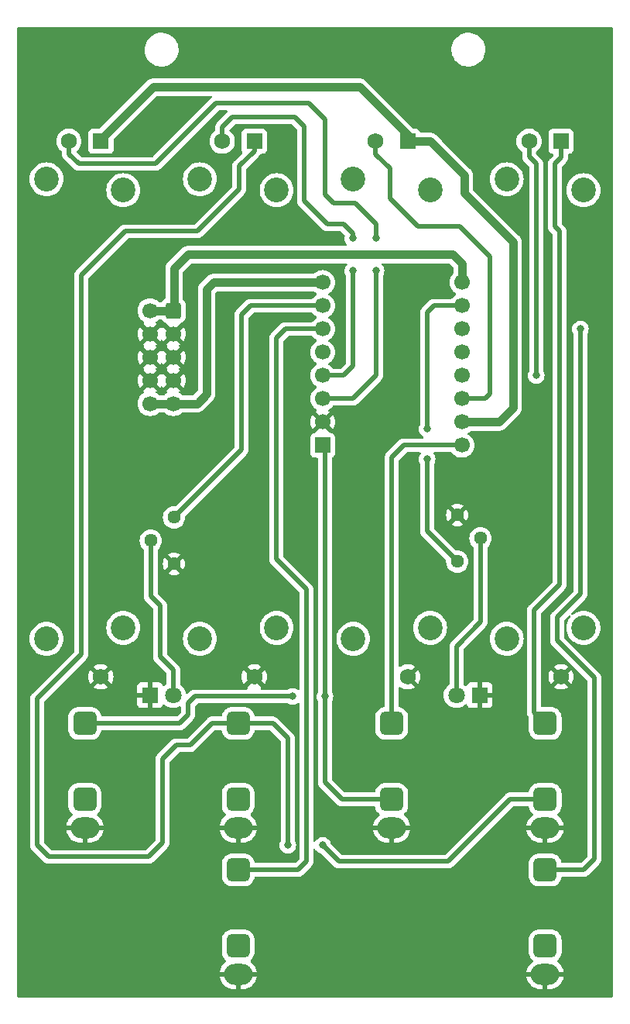
<source format=gtl>
G04 #@! TF.GenerationSoftware,KiCad,Pcbnew,7.0.7*
G04 #@! TF.CreationDate,2025-11-01T14:17:36+08:00*
G04 #@! TF.ProjectId,2164_VCA,32313634-5f56-4434-912e-6b696361645f,rev?*
G04 #@! TF.SameCoordinates,Original*
G04 #@! TF.FileFunction,Copper,L1,Top*
G04 #@! TF.FilePolarity,Positive*
%FSLAX46Y46*%
G04 Gerber Fmt 4.6, Leading zero omitted, Abs format (unit mm)*
G04 Created by KiCad (PCBNEW 7.0.7) date 2025-11-01 14:17:36*
%MOMM*%
%LPD*%
G01*
G04 APERTURE LIST*
G04 Aperture macros list*
%AMRoundRect*
0 Rectangle with rounded corners*
0 $1 Rounding radius*
0 $2 $3 $4 $5 $6 $7 $8 $9 X,Y pos of 4 corners*
0 Add a 4 corners polygon primitive as box body*
4,1,4,$2,$3,$4,$5,$6,$7,$8,$9,$2,$3,0*
0 Add four circle primitives for the rounded corners*
1,1,$1+$1,$2,$3*
1,1,$1+$1,$4,$5*
1,1,$1+$1,$6,$7*
1,1,$1+$1,$8,$9*
0 Add four rect primitives between the rounded corners*
20,1,$1+$1,$2,$3,$4,$5,0*
20,1,$1+$1,$4,$5,$6,$7,0*
20,1,$1+$1,$6,$7,$8,$9,0*
20,1,$1+$1,$8,$9,$2,$3,0*%
G04 Aperture macros list end*
G04 #@! TA.AperFunction,ComponentPad*
%ADD10R,1.750000X1.750000*%
G04 #@! TD*
G04 #@! TA.AperFunction,ComponentPad*
%ADD11C,1.750000*%
G04 #@! TD*
G04 #@! TA.AperFunction,ComponentPad*
%ADD12C,2.700000*%
G04 #@! TD*
G04 #@! TA.AperFunction,ComponentPad*
%ADD13O,3.100000X2.300000*%
G04 #@! TD*
G04 #@! TA.AperFunction,ComponentPad*
%ADD14RoundRect,0.650000X-0.650000X-0.650000X0.650000X-0.650000X0.650000X0.650000X-0.650000X0.650000X0*%
G04 #@! TD*
G04 #@! TA.AperFunction,ComponentPad*
%ADD15R,1.800000X1.800000*%
G04 #@! TD*
G04 #@! TA.AperFunction,ComponentPad*
%ADD16C,1.800000*%
G04 #@! TD*
G04 #@! TA.AperFunction,ComponentPad*
%ADD17C,1.440000*%
G04 #@! TD*
G04 #@! TA.AperFunction,ComponentPad*
%ADD18R,1.700000X1.700000*%
G04 #@! TD*
G04 #@! TA.AperFunction,ComponentPad*
%ADD19C,1.700000*%
G04 #@! TD*
G04 #@! TA.AperFunction,ComponentPad*
%ADD20RoundRect,0.250000X0.600000X0.600000X-0.600000X0.600000X-0.600000X-0.600000X0.600000X-0.600000X0*%
G04 #@! TD*
G04 #@! TA.AperFunction,ViaPad*
%ADD21C,0.800000*%
G04 #@! TD*
G04 #@! TA.AperFunction,Conductor*
%ADD22C,0.508000*%
G04 #@! TD*
G04 #@! TA.AperFunction,Conductor*
%ADD23C,0.889000*%
G04 #@! TD*
G04 APERTURE END LIST*
D10*
X126920000Y-59500000D03*
D11*
X123420000Y-59500000D03*
X126920000Y-118000000D03*
D12*
X120970000Y-63650000D03*
X129370000Y-64850000D03*
X129370000Y-112650000D03*
X120970000Y-113850000D03*
D13*
X125170000Y-134480000D03*
D14*
X125170000Y-123080000D03*
X125170000Y-131380000D03*
D10*
X76580000Y-59500000D03*
D11*
X73080000Y-59500000D03*
X76580000Y-118000000D03*
D12*
X70630000Y-63650000D03*
X79030000Y-64850000D03*
X79030000Y-112650000D03*
X70630000Y-113850000D03*
D15*
X81950000Y-120000000D03*
D16*
X84490000Y-120000000D03*
D15*
X118010000Y-120000000D03*
D16*
X115470000Y-120000000D03*
D13*
X91610000Y-150480000D03*
D14*
X91610000Y-139080000D03*
X91610000Y-147380000D03*
D13*
X125170000Y-150480000D03*
D14*
X125170000Y-139080000D03*
X125170000Y-147380000D03*
D10*
X93360000Y-59500000D03*
D11*
X89860000Y-59500000D03*
X93360000Y-118000000D03*
D12*
X87410000Y-63650000D03*
X95810000Y-64850000D03*
X95810000Y-112650000D03*
X87410000Y-113850000D03*
D10*
X110140000Y-59500000D03*
D11*
X106640000Y-59500000D03*
X110140000Y-118000000D03*
D12*
X104190000Y-63650000D03*
X112590000Y-64850000D03*
X112590000Y-112650000D03*
X104190000Y-113850000D03*
D13*
X108390000Y-134480000D03*
D14*
X108390000Y-123080000D03*
X108390000Y-131380000D03*
D13*
X74830000Y-134480000D03*
D14*
X74830000Y-123080000D03*
X74830000Y-131380000D03*
D13*
X91610000Y-134480000D03*
D14*
X91610000Y-123080000D03*
X91610000Y-131380000D03*
D17*
X84582000Y-100584000D03*
X82042000Y-103124000D03*
X84582000Y-105664000D03*
D18*
X100838000Y-92710000D03*
D19*
X100838000Y-90170000D03*
X100838000Y-87630000D03*
X100838000Y-85090000D03*
X100838000Y-82550000D03*
X100838000Y-80010000D03*
X100838000Y-77470000D03*
X100838000Y-74930000D03*
X116078000Y-74930000D03*
X116078000Y-77470000D03*
X116078000Y-80010000D03*
X116078000Y-82550000D03*
X116078000Y-85090000D03*
X116078000Y-87630000D03*
X116078000Y-90170000D03*
X116078000Y-92710000D03*
D20*
X84490000Y-78000000D03*
D19*
X81950000Y-78000000D03*
X84490000Y-80540000D03*
X81950000Y-80540000D03*
X84490000Y-83080000D03*
X81950000Y-83080000D03*
X84490000Y-85620000D03*
X81950000Y-85620000D03*
X84490000Y-88160000D03*
X81950000Y-88160000D03*
D17*
X115570000Y-105410000D03*
X118110000Y-102870000D03*
X115570000Y-100330000D03*
D21*
X100838000Y-136398000D03*
X97028000Y-136398000D03*
X68940000Y-82833332D03*
X98171000Y-96520000D03*
X131060000Y-82833332D03*
X68940000Y-48500000D03*
X68940000Y-117166664D03*
X80772000Y-95504000D03*
X131060000Y-94277776D03*
X68940000Y-105722220D03*
X131060000Y-140055552D03*
X131060000Y-151500000D03*
X131060000Y-71388888D03*
X77216000Y-143510000D03*
X123063000Y-54483000D03*
X90551000Y-108966000D03*
X110236000Y-75819000D03*
X92583000Y-99949000D03*
X118636000Y-151500000D03*
X68940000Y-151500000D03*
X106212000Y-151500000D03*
X106212000Y-48500000D03*
X93788000Y-48500000D03*
X68940000Y-94277776D03*
X68940000Y-140055552D03*
X131060000Y-48500000D03*
X131060000Y-59944444D03*
X75438000Y-54102000D03*
X68940000Y-71388888D03*
X77470000Y-107950000D03*
X100330000Y-142240000D03*
X106680000Y-90043000D03*
X122428000Y-94996000D03*
X68940000Y-59944444D03*
X131060000Y-105722220D03*
X105156000Y-101600000D03*
X93599000Y-68453000D03*
X83439000Y-65913000D03*
X80010000Y-127635000D03*
X122682000Y-105283000D03*
X81364000Y-151500000D03*
X74041000Y-68199000D03*
X116586000Y-127762000D03*
X113792000Y-144272000D03*
X97536000Y-120142000D03*
X101092000Y-120142000D03*
X129032000Y-80010000D03*
X106680000Y-70104000D03*
X106680000Y-73660000D03*
X104140000Y-73660000D03*
X104140000Y-70104000D03*
X124206000Y-85090000D03*
X112268000Y-94234000D03*
X112268000Y-90932000D03*
D22*
X74422000Y-74168000D02*
X74422000Y-115570000D01*
X121350000Y-131380000D02*
X125170000Y-131380000D01*
X91694000Y-62230000D02*
X91694000Y-64770000D01*
X91186000Y-122656000D02*
X91610000Y-123080000D01*
X101600000Y-137160000D02*
X102616000Y-138176000D01*
X79248000Y-69342000D02*
X74422000Y-74168000D01*
X83312000Y-127000000D02*
X84836000Y-125476000D01*
X91720000Y-123190000D02*
X91610000Y-123080000D01*
X83312000Y-136144000D02*
X83312000Y-127000000D01*
X93360000Y-59500000D02*
X93360000Y-60564000D01*
X88756000Y-123080000D02*
X91610000Y-123080000D01*
X91610000Y-123080000D02*
X95394000Y-123080000D01*
X93360000Y-60564000D02*
X91694000Y-62230000D01*
X74422000Y-115570000D02*
X69596000Y-120396000D01*
X91694000Y-64770000D02*
X87122000Y-69342000D01*
X102616000Y-138176000D02*
X114554000Y-138176000D01*
X87122000Y-69342000D02*
X79248000Y-69342000D01*
X86360000Y-125476000D02*
X88756000Y-123080000D01*
X101600000Y-137160000D02*
X100838000Y-136398000D01*
X81788000Y-137668000D02*
X83312000Y-136144000D01*
X84836000Y-125476000D02*
X86360000Y-125476000D01*
X97028000Y-136398000D02*
X97028000Y-124714000D01*
X69596000Y-136398000D02*
X70866000Y-137668000D01*
X70866000Y-137668000D02*
X81788000Y-137668000D01*
X69596000Y-120396000D02*
X69596000Y-136398000D01*
X95394000Y-123080000D02*
X97028000Y-124714000D01*
X114554000Y-138176000D02*
X121350000Y-131380000D01*
X123952000Y-121862000D02*
X125170000Y-123080000D01*
X126920000Y-61294000D02*
X126238000Y-61976000D01*
X126746000Y-69342000D02*
X126746000Y-107950000D01*
X126920000Y-59500000D02*
X127000000Y-59580000D01*
X126920000Y-59500000D02*
X126920000Y-61294000D01*
X126238000Y-68834000D02*
X126746000Y-69342000D01*
X126746000Y-107950000D02*
X123952000Y-110744000D01*
X123952000Y-110744000D02*
X123952000Y-121862000D01*
X126238000Y-61976000D02*
X126238000Y-68834000D01*
D23*
X116078000Y-74930000D02*
X116078000Y-72898000D01*
X84582000Y-77908000D02*
X84490000Y-78000000D01*
X86106000Y-71882000D02*
X84582000Y-73406000D01*
X115062000Y-71882000D02*
X86106000Y-71882000D01*
X116078000Y-72898000D02*
X115062000Y-71882000D01*
X84582000Y-73406000D02*
X84582000Y-77908000D01*
X84490000Y-78000000D02*
X81950000Y-78000000D01*
X87100000Y-88160000D02*
X84490000Y-88160000D01*
X100838000Y-74930000D02*
X88900000Y-74930000D01*
X81950000Y-88160000D02*
X84490000Y-88160000D01*
X88138000Y-75692000D02*
X88138000Y-87122000D01*
X88138000Y-87122000D02*
X87100000Y-88160000D01*
X88900000Y-74930000D02*
X88138000Y-75692000D01*
D22*
X84490000Y-117256000D02*
X83058000Y-115824000D01*
X82042000Y-103124000D02*
X82042000Y-109220000D01*
X84490000Y-120000000D02*
X84490000Y-117256000D01*
X83058000Y-110236000D02*
X83058000Y-115824000D01*
X82042000Y-109220000D02*
X83058000Y-110236000D01*
X118110000Y-112014000D02*
X118110000Y-102870000D01*
X115470000Y-114654000D02*
X118110000Y-112014000D01*
X115470000Y-120000000D02*
X115470000Y-114654000D01*
X102932000Y-131380000D02*
X101092000Y-129540000D01*
X97536000Y-120142000D02*
X86868000Y-120142000D01*
X108390000Y-131380000D02*
X102932000Y-131380000D01*
X100838000Y-92710000D02*
X101092000Y-92964000D01*
X86106000Y-122174000D02*
X85200000Y-123080000D01*
X101092000Y-129540000D02*
X101092000Y-120142000D01*
X85200000Y-123080000D02*
X74830000Y-123080000D01*
X101092000Y-92964000D02*
X101092000Y-120142000D01*
X86868000Y-120142000D02*
X86106000Y-120904000D01*
X86106000Y-120904000D02*
X86106000Y-122174000D01*
X108390000Y-94048000D02*
X108390000Y-123080000D01*
X109728000Y-92710000D02*
X108390000Y-94048000D01*
X116078000Y-92710000D02*
X109728000Y-92710000D01*
X99060000Y-108458000D02*
X99060000Y-138176000D01*
X95758000Y-105156000D02*
X99060000Y-108458000D01*
X96774000Y-80010000D02*
X95758000Y-81026000D01*
X99060000Y-138176000D02*
X98156000Y-139080000D01*
X100838000Y-80010000D02*
X96774000Y-80010000D01*
X95758000Y-81026000D02*
X95758000Y-105156000D01*
X98156000Y-139080000D02*
X91610000Y-139080000D01*
X130556000Y-118110000D02*
X130556000Y-137922000D01*
X126492000Y-114046000D02*
X130556000Y-118110000D01*
X126492000Y-111506000D02*
X126492000Y-114046000D01*
X130556000Y-137922000D02*
X129398000Y-139080000D01*
X129032000Y-108966000D02*
X126492000Y-111506000D01*
X129032000Y-80010000D02*
X129032000Y-108966000D01*
X129398000Y-139080000D02*
X125170000Y-139080000D01*
D23*
X116332000Y-63246000D02*
X112586000Y-59500000D01*
X116078000Y-90170000D02*
X120142000Y-90170000D01*
X110140000Y-59500000D02*
X110140000Y-58832000D01*
X76580000Y-59310000D02*
X76580000Y-59500000D01*
X104902000Y-53594000D02*
X82296000Y-53594000D01*
X121666000Y-70485000D02*
X116332000Y-65151000D01*
X120142000Y-90170000D02*
X121666000Y-88646000D01*
X82296000Y-53594000D02*
X76580000Y-59310000D01*
X116332000Y-65151000D02*
X116332000Y-63246000D01*
X121666000Y-88646000D02*
X121666000Y-70485000D01*
X112586000Y-59500000D02*
X110140000Y-59500000D01*
X110140000Y-58832000D02*
X104902000Y-53594000D01*
D22*
X100838000Y-87630000D02*
X104140000Y-87630000D01*
X89154000Y-55372000D02*
X99314000Y-55372000D01*
X99314000Y-55372000D02*
X101092000Y-57150000D01*
X73080000Y-60888000D02*
X74168000Y-61976000D01*
X101092000Y-65309750D02*
X102076250Y-66294000D01*
X104140000Y-87630000D02*
X106680000Y-85090000D01*
X101092000Y-57150000D02*
X101092000Y-65309750D01*
X73080000Y-59500000D02*
X73080000Y-60888000D01*
X82550000Y-61976000D02*
X89154000Y-55372000D01*
X74168000Y-61976000D02*
X82550000Y-61976000D01*
X106680000Y-85090000D02*
X106680000Y-73660000D01*
X106680000Y-68580000D02*
X106680000Y-70104000D01*
X102076250Y-66294000D02*
X104394000Y-66294000D01*
X106680000Y-73660000D02*
X106680000Y-73914000D01*
X104394000Y-66294000D02*
X106680000Y-68580000D01*
X115824000Y-68834000D02*
X111252000Y-68834000D01*
X108204000Y-65786000D02*
X108204000Y-62484000D01*
X118618000Y-87630000D02*
X119126000Y-87122000D01*
X111252000Y-68834000D02*
X108204000Y-65786000D01*
X116078000Y-87630000D02*
X118618000Y-87630000D01*
X119126000Y-87122000D02*
X119126000Y-72136000D01*
X119126000Y-72136000D02*
X115824000Y-68834000D01*
X106640000Y-60920000D02*
X106640000Y-59500000D01*
X108204000Y-62484000D02*
X106640000Y-60920000D01*
X89860000Y-57968000D02*
X90932000Y-56896000D01*
X90932000Y-56896000D02*
X97790000Y-56896000D01*
X104140000Y-84074000D02*
X104140000Y-73660000D01*
X104140000Y-69596000D02*
X104140000Y-70104000D01*
X98806000Y-66040000D02*
X101346000Y-68580000D01*
X101346000Y-68580000D02*
X103124000Y-68580000D01*
X97790000Y-56896000D02*
X98806000Y-57912000D01*
X103124000Y-85090000D02*
X104140000Y-84074000D01*
X89860000Y-59500000D02*
X89860000Y-57968000D01*
X103124000Y-68580000D02*
X104140000Y-69596000D01*
X100838000Y-85090000D02*
X103124000Y-85090000D01*
X98806000Y-57912000D02*
X98806000Y-66040000D01*
X123420000Y-61190000D02*
X124206000Y-61976000D01*
X123420000Y-59500000D02*
X123420000Y-61190000D01*
X124206000Y-61976000D02*
X124206000Y-85090000D01*
X92964000Y-77470000D02*
X91948000Y-78486000D01*
X91948000Y-78486000D02*
X91948000Y-93218000D01*
X91948000Y-93218000D02*
X84582000Y-100584000D01*
X100838000Y-77470000D02*
X92964000Y-77470000D01*
X116078000Y-77470000D02*
X113030000Y-77470000D01*
X112268000Y-78232000D02*
X112268000Y-90932000D01*
X113030000Y-77470000D02*
X112268000Y-78232000D01*
X112268000Y-102108000D02*
X115570000Y-105410000D01*
X112268000Y-94234000D02*
X112268000Y-102108000D01*
G04 #@! TA.AperFunction,Conductor*
G36*
X82552470Y-85869363D02*
G01*
X82558949Y-85875396D01*
X83064925Y-86381373D01*
X83118424Y-86304970D01*
X83173001Y-86261345D01*
X83242499Y-86254152D01*
X83304854Y-86285674D01*
X83321574Y-86304970D01*
X83375072Y-86381373D01*
X83375073Y-86381373D01*
X83881050Y-85875395D01*
X83942373Y-85841910D01*
X84012064Y-85846894D01*
X84067998Y-85888765D01*
X84073039Y-85896025D01*
X84108238Y-85950797D01*
X84108239Y-85950798D01*
X84223602Y-86050759D01*
X84221293Y-86053422D01*
X84256006Y-86093499D01*
X84265935Y-86162660D01*
X84236898Y-86226210D01*
X84230882Y-86232669D01*
X83728625Y-86734925D01*
X83804594Y-86788119D01*
X83848219Y-86842696D01*
X83855413Y-86912194D01*
X83823890Y-86974549D01*
X83804595Y-86991269D01*
X83618598Y-87121505D01*
X83590010Y-87150092D01*
X83561421Y-87178682D01*
X83500101Y-87212166D01*
X83473742Y-87215000D01*
X82966258Y-87215000D01*
X82899219Y-87195315D01*
X82878577Y-87178681D01*
X82821402Y-87121506D01*
X82821401Y-87121505D01*
X82635405Y-86991269D01*
X82591781Y-86936692D01*
X82584588Y-86867193D01*
X82616110Y-86804839D01*
X82635405Y-86788119D01*
X82711373Y-86734925D01*
X82209116Y-86232669D01*
X82175631Y-86171346D01*
X82180615Y-86101655D01*
X82217640Y-86052193D01*
X82216398Y-86050759D01*
X82223100Y-86044952D01*
X82331761Y-85950798D01*
X82366954Y-85896037D01*
X82419755Y-85850283D01*
X82488914Y-85840339D01*
X82552470Y-85869363D01*
G37*
G04 #@! TD.AperFunction*
G04 #@! TA.AperFunction,Conductor*
G36*
X103466825Y-72846685D02*
G01*
X103512580Y-72899489D01*
X103522524Y-72968647D01*
X103493499Y-73032203D01*
X103491936Y-73033972D01*
X103407466Y-73127785D01*
X103312821Y-73291715D01*
X103312818Y-73291722D01*
X103267869Y-73430063D01*
X103254326Y-73471744D01*
X103243543Y-73574341D01*
X103234951Y-73656094D01*
X103234540Y-73660000D01*
X103254326Y-73848256D01*
X103254327Y-73848259D01*
X103312818Y-74028277D01*
X103312823Y-74028289D01*
X103368886Y-74125393D01*
X103385499Y-74187392D01*
X103385500Y-83710114D01*
X103365815Y-83777153D01*
X103349181Y-83797795D01*
X102847795Y-84299181D01*
X102786472Y-84332666D01*
X102760114Y-84335500D01*
X102022901Y-84335500D01*
X101955862Y-84315815D01*
X101921326Y-84282624D01*
X101914128Y-84272345D01*
X101876495Y-84218599D01*
X101709401Y-84051505D01*
X101709399Y-84051504D01*
X101709396Y-84051501D01*
X101523842Y-83921575D01*
X101480217Y-83866998D01*
X101473023Y-83797500D01*
X101504546Y-83735145D01*
X101523842Y-83718425D01*
X101660608Y-83622660D01*
X101709401Y-83588495D01*
X101876495Y-83421401D01*
X102012035Y-83227830D01*
X102111903Y-83013663D01*
X102173063Y-82785408D01*
X102193659Y-82550000D01*
X102173063Y-82314592D01*
X102111903Y-82086337D01*
X102012035Y-81872171D01*
X102001412Y-81856999D01*
X101876494Y-81678597D01*
X101709402Y-81511506D01*
X101709396Y-81511501D01*
X101523842Y-81381575D01*
X101480217Y-81326998D01*
X101473023Y-81257500D01*
X101504546Y-81195145D01*
X101523842Y-81178425D01*
X101660608Y-81082660D01*
X101709401Y-81048495D01*
X101876495Y-80881401D01*
X102012035Y-80687830D01*
X102111903Y-80473663D01*
X102173063Y-80245408D01*
X102193659Y-80010000D01*
X102173063Y-79774592D01*
X102111903Y-79546337D01*
X102012035Y-79332171D01*
X102011330Y-79331163D01*
X101876494Y-79138597D01*
X101709402Y-78971506D01*
X101709396Y-78971501D01*
X101523842Y-78841575D01*
X101480217Y-78786998D01*
X101473023Y-78717500D01*
X101504546Y-78655145D01*
X101523842Y-78638425D01*
X101680335Y-78528847D01*
X101709401Y-78508495D01*
X101876495Y-78341401D01*
X102012035Y-78147830D01*
X102111903Y-77933663D01*
X102173063Y-77705408D01*
X102193659Y-77470000D01*
X102173063Y-77234592D01*
X102111903Y-77006337D01*
X102012035Y-76792171D01*
X102011330Y-76791163D01*
X101876494Y-76598597D01*
X101709402Y-76431506D01*
X101709396Y-76431501D01*
X101523842Y-76301575D01*
X101480217Y-76246998D01*
X101473023Y-76177500D01*
X101504546Y-76115145D01*
X101523842Y-76098425D01*
X101546026Y-76082891D01*
X101709401Y-75968495D01*
X101876495Y-75801401D01*
X102012035Y-75607830D01*
X102111903Y-75393663D01*
X102173063Y-75165408D01*
X102193659Y-74930000D01*
X102173063Y-74694592D01*
X102111903Y-74466337D01*
X102012035Y-74252171D01*
X101971187Y-74193833D01*
X101876494Y-74058597D01*
X101709402Y-73891506D01*
X101709395Y-73891501D01*
X101515834Y-73755967D01*
X101515830Y-73755965D01*
X101377400Y-73691414D01*
X101301663Y-73656097D01*
X101301659Y-73656096D01*
X101301655Y-73656094D01*
X101073413Y-73594938D01*
X101073403Y-73594936D01*
X100838001Y-73574341D01*
X100837999Y-73574341D01*
X100602596Y-73594936D01*
X100602586Y-73594938D01*
X100374344Y-73656094D01*
X100374335Y-73656098D01*
X100160171Y-73755964D01*
X100160169Y-73755965D01*
X99966600Y-73891503D01*
X99949916Y-73908188D01*
X99909421Y-73948682D01*
X99848101Y-73982166D01*
X99821742Y-73985000D01*
X88911963Y-73985000D01*
X88827875Y-73982868D01*
X88827873Y-73982868D01*
X88781626Y-73991157D01*
X88770967Y-73993067D01*
X88766306Y-73993721D01*
X88708798Y-73999570D01*
X88708786Y-73999572D01*
X88687545Y-74006236D01*
X88678037Y-74009219D01*
X88670424Y-74011087D01*
X88638694Y-74016776D01*
X88638693Y-74016776D01*
X88638689Y-74016777D01*
X88638687Y-74016777D01*
X88584999Y-74038222D01*
X88580562Y-74039802D01*
X88525417Y-74057105D01*
X88525403Y-74057111D01*
X88497240Y-74072743D01*
X88490146Y-74076112D01*
X88460211Y-74088070D01*
X88460208Y-74088071D01*
X88411937Y-74119885D01*
X88407907Y-74122327D01*
X88357369Y-74150378D01*
X88357360Y-74150384D01*
X88332918Y-74171366D01*
X88326650Y-74176092D01*
X88299737Y-74193830D01*
X88299734Y-74193833D01*
X88258850Y-74234716D01*
X88255395Y-74237918D01*
X88211540Y-74275568D01*
X88211535Y-74275573D01*
X88191815Y-74301050D01*
X88186623Y-74306945D01*
X87478255Y-75015312D01*
X87417278Y-75073276D01*
X87417275Y-75073280D01*
X87384246Y-75120733D01*
X87381409Y-75124495D01*
X87344881Y-75169293D01*
X87329962Y-75197854D01*
X87325893Y-75204572D01*
X87307483Y-75231021D01*
X87307478Y-75231031D01*
X87284684Y-75284149D01*
X87282662Y-75288405D01*
X87255898Y-75339645D01*
X87255896Y-75339650D01*
X87247032Y-75370626D01*
X87244398Y-75378024D01*
X87231687Y-75407644D01*
X87220051Y-75464267D01*
X87218928Y-75468842D01*
X87203027Y-75524415D01*
X87203026Y-75524419D01*
X87200578Y-75556552D01*
X87199488Y-75564329D01*
X87193000Y-75595900D01*
X87193000Y-75653719D01*
X87192821Y-75658429D01*
X87188431Y-75716061D01*
X87190501Y-75732310D01*
X87192503Y-75748033D01*
X87193000Y-75755863D01*
X87193000Y-86679206D01*
X87173315Y-86746245D01*
X87156681Y-86766887D01*
X86744888Y-87178681D01*
X86683565Y-87212166D01*
X86657207Y-87215000D01*
X85506258Y-87215000D01*
X85439219Y-87195315D01*
X85418577Y-87178681D01*
X85361402Y-87121506D01*
X85361401Y-87121505D01*
X85175405Y-86991269D01*
X85131781Y-86936692D01*
X85124588Y-86867193D01*
X85156110Y-86804839D01*
X85175405Y-86788119D01*
X85251373Y-86734925D01*
X84749116Y-86232669D01*
X84715631Y-86171346D01*
X84720615Y-86101655D01*
X84757640Y-86052193D01*
X84756398Y-86050759D01*
X84763100Y-86044952D01*
X84871761Y-85950798D01*
X84906954Y-85896037D01*
X84959755Y-85850283D01*
X85028914Y-85840339D01*
X85092470Y-85869363D01*
X85098949Y-85875396D01*
X85604925Y-86381373D01*
X85604926Y-86381373D01*
X85663598Y-86297582D01*
X85663600Y-86297578D01*
X85763429Y-86083492D01*
X85763433Y-86083483D01*
X85824567Y-85855326D01*
X85824569Y-85855315D01*
X85845157Y-85620001D01*
X85845157Y-85619998D01*
X85824569Y-85384684D01*
X85824567Y-85384673D01*
X85763433Y-85156516D01*
X85763429Y-85156507D01*
X85663600Y-84942423D01*
X85663599Y-84942421D01*
X85604925Y-84858626D01*
X85604925Y-84858625D01*
X85098949Y-85364602D01*
X85037626Y-85398087D01*
X84967934Y-85393103D01*
X84912001Y-85351231D01*
X84906953Y-85343961D01*
X84871761Y-85289202D01*
X84756398Y-85189241D01*
X84758708Y-85186574D01*
X84724005Y-85146528D01*
X84714058Y-85077370D01*
X84743080Y-85013813D01*
X84749116Y-85007330D01*
X85251373Y-84505073D01*
X85174969Y-84451576D01*
X85131344Y-84396999D01*
X85124150Y-84327501D01*
X85155672Y-84265146D01*
X85174968Y-84248425D01*
X85251373Y-84194925D01*
X84749116Y-83692669D01*
X84715631Y-83631346D01*
X84720615Y-83561655D01*
X84757640Y-83512193D01*
X84756398Y-83510759D01*
X84763100Y-83504952D01*
X84871761Y-83410798D01*
X84906954Y-83356037D01*
X84959755Y-83310283D01*
X85028914Y-83300339D01*
X85092470Y-83329363D01*
X85098949Y-83335396D01*
X85604925Y-83841373D01*
X85604926Y-83841373D01*
X85663598Y-83757582D01*
X85663600Y-83757578D01*
X85763429Y-83543492D01*
X85763433Y-83543483D01*
X85824567Y-83315326D01*
X85824569Y-83315315D01*
X85845157Y-83080001D01*
X85845157Y-83079998D01*
X85824569Y-82844684D01*
X85824567Y-82844673D01*
X85763433Y-82616516D01*
X85763429Y-82616507D01*
X85663600Y-82402423D01*
X85663599Y-82402421D01*
X85604925Y-82318626D01*
X85604925Y-82318625D01*
X85098949Y-82824602D01*
X85037626Y-82858087D01*
X84967934Y-82853103D01*
X84912001Y-82811231D01*
X84906953Y-82803961D01*
X84871761Y-82749202D01*
X84756398Y-82649241D01*
X84758708Y-82646574D01*
X84724005Y-82606528D01*
X84714058Y-82537370D01*
X84743080Y-82473813D01*
X84749116Y-82467330D01*
X85251373Y-81965073D01*
X85174969Y-81911576D01*
X85131344Y-81856999D01*
X85124150Y-81787501D01*
X85155672Y-81725146D01*
X85174968Y-81708425D01*
X85251373Y-81654925D01*
X84749116Y-81152669D01*
X84715631Y-81091346D01*
X84720615Y-81021655D01*
X84757640Y-80972193D01*
X84756398Y-80970759D01*
X84763100Y-80964952D01*
X84871761Y-80870798D01*
X84906954Y-80816037D01*
X84959755Y-80770283D01*
X85028914Y-80760339D01*
X85092470Y-80789363D01*
X85098949Y-80795396D01*
X85604925Y-81301373D01*
X85604926Y-81301373D01*
X85663598Y-81217582D01*
X85663600Y-81217578D01*
X85763429Y-81003492D01*
X85763433Y-81003483D01*
X85824567Y-80775326D01*
X85824569Y-80775315D01*
X85845157Y-80540001D01*
X85845157Y-80539998D01*
X85824569Y-80304684D01*
X85824567Y-80304673D01*
X85763433Y-80076516D01*
X85763429Y-80076507D01*
X85663600Y-79862423D01*
X85663599Y-79862421D01*
X85604925Y-79778626D01*
X85604925Y-79778625D01*
X85098949Y-80284602D01*
X85037626Y-80318087D01*
X84967934Y-80313103D01*
X84912001Y-80271231D01*
X84906953Y-80263961D01*
X84871761Y-80209202D01*
X84756398Y-80109241D01*
X84758708Y-80106574D01*
X84724005Y-80066528D01*
X84714058Y-79997370D01*
X84743080Y-79933813D01*
X84749116Y-79927330D01*
X85255789Y-79420657D01*
X85266209Y-79368808D01*
X85314823Y-79318624D01*
X85336961Y-79308796D01*
X85409334Y-79284814D01*
X85558656Y-79192712D01*
X85682712Y-79068656D01*
X85774814Y-78919334D01*
X85829999Y-78752797D01*
X85840500Y-78650009D01*
X85840499Y-77349992D01*
X85829999Y-77247203D01*
X85774814Y-77080666D01*
X85682712Y-76931344D01*
X85563318Y-76811950D01*
X85529834Y-76750627D01*
X85527000Y-76724269D01*
X85527000Y-73848794D01*
X85546685Y-73781755D01*
X85563319Y-73761113D01*
X86461113Y-72863319D01*
X86522436Y-72829834D01*
X86548794Y-72827000D01*
X103399786Y-72827000D01*
X103466825Y-72846685D01*
G37*
G04 #@! TD.AperFunction*
G04 #@! TA.AperFunction,Conductor*
G36*
X82552470Y-83329363D02*
G01*
X82558949Y-83335396D01*
X83064925Y-83841373D01*
X83118424Y-83764970D01*
X83173001Y-83721345D01*
X83242499Y-83714152D01*
X83304854Y-83745674D01*
X83321574Y-83764970D01*
X83375072Y-83841373D01*
X83375073Y-83841373D01*
X83881050Y-83335395D01*
X83942373Y-83301910D01*
X84012064Y-83306894D01*
X84067998Y-83348765D01*
X84073039Y-83356025D01*
X84073048Y-83356039D01*
X84108239Y-83410798D01*
X84223602Y-83510759D01*
X84221293Y-83513422D01*
X84256006Y-83553499D01*
X84265935Y-83622660D01*
X84236898Y-83686210D01*
X84230882Y-83692669D01*
X83728625Y-84194925D01*
X83805031Y-84248425D01*
X83848655Y-84303002D01*
X83855848Y-84372501D01*
X83824326Y-84434855D01*
X83805029Y-84451576D01*
X83728625Y-84505072D01*
X84230883Y-85007330D01*
X84264368Y-85068653D01*
X84259384Y-85138345D01*
X84222357Y-85187805D01*
X84223602Y-85189241D01*
X84108238Y-85289202D01*
X84073046Y-85343962D01*
X84020242Y-85389717D01*
X83951083Y-85399660D01*
X83887528Y-85370634D01*
X83881050Y-85364603D01*
X83375072Y-84858625D01*
X83375072Y-84858626D01*
X83321574Y-84935030D01*
X83266998Y-84978655D01*
X83197499Y-84985849D01*
X83135144Y-84954326D01*
X83118424Y-84935030D01*
X83064925Y-84858626D01*
X83064925Y-84858625D01*
X82558949Y-85364602D01*
X82497626Y-85398087D01*
X82427934Y-85393103D01*
X82372001Y-85351231D01*
X82366953Y-85343961D01*
X82331761Y-85289202D01*
X82216398Y-85189241D01*
X82218708Y-85186574D01*
X82184005Y-85146528D01*
X82174058Y-85077370D01*
X82203080Y-85013813D01*
X82209116Y-85007330D01*
X82711373Y-84505073D01*
X82634969Y-84451576D01*
X82591344Y-84396999D01*
X82584150Y-84327501D01*
X82615672Y-84265146D01*
X82634968Y-84248425D01*
X82711373Y-84194925D01*
X82209116Y-83692669D01*
X82175631Y-83631346D01*
X82180615Y-83561655D01*
X82217640Y-83512193D01*
X82216398Y-83510759D01*
X82223100Y-83504952D01*
X82331761Y-83410798D01*
X82366954Y-83356037D01*
X82419755Y-83310283D01*
X82488914Y-83300339D01*
X82552470Y-83329363D01*
G37*
G04 #@! TD.AperFunction*
G04 #@! TA.AperFunction,Conductor*
G36*
X82552470Y-80789363D02*
G01*
X82558949Y-80795396D01*
X83064925Y-81301373D01*
X83118425Y-81224968D01*
X83173002Y-81181344D01*
X83242501Y-81174151D01*
X83304855Y-81205673D01*
X83321576Y-81224969D01*
X83375073Y-81301372D01*
X83881050Y-80795395D01*
X83942373Y-80761910D01*
X84012064Y-80766894D01*
X84067998Y-80808765D01*
X84073039Y-80816025D01*
X84108239Y-80870798D01*
X84210947Y-80959794D01*
X84223602Y-80970759D01*
X84221293Y-80973422D01*
X84256006Y-81013499D01*
X84265935Y-81082660D01*
X84236898Y-81146210D01*
X84230882Y-81152669D01*
X83728625Y-81654925D01*
X83805031Y-81708425D01*
X83848655Y-81763002D01*
X83855848Y-81832501D01*
X83824326Y-81894855D01*
X83805029Y-81911576D01*
X83728625Y-81965072D01*
X84230883Y-82467330D01*
X84264368Y-82528653D01*
X84259384Y-82598345D01*
X84222357Y-82647805D01*
X84223602Y-82649241D01*
X84108238Y-82749202D01*
X84073046Y-82803962D01*
X84020242Y-82849717D01*
X83951083Y-82859660D01*
X83887528Y-82830634D01*
X83881050Y-82824603D01*
X83375072Y-82318625D01*
X83375072Y-82318626D01*
X83321574Y-82395030D01*
X83266998Y-82438655D01*
X83197499Y-82445849D01*
X83135144Y-82414326D01*
X83118424Y-82395030D01*
X83064925Y-82318626D01*
X83064925Y-82318625D01*
X82558949Y-82824602D01*
X82497626Y-82858087D01*
X82427934Y-82853103D01*
X82372001Y-82811231D01*
X82366953Y-82803961D01*
X82331761Y-82749202D01*
X82216398Y-82649241D01*
X82218708Y-82646574D01*
X82184005Y-82606528D01*
X82174058Y-82537370D01*
X82203080Y-82473813D01*
X82209116Y-82467330D01*
X82711373Y-81965073D01*
X82634969Y-81911576D01*
X82591344Y-81856999D01*
X82584150Y-81787501D01*
X82615672Y-81725146D01*
X82634968Y-81708425D01*
X82711373Y-81654925D01*
X82209116Y-81152669D01*
X82175631Y-81091346D01*
X82180615Y-81021655D01*
X82217640Y-80972193D01*
X82216398Y-80970759D01*
X82223100Y-80964952D01*
X82331761Y-80870798D01*
X82366954Y-80816037D01*
X82419755Y-80770283D01*
X82488914Y-80760339D01*
X82552470Y-80789363D01*
G37*
G04 #@! TD.AperFunction*
G04 #@! TA.AperFunction,Conductor*
G36*
X83218849Y-78964685D02*
G01*
X83257349Y-79003904D01*
X83278686Y-79038498D01*
X83297288Y-79068656D01*
X83421344Y-79192712D01*
X83570666Y-79284814D01*
X83643032Y-79308793D01*
X83700476Y-79348566D01*
X83727299Y-79413081D01*
X83727412Y-79423859D01*
X84230883Y-79927330D01*
X84264368Y-79988653D01*
X84259384Y-80058345D01*
X84222357Y-80107805D01*
X84223602Y-80109241D01*
X84108238Y-80209202D01*
X84073046Y-80263962D01*
X84020242Y-80309717D01*
X83951083Y-80319660D01*
X83887528Y-80290634D01*
X83881050Y-80284603D01*
X83375072Y-79778625D01*
X83375072Y-79778626D01*
X83321574Y-79855030D01*
X83266998Y-79898655D01*
X83197499Y-79905849D01*
X83135144Y-79874326D01*
X83118424Y-79855030D01*
X83064925Y-79778626D01*
X83064925Y-79778625D01*
X82558949Y-80284602D01*
X82497626Y-80318087D01*
X82427934Y-80313103D01*
X82372001Y-80271231D01*
X82366953Y-80263961D01*
X82331761Y-80209202D01*
X82216398Y-80109241D01*
X82218708Y-80106574D01*
X82184005Y-80066528D01*
X82174058Y-79997370D01*
X82203080Y-79933813D01*
X82209116Y-79927330D01*
X82711373Y-79425073D01*
X82711373Y-79425072D01*
X82635405Y-79371880D01*
X82591780Y-79317304D01*
X82584586Y-79247805D01*
X82616108Y-79185451D01*
X82635399Y-79168734D01*
X82821401Y-79038495D01*
X82878577Y-78981318D01*
X82939900Y-78947834D01*
X82966258Y-78945000D01*
X83151810Y-78945000D01*
X83218849Y-78964685D01*
G37*
G04 #@! TD.AperFunction*
G04 #@! TA.AperFunction,Conductor*
G36*
X132503039Y-47019685D02*
G01*
X132548794Y-47072489D01*
X132560000Y-47124000D01*
X132560000Y-152876000D01*
X132540315Y-152943039D01*
X132487511Y-152988794D01*
X132436000Y-153000000D01*
X67564000Y-153000000D01*
X67496961Y-152980315D01*
X67451206Y-152927511D01*
X67440000Y-152876000D01*
X67440000Y-150730001D01*
X89574572Y-150730001D01*
X89575274Y-150738911D01*
X89575274Y-150738914D01*
X89635901Y-150991445D01*
X89635906Y-150991462D01*
X89735290Y-151231397D01*
X89735292Y-151231400D01*
X89870990Y-151452840D01*
X89870991Y-151452841D01*
X90039666Y-151650333D01*
X90237158Y-151819008D01*
X90237159Y-151819009D01*
X90458599Y-151954707D01*
X90458602Y-151954709D01*
X90698537Y-152054093D01*
X90698554Y-152054098D01*
X90951088Y-152114725D01*
X90951087Y-152114725D01*
X91145171Y-152130000D01*
X91360000Y-152130000D01*
X91360000Y-150904000D01*
X91379685Y-150836961D01*
X91432489Y-150791206D01*
X91484000Y-150780000D01*
X91736000Y-150780000D01*
X91803039Y-150799685D01*
X91848794Y-150852489D01*
X91860000Y-150904000D01*
X91860000Y-152130000D01*
X92074829Y-152130000D01*
X92268911Y-152114725D01*
X92521445Y-152054098D01*
X92521462Y-152054093D01*
X92761397Y-151954709D01*
X92761400Y-151954707D01*
X92982840Y-151819009D01*
X92982841Y-151819008D01*
X93180333Y-151650333D01*
X93349008Y-151452841D01*
X93349009Y-151452840D01*
X93484707Y-151231400D01*
X93484709Y-151231397D01*
X93584093Y-150991462D01*
X93584098Y-150991445D01*
X93644725Y-150738914D01*
X93644725Y-150738911D01*
X93645427Y-150730001D01*
X123134572Y-150730001D01*
X123135274Y-150738911D01*
X123135274Y-150738914D01*
X123195901Y-150991445D01*
X123195906Y-150991462D01*
X123295290Y-151231397D01*
X123295292Y-151231400D01*
X123430990Y-151452840D01*
X123430991Y-151452841D01*
X123599666Y-151650333D01*
X123797158Y-151819008D01*
X123797159Y-151819009D01*
X124018599Y-151954707D01*
X124018602Y-151954709D01*
X124258537Y-152054093D01*
X124258554Y-152054098D01*
X124511088Y-152114725D01*
X124511087Y-152114725D01*
X124705171Y-152130000D01*
X124920000Y-152130000D01*
X124920000Y-150904000D01*
X124939685Y-150836961D01*
X124992489Y-150791206D01*
X125044000Y-150780000D01*
X125296000Y-150780000D01*
X125363039Y-150799685D01*
X125408794Y-150852489D01*
X125420000Y-150904000D01*
X125420000Y-152130000D01*
X125634829Y-152130000D01*
X125828911Y-152114725D01*
X126081445Y-152054098D01*
X126081462Y-152054093D01*
X126321397Y-151954709D01*
X126321400Y-151954707D01*
X126542840Y-151819009D01*
X126542841Y-151819008D01*
X126740333Y-151650333D01*
X126909008Y-151452841D01*
X126909009Y-151452840D01*
X127044707Y-151231400D01*
X127044709Y-151231397D01*
X127144093Y-150991462D01*
X127144098Y-150991445D01*
X127204725Y-150738914D01*
X127204725Y-150738911D01*
X127205427Y-150730001D01*
X127205426Y-150730000D01*
X126074979Y-150730000D01*
X126007940Y-150710315D01*
X125962185Y-150657511D01*
X125952241Y-150588353D01*
X125955713Y-150572066D01*
X125973894Y-150508162D01*
X125973895Y-150508160D01*
X125963546Y-150396482D01*
X125963546Y-150396479D01*
X125963544Y-150396475D01*
X125961115Y-150387937D01*
X125961701Y-150318070D01*
X125999966Y-150259610D01*
X126063763Y-150231119D01*
X126080381Y-150230000D01*
X127205426Y-150230000D01*
X127205427Y-150229998D01*
X127204725Y-150221088D01*
X127204725Y-150221085D01*
X127144098Y-149968554D01*
X127144093Y-149968537D01*
X127044709Y-149728602D01*
X127044707Y-149728599D01*
X126909009Y-149507159D01*
X126909008Y-149507158D01*
X126740333Y-149309666D01*
X126542841Y-149140991D01*
X126538898Y-149138126D01*
X126539506Y-149137288D01*
X126496001Y-149089197D01*
X126484582Y-149020267D01*
X126512242Y-148956106D01*
X126537590Y-148932989D01*
X126558142Y-148918911D01*
X126708911Y-148768142D01*
X126829409Y-148592237D01*
X126915532Y-148397185D01*
X126964349Y-148189630D01*
X126970500Y-148101012D01*
X126970500Y-146658988D01*
X126964349Y-146570370D01*
X126964347Y-146570364D01*
X126964347Y-146570359D01*
X126915534Y-146362823D01*
X126915532Y-146362817D01*
X126915532Y-146362815D01*
X126829409Y-146167763D01*
X126708911Y-145991858D01*
X126708906Y-145991852D01*
X126558147Y-145841093D01*
X126558141Y-145841088D01*
X126382238Y-145720592D01*
X126382239Y-145720592D01*
X126382237Y-145720591D01*
X126187185Y-145634468D01*
X126187183Y-145634467D01*
X126187182Y-145634467D01*
X126187176Y-145634465D01*
X125979640Y-145585652D01*
X125979625Y-145585650D01*
X125906546Y-145580578D01*
X125891012Y-145579500D01*
X124448988Y-145579500D01*
X124434705Y-145580491D01*
X124360374Y-145585650D01*
X124360359Y-145585652D01*
X124152823Y-145634465D01*
X124152817Y-145634467D01*
X123957761Y-145720592D01*
X123781858Y-145841088D01*
X123781852Y-145841093D01*
X123631093Y-145991852D01*
X123631088Y-145991858D01*
X123510592Y-146167761D01*
X123424467Y-146362817D01*
X123424465Y-146362823D01*
X123375652Y-146570359D01*
X123375650Y-146570374D01*
X123369500Y-146658990D01*
X123369500Y-148101010D01*
X123375650Y-148189625D01*
X123375652Y-148189640D01*
X123424465Y-148397176D01*
X123424467Y-148397182D01*
X123424468Y-148397185D01*
X123510591Y-148592237D01*
X123510592Y-148592238D01*
X123631088Y-148768141D01*
X123631093Y-148768147D01*
X123781852Y-148918906D01*
X123781856Y-148918909D01*
X123781858Y-148918911D01*
X123802405Y-148932986D01*
X123846589Y-148987112D01*
X123854496Y-149056533D01*
X123823617Y-149119208D01*
X123800926Y-149137884D01*
X123801102Y-149138126D01*
X123797158Y-149140991D01*
X123599666Y-149309666D01*
X123430991Y-149507158D01*
X123430990Y-149507159D01*
X123295292Y-149728599D01*
X123295290Y-149728602D01*
X123195906Y-149968537D01*
X123195901Y-149968554D01*
X123135274Y-150221085D01*
X123135274Y-150221088D01*
X123134572Y-150229998D01*
X123134574Y-150230000D01*
X124265021Y-150230000D01*
X124332060Y-150249685D01*
X124377815Y-150302489D01*
X124387759Y-150371647D01*
X124384287Y-150387934D01*
X124366105Y-150451837D01*
X124366104Y-150451837D01*
X124376453Y-150563517D01*
X124378885Y-150572063D01*
X124378299Y-150641930D01*
X124340034Y-150700390D01*
X124276237Y-150728881D01*
X124259619Y-150730000D01*
X123134574Y-150730000D01*
X123134572Y-150730001D01*
X93645427Y-150730001D01*
X93645426Y-150730000D01*
X92514979Y-150730000D01*
X92447940Y-150710315D01*
X92402185Y-150657511D01*
X92392241Y-150588353D01*
X92395713Y-150572066D01*
X92413894Y-150508162D01*
X92413895Y-150508160D01*
X92403546Y-150396482D01*
X92403546Y-150396479D01*
X92403544Y-150396475D01*
X92401115Y-150387937D01*
X92401701Y-150318070D01*
X92439966Y-150259610D01*
X92503763Y-150231119D01*
X92520381Y-150230000D01*
X93645426Y-150230000D01*
X93645427Y-150229998D01*
X93644725Y-150221088D01*
X93644725Y-150221085D01*
X93584098Y-149968554D01*
X93584093Y-149968537D01*
X93484709Y-149728602D01*
X93484707Y-149728599D01*
X93349009Y-149507159D01*
X93349008Y-149507158D01*
X93180333Y-149309666D01*
X92982841Y-149140991D01*
X92978898Y-149138126D01*
X92979506Y-149137288D01*
X92936001Y-149089197D01*
X92924582Y-149020267D01*
X92952242Y-148956106D01*
X92977590Y-148932989D01*
X92998142Y-148918911D01*
X93148911Y-148768142D01*
X93269409Y-148592237D01*
X93355532Y-148397185D01*
X93404349Y-148189630D01*
X93410500Y-148101012D01*
X93410500Y-146658988D01*
X93404349Y-146570370D01*
X93404347Y-146570364D01*
X93404347Y-146570359D01*
X93355534Y-146362823D01*
X93355532Y-146362817D01*
X93355532Y-146362815D01*
X93269409Y-146167763D01*
X93148911Y-145991858D01*
X93148906Y-145991852D01*
X92998147Y-145841093D01*
X92998141Y-145841088D01*
X92822238Y-145720592D01*
X92822239Y-145720592D01*
X92822237Y-145720591D01*
X92627185Y-145634468D01*
X92627183Y-145634467D01*
X92627182Y-145634467D01*
X92627176Y-145634465D01*
X92419640Y-145585652D01*
X92419625Y-145585650D01*
X92346546Y-145580578D01*
X92331012Y-145579500D01*
X90888988Y-145579500D01*
X90874705Y-145580491D01*
X90800374Y-145585650D01*
X90800359Y-145585652D01*
X90592823Y-145634465D01*
X90592817Y-145634467D01*
X90397761Y-145720592D01*
X90221858Y-145841088D01*
X90221852Y-145841093D01*
X90071093Y-145991852D01*
X90071088Y-145991858D01*
X89950592Y-146167761D01*
X89864467Y-146362817D01*
X89864465Y-146362823D01*
X89815652Y-146570359D01*
X89815650Y-146570374D01*
X89809500Y-146658990D01*
X89809500Y-148101010D01*
X89815650Y-148189625D01*
X89815652Y-148189640D01*
X89864465Y-148397176D01*
X89864467Y-148397182D01*
X89864468Y-148397185D01*
X89950591Y-148592237D01*
X89950592Y-148592238D01*
X90071088Y-148768141D01*
X90071093Y-148768147D01*
X90221852Y-148918906D01*
X90221856Y-148918909D01*
X90221858Y-148918911D01*
X90242405Y-148932986D01*
X90286589Y-148987112D01*
X90294496Y-149056533D01*
X90263617Y-149119208D01*
X90240926Y-149137884D01*
X90241102Y-149138126D01*
X90237158Y-149140991D01*
X90039666Y-149309666D01*
X89870991Y-149507158D01*
X89870990Y-149507159D01*
X89735292Y-149728599D01*
X89735290Y-149728602D01*
X89635906Y-149968537D01*
X89635901Y-149968554D01*
X89575274Y-150221085D01*
X89575274Y-150221088D01*
X89574572Y-150229998D01*
X89574574Y-150230000D01*
X90705021Y-150230000D01*
X90772060Y-150249685D01*
X90817815Y-150302489D01*
X90827759Y-150371647D01*
X90824287Y-150387934D01*
X90806105Y-150451837D01*
X90806104Y-150451837D01*
X90816453Y-150563517D01*
X90818885Y-150572063D01*
X90818299Y-150641930D01*
X90780034Y-150700390D01*
X90716237Y-150728881D01*
X90699619Y-150730000D01*
X89574574Y-150730000D01*
X89574572Y-150730001D01*
X67440000Y-150730001D01*
X67440000Y-136375908D01*
X68836684Y-136375908D01*
X68841264Y-136428241D01*
X68841500Y-136433648D01*
X68841500Y-136441946D01*
X68845325Y-136474674D01*
X68852056Y-136551610D01*
X68853516Y-136558677D01*
X68853464Y-136558687D01*
X68855123Y-136566167D01*
X68855174Y-136566155D01*
X68856839Y-136573180D01*
X68883247Y-136645740D01*
X68907535Y-136719034D01*
X68910586Y-136725575D01*
X68910536Y-136725598D01*
X68913876Y-136732497D01*
X68913925Y-136732473D01*
X68917162Y-136738920D01*
X68917164Y-136738924D01*
X68935159Y-136766284D01*
X68959599Y-136803444D01*
X69000131Y-136869156D01*
X69004611Y-136874822D01*
X69004569Y-136874855D01*
X69009401Y-136880786D01*
X69009443Y-136880752D01*
X69014081Y-136886280D01*
X69014085Y-136886285D01*
X69039927Y-136910666D01*
X69070247Y-136939272D01*
X70287234Y-138156258D01*
X70299016Y-138169891D01*
X70302851Y-138175043D01*
X70313461Y-138189294D01*
X70353715Y-138223071D01*
X70357687Y-138226711D01*
X70363559Y-138232583D01*
X70386609Y-138250808D01*
X70389415Y-138253027D01*
X70448572Y-138302667D01*
X70454609Y-138306637D01*
X70454579Y-138306682D01*
X70461038Y-138310796D01*
X70461067Y-138310750D01*
X70467206Y-138314537D01*
X70467209Y-138314539D01*
X70537191Y-138347172D01*
X70606189Y-138381824D01*
X70606194Y-138381825D01*
X70612979Y-138384295D01*
X70612960Y-138384347D01*
X70620188Y-138386859D01*
X70620206Y-138386808D01*
X70627055Y-138389077D01*
X70627056Y-138389077D01*
X70627060Y-138389079D01*
X70702692Y-138404695D01*
X70777816Y-138422501D01*
X70784985Y-138423339D01*
X70784978Y-138423392D01*
X70792594Y-138424170D01*
X70792599Y-138424117D01*
X70799788Y-138424746D01*
X70799792Y-138424745D01*
X70799793Y-138424746D01*
X70876966Y-138422500D01*
X81724000Y-138422500D01*
X81741969Y-138423809D01*
X81747350Y-138424596D01*
X81765906Y-138427315D01*
X81818248Y-138422735D01*
X81823649Y-138422500D01*
X81831934Y-138422500D01*
X81831941Y-138422500D01*
X81864674Y-138418674D01*
X81941612Y-138411943D01*
X81941615Y-138411941D01*
X81948693Y-138410481D01*
X81948704Y-138410535D01*
X81956163Y-138408881D01*
X81956151Y-138408827D01*
X81963178Y-138407160D01*
X81963184Y-138407160D01*
X82019100Y-138386808D01*
X82035740Y-138380752D01*
X82109034Y-138356465D01*
X82115581Y-138353412D01*
X82115604Y-138353462D01*
X82122498Y-138350125D01*
X82122473Y-138350075D01*
X82128916Y-138346838D01*
X82128924Y-138346836D01*
X82178030Y-138314538D01*
X82193443Y-138304401D01*
X82248609Y-138270374D01*
X82259154Y-138263870D01*
X82259159Y-138263864D01*
X82264823Y-138259387D01*
X82264857Y-138259430D01*
X82270782Y-138254604D01*
X82270747Y-138254562D01*
X82276283Y-138249916D01*
X82276282Y-138249916D01*
X82276285Y-138249915D01*
X82329271Y-138193752D01*
X83800264Y-136722758D01*
X83813883Y-136710988D01*
X83833294Y-136696539D01*
X83867075Y-136656279D01*
X83870709Y-136652313D01*
X83876583Y-136646441D01*
X83897031Y-136620580D01*
X83946667Y-136561427D01*
X83946670Y-136561420D01*
X83950637Y-136555390D01*
X83950684Y-136555421D01*
X83954790Y-136548976D01*
X83954743Y-136548947D01*
X83958535Y-136542798D01*
X83958536Y-136542795D01*
X83958539Y-136542792D01*
X83991176Y-136472800D01*
X84025824Y-136403811D01*
X84025826Y-136403799D01*
X84028293Y-136397024D01*
X84028346Y-136397043D01*
X84030858Y-136389815D01*
X84030807Y-136389798D01*
X84033079Y-136382939D01*
X84048692Y-136307322D01*
X84066500Y-136232187D01*
X84067339Y-136225015D01*
X84067391Y-136225021D01*
X84068169Y-136217406D01*
X84068116Y-136217402D01*
X84068745Y-136210211D01*
X84068731Y-136209744D01*
X84066500Y-136133053D01*
X84066500Y-134730001D01*
X89574572Y-134730001D01*
X89575274Y-134738911D01*
X89575274Y-134738914D01*
X89635901Y-134991445D01*
X89635906Y-134991462D01*
X89735290Y-135231397D01*
X89735292Y-135231400D01*
X89870990Y-135452840D01*
X89870991Y-135452841D01*
X90039666Y-135650333D01*
X90237158Y-135819008D01*
X90237159Y-135819009D01*
X90458599Y-135954707D01*
X90458602Y-135954709D01*
X90698537Y-136054093D01*
X90698554Y-136054098D01*
X90951088Y-136114725D01*
X90951087Y-136114725D01*
X91145171Y-136130000D01*
X91360000Y-136130000D01*
X91360000Y-134904000D01*
X91379685Y-134836961D01*
X91432489Y-134791206D01*
X91484000Y-134780000D01*
X91736000Y-134780000D01*
X91803039Y-134799685D01*
X91848794Y-134852489D01*
X91860000Y-134904000D01*
X91860000Y-136130000D01*
X92074829Y-136130000D01*
X92268911Y-136114725D01*
X92521445Y-136054098D01*
X92521462Y-136054093D01*
X92761397Y-135954709D01*
X92761400Y-135954707D01*
X92982840Y-135819009D01*
X92982841Y-135819008D01*
X93180333Y-135650333D01*
X93349008Y-135452841D01*
X93349009Y-135452840D01*
X93484707Y-135231400D01*
X93484709Y-135231397D01*
X93584093Y-134991462D01*
X93584098Y-134991445D01*
X93644725Y-134738914D01*
X93644725Y-134738911D01*
X93645427Y-134730001D01*
X93645426Y-134730000D01*
X92514979Y-134730000D01*
X92447940Y-134710315D01*
X92402185Y-134657511D01*
X92392241Y-134588353D01*
X92395713Y-134572066D01*
X92413894Y-134508162D01*
X92413895Y-134508160D01*
X92403546Y-134396482D01*
X92403546Y-134396479D01*
X92403544Y-134396475D01*
X92401115Y-134387937D01*
X92401701Y-134318070D01*
X92439966Y-134259610D01*
X92503763Y-134231119D01*
X92520381Y-134230000D01*
X93645426Y-134230000D01*
X93645427Y-134229998D01*
X93644725Y-134221088D01*
X93644725Y-134221085D01*
X93584098Y-133968554D01*
X93584093Y-133968537D01*
X93484709Y-133728602D01*
X93484707Y-133728599D01*
X93349009Y-133507159D01*
X93349008Y-133507158D01*
X93180333Y-133309666D01*
X92982841Y-133140991D01*
X92978898Y-133138126D01*
X92979506Y-133137288D01*
X92936001Y-133089197D01*
X92924582Y-133020267D01*
X92952242Y-132956106D01*
X92977590Y-132932989D01*
X92998142Y-132918911D01*
X93148911Y-132768142D01*
X93269409Y-132592237D01*
X93355532Y-132397185D01*
X93404349Y-132189630D01*
X93410500Y-132101012D01*
X93410500Y-130658988D01*
X93404349Y-130570370D01*
X93404347Y-130570364D01*
X93404347Y-130570359D01*
X93355534Y-130362823D01*
X93355532Y-130362817D01*
X93355532Y-130362815D01*
X93269409Y-130167763D01*
X93148911Y-129991858D01*
X93148906Y-129991852D01*
X92998147Y-129841093D01*
X92998141Y-129841088D01*
X92822238Y-129720592D01*
X92822239Y-129720592D01*
X92822237Y-129720591D01*
X92627185Y-129634468D01*
X92627183Y-129634467D01*
X92627182Y-129634467D01*
X92627176Y-129634465D01*
X92419640Y-129585652D01*
X92419625Y-129585650D01*
X92346546Y-129580578D01*
X92331012Y-129579500D01*
X90888988Y-129579500D01*
X90874705Y-129580491D01*
X90800374Y-129585650D01*
X90800359Y-129585652D01*
X90592823Y-129634465D01*
X90592817Y-129634467D01*
X90592814Y-129634468D01*
X90592815Y-129634468D01*
X90442865Y-129700677D01*
X90397761Y-129720592D01*
X90221858Y-129841088D01*
X90221852Y-129841093D01*
X90071093Y-129991852D01*
X90071088Y-129991858D01*
X89950592Y-130167761D01*
X89864467Y-130362817D01*
X89864465Y-130362823D01*
X89815652Y-130570359D01*
X89815650Y-130570374D01*
X89809500Y-130658990D01*
X89809500Y-132101010D01*
X89815650Y-132189625D01*
X89815652Y-132189640D01*
X89864465Y-132397176D01*
X89864467Y-132397182D01*
X89864468Y-132397185D01*
X89950591Y-132592237D01*
X89950592Y-132592238D01*
X90071088Y-132768141D01*
X90071093Y-132768147D01*
X90221852Y-132918906D01*
X90221856Y-132918909D01*
X90221858Y-132918911D01*
X90242405Y-132932986D01*
X90286589Y-132987112D01*
X90294496Y-133056533D01*
X90263617Y-133119208D01*
X90240926Y-133137884D01*
X90241102Y-133138126D01*
X90237158Y-133140991D01*
X90039666Y-133309666D01*
X89870991Y-133507158D01*
X89870990Y-133507159D01*
X89735292Y-133728599D01*
X89735290Y-133728602D01*
X89635906Y-133968537D01*
X89635901Y-133968554D01*
X89575274Y-134221085D01*
X89575274Y-134221088D01*
X89574572Y-134229998D01*
X89574574Y-134230000D01*
X90705021Y-134230000D01*
X90772060Y-134249685D01*
X90817815Y-134302489D01*
X90827759Y-134371647D01*
X90824287Y-134387934D01*
X90806105Y-134451837D01*
X90806104Y-134451837D01*
X90816453Y-134563517D01*
X90818885Y-134572063D01*
X90818299Y-134641930D01*
X90780034Y-134700390D01*
X90716237Y-134728881D01*
X90699619Y-134730000D01*
X89574574Y-134730000D01*
X89574572Y-134730001D01*
X84066500Y-134730001D01*
X84066500Y-127363885D01*
X84086185Y-127296846D01*
X84102814Y-127276209D01*
X85112204Y-126266818D01*
X85173528Y-126233334D01*
X85199886Y-126230500D01*
X86296000Y-126230500D01*
X86313969Y-126231809D01*
X86319350Y-126232596D01*
X86337906Y-126235315D01*
X86390248Y-126230735D01*
X86395649Y-126230500D01*
X86403934Y-126230500D01*
X86403941Y-126230500D01*
X86436674Y-126226674D01*
X86513612Y-126219943D01*
X86513615Y-126219941D01*
X86520693Y-126218481D01*
X86520704Y-126218535D01*
X86528163Y-126216881D01*
X86528151Y-126216827D01*
X86535178Y-126215160D01*
X86535184Y-126215160D01*
X86589600Y-126195354D01*
X86607740Y-126188752D01*
X86681034Y-126164465D01*
X86687581Y-126161412D01*
X86687604Y-126161462D01*
X86694498Y-126158125D01*
X86694473Y-126158075D01*
X86700916Y-126154838D01*
X86700924Y-126154836D01*
X86743937Y-126126545D01*
X86765443Y-126112401D01*
X86795051Y-126094138D01*
X86831154Y-126071870D01*
X86831159Y-126071864D01*
X86836823Y-126067387D01*
X86836857Y-126067430D01*
X86842782Y-126062604D01*
X86842747Y-126062562D01*
X86848283Y-126057916D01*
X86848282Y-126057916D01*
X86848285Y-126057915D01*
X86901271Y-126001752D01*
X89032204Y-123870819D01*
X89093528Y-123837334D01*
X89119886Y-123834500D01*
X89704465Y-123834500D01*
X89771504Y-123854185D01*
X89817259Y-123906989D01*
X89825171Y-123930110D01*
X89864465Y-124097176D01*
X89864467Y-124097182D01*
X89864468Y-124097185D01*
X89950591Y-124292237D01*
X89950592Y-124292238D01*
X90071088Y-124468141D01*
X90071093Y-124468147D01*
X90221852Y-124618906D01*
X90221858Y-124618911D01*
X90397763Y-124739409D01*
X90592815Y-124825532D01*
X90592821Y-124825533D01*
X90592823Y-124825534D01*
X90800359Y-124874347D01*
X90800364Y-124874347D01*
X90800370Y-124874349D01*
X90888988Y-124880500D01*
X90888990Y-124880500D01*
X92331010Y-124880500D01*
X92331012Y-124880500D01*
X92419630Y-124874349D01*
X92419636Y-124874347D01*
X92419640Y-124874347D01*
X92627176Y-124825534D01*
X92627174Y-124825534D01*
X92627185Y-124825532D01*
X92822237Y-124739409D01*
X92998142Y-124618911D01*
X93148911Y-124468142D01*
X93269409Y-124292237D01*
X93355532Y-124097185D01*
X93360010Y-124078143D01*
X93394829Y-123930110D01*
X93429339Y-123869358D01*
X93491217Y-123836908D01*
X93515535Y-123834500D01*
X95030114Y-123834500D01*
X95097153Y-123854185D01*
X95117795Y-123870819D01*
X96237181Y-124990205D01*
X96270666Y-125051528D01*
X96273500Y-125077886D01*
X96273500Y-135870606D01*
X96256888Y-135932604D01*
X96208050Y-136017196D01*
X96200820Y-136029718D01*
X96200818Y-136029722D01*
X96148202Y-136191660D01*
X96142326Y-136209744D01*
X96122540Y-136398000D01*
X96142326Y-136586256D01*
X96142327Y-136586259D01*
X96200818Y-136766277D01*
X96200820Y-136766282D01*
X96200821Y-136766284D01*
X96295467Y-136930216D01*
X96422128Y-137070888D01*
X96422129Y-137070888D01*
X96575265Y-137182148D01*
X96575270Y-137182151D01*
X96748192Y-137259142D01*
X96748197Y-137259144D01*
X96933354Y-137298500D01*
X96933355Y-137298500D01*
X97122644Y-137298500D01*
X97122646Y-137298500D01*
X97307803Y-137259144D01*
X97480730Y-137182151D01*
X97633871Y-137070888D01*
X97760533Y-136930216D01*
X97855179Y-136766284D01*
X97913674Y-136586256D01*
X97933460Y-136398000D01*
X97913674Y-136209744D01*
X97855179Y-136029716D01*
X97799111Y-135932604D01*
X97782500Y-135870606D01*
X97782500Y-124777999D01*
X97783809Y-124760029D01*
X97786829Y-124739409D01*
X97787315Y-124736094D01*
X97787267Y-124735550D01*
X97782736Y-124683756D01*
X97782500Y-124678350D01*
X97782500Y-124670066D01*
X97782500Y-124670059D01*
X97778674Y-124637325D01*
X97771943Y-124560388D01*
X97771941Y-124560383D01*
X97770483Y-124553319D01*
X97770537Y-124553307D01*
X97768881Y-124545837D01*
X97768827Y-124545850D01*
X97767160Y-124538822D01*
X97767160Y-124538816D01*
X97740752Y-124466260D01*
X97716464Y-124392964D01*
X97716461Y-124392960D01*
X97713412Y-124386419D01*
X97713461Y-124386395D01*
X97710128Y-124379509D01*
X97710079Y-124379534D01*
X97706835Y-124373075D01*
X97664400Y-124308555D01*
X97623872Y-124242849D01*
X97619392Y-124237183D01*
X97619434Y-124237149D01*
X97614597Y-124231211D01*
X97614556Y-124231246D01*
X97609912Y-124225711D01*
X97553752Y-124172728D01*
X95972766Y-122591742D01*
X95960984Y-122578109D01*
X95957604Y-122573569D01*
X95946539Y-122558706D01*
X95946537Y-122558704D01*
X95946538Y-122558704D01*
X95918932Y-122535541D01*
X95906285Y-122524928D01*
X95902310Y-122521286D01*
X95896441Y-122515417D01*
X95896440Y-122515416D01*
X95896438Y-122515414D01*
X95870584Y-122494972D01*
X95811427Y-122445333D01*
X95805394Y-122441365D01*
X95805422Y-122441321D01*
X95798961Y-122437204D01*
X95798934Y-122437250D01*
X95792790Y-122433460D01*
X95722808Y-122400827D01*
X95653815Y-122366177D01*
X95647031Y-122363708D01*
X95647049Y-122363658D01*
X95639807Y-122361141D01*
X95639791Y-122361191D01*
X95632938Y-122358920D01*
X95557311Y-122343304D01*
X95482181Y-122325498D01*
X95475014Y-122324661D01*
X95475020Y-122324607D01*
X95467405Y-122323829D01*
X95467401Y-122323883D01*
X95460210Y-122323253D01*
X95383018Y-122325500D01*
X93515535Y-122325500D01*
X93448496Y-122305815D01*
X93402741Y-122253011D01*
X93394829Y-122229890D01*
X93355534Y-122062823D01*
X93355532Y-122062817D01*
X93355532Y-122062815D01*
X93269409Y-121867763D01*
X93148911Y-121691858D01*
X93148906Y-121691852D01*
X92998147Y-121541093D01*
X92998141Y-121541088D01*
X92822238Y-121420592D01*
X92822239Y-121420592D01*
X92822237Y-121420591D01*
X92627185Y-121334468D01*
X92627183Y-121334467D01*
X92627182Y-121334467D01*
X92627176Y-121334465D01*
X92419640Y-121285652D01*
X92419625Y-121285650D01*
X92346546Y-121280578D01*
X92331012Y-121279500D01*
X90888988Y-121279500D01*
X90874705Y-121280491D01*
X90800374Y-121285650D01*
X90800359Y-121285652D01*
X90592823Y-121334465D01*
X90592817Y-121334467D01*
X90592814Y-121334468D01*
X90592815Y-121334468D01*
X90458902Y-121393596D01*
X90397761Y-121420592D01*
X90221858Y-121541088D01*
X90221852Y-121541093D01*
X90071093Y-121691852D01*
X90071088Y-121691858D01*
X89950592Y-121867761D01*
X89950591Y-121867763D01*
X89937396Y-121897648D01*
X89864467Y-122062817D01*
X89864465Y-122062823D01*
X89825171Y-122229890D01*
X89790661Y-122290642D01*
X89728783Y-122323092D01*
X89704465Y-122325500D01*
X88820000Y-122325500D01*
X88802031Y-122324191D01*
X88778091Y-122320684D01*
X88738019Y-122324191D01*
X88725751Y-122325264D01*
X88720351Y-122325500D01*
X88712053Y-122325500D01*
X88679325Y-122329325D01*
X88602387Y-122336056D01*
X88595321Y-122337516D01*
X88595310Y-122337464D01*
X88587831Y-122339122D01*
X88587844Y-122339174D01*
X88580817Y-122340839D01*
X88508254Y-122367250D01*
X88434962Y-122391536D01*
X88428421Y-122394587D01*
X88428398Y-122394539D01*
X88421505Y-122397876D01*
X88421529Y-122397923D01*
X88415075Y-122401164D01*
X88350563Y-122443594D01*
X88284846Y-122484128D01*
X88279180Y-122488609D01*
X88279148Y-122488568D01*
X88273214Y-122493402D01*
X88273248Y-122493442D01*
X88267713Y-122498086D01*
X88214744Y-122554229D01*
X88214745Y-122554229D01*
X86596248Y-124172728D01*
X86083795Y-124685181D01*
X86022472Y-124718666D01*
X85996114Y-124721500D01*
X84899994Y-124721500D01*
X84882022Y-124720191D01*
X84858093Y-124716686D01*
X84858089Y-124716685D01*
X84812992Y-124720631D01*
X84805763Y-124721264D01*
X84800361Y-124721500D01*
X84792053Y-124721500D01*
X84759292Y-124725329D01*
X84682391Y-124732057D01*
X84675317Y-124733518D01*
X84675306Y-124733465D01*
X84667825Y-124735124D01*
X84667838Y-124735176D01*
X84660817Y-124736839D01*
X84614659Y-124753638D01*
X84588246Y-124763252D01*
X84571006Y-124768965D01*
X84514965Y-124787535D01*
X84508417Y-124790589D01*
X84508394Y-124790541D01*
X84501507Y-124793875D01*
X84501531Y-124793922D01*
X84495076Y-124797163D01*
X84430555Y-124839598D01*
X84364849Y-124880127D01*
X84359179Y-124884611D01*
X84359146Y-124884569D01*
X84353214Y-124889401D01*
X84353248Y-124889442D01*
X84347717Y-124894082D01*
X84294728Y-124950247D01*
X82823742Y-126421232D01*
X82810113Y-126433011D01*
X82790706Y-126447459D01*
X82756939Y-126487700D01*
X82753295Y-126491678D01*
X82747419Y-126497555D01*
X82726972Y-126523414D01*
X82677334Y-126582570D01*
X82673366Y-126588605D01*
X82673322Y-126588576D01*
X82669209Y-126595031D01*
X82669254Y-126595059D01*
X82665459Y-126601211D01*
X82632827Y-126671191D01*
X82598176Y-126740188D01*
X82595704Y-126746979D01*
X82595655Y-126746961D01*
X82593141Y-126754193D01*
X82593191Y-126754210D01*
X82590920Y-126761062D01*
X82575304Y-126836688D01*
X82557498Y-126911818D01*
X82556661Y-126918987D01*
X82556607Y-126918980D01*
X82555830Y-126926596D01*
X82555883Y-126926601D01*
X82555253Y-126933790D01*
X82557500Y-127010981D01*
X82557500Y-135780113D01*
X82537815Y-135847152D01*
X82521181Y-135867794D01*
X81511795Y-136877181D01*
X81450472Y-136910666D01*
X81424114Y-136913500D01*
X71229886Y-136913500D01*
X71162847Y-136893815D01*
X71142205Y-136877181D01*
X70386819Y-136121795D01*
X70353334Y-136060472D01*
X70350500Y-136034114D01*
X70350500Y-134730001D01*
X72794572Y-134730001D01*
X72795274Y-134738911D01*
X72795274Y-134738914D01*
X72855901Y-134991445D01*
X72855906Y-134991462D01*
X72955290Y-135231397D01*
X72955292Y-135231400D01*
X73090990Y-135452840D01*
X73090991Y-135452841D01*
X73259666Y-135650333D01*
X73457158Y-135819008D01*
X73457159Y-135819009D01*
X73678599Y-135954707D01*
X73678602Y-135954709D01*
X73918537Y-136054093D01*
X73918554Y-136054098D01*
X74171088Y-136114725D01*
X74171087Y-136114725D01*
X74365171Y-136130000D01*
X74580000Y-136130000D01*
X74580000Y-134904000D01*
X74599685Y-134836961D01*
X74652489Y-134791206D01*
X74704000Y-134780000D01*
X74956000Y-134780000D01*
X75023039Y-134799685D01*
X75068794Y-134852489D01*
X75080000Y-134904000D01*
X75080000Y-136130000D01*
X75294829Y-136130000D01*
X75488911Y-136114725D01*
X75741445Y-136054098D01*
X75741462Y-136054093D01*
X75981397Y-135954709D01*
X75981400Y-135954707D01*
X76202840Y-135819009D01*
X76202841Y-135819008D01*
X76400333Y-135650333D01*
X76569008Y-135452841D01*
X76569009Y-135452840D01*
X76704707Y-135231400D01*
X76704709Y-135231397D01*
X76804093Y-134991462D01*
X76804098Y-134991445D01*
X76864725Y-134738914D01*
X76864725Y-134738911D01*
X76865427Y-134730001D01*
X76865426Y-134730000D01*
X75734979Y-134730000D01*
X75667940Y-134710315D01*
X75622185Y-134657511D01*
X75612241Y-134588353D01*
X75615713Y-134572066D01*
X75633894Y-134508162D01*
X75633895Y-134508160D01*
X75623546Y-134396482D01*
X75623546Y-134396479D01*
X75623544Y-134396475D01*
X75621115Y-134387937D01*
X75621701Y-134318070D01*
X75659966Y-134259610D01*
X75723763Y-134231119D01*
X75740381Y-134230000D01*
X76865426Y-134230000D01*
X76865427Y-134229998D01*
X76864725Y-134221088D01*
X76864725Y-134221085D01*
X76804098Y-133968554D01*
X76804093Y-133968537D01*
X76704709Y-133728602D01*
X76704707Y-133728599D01*
X76569009Y-133507159D01*
X76569008Y-133507158D01*
X76400333Y-133309666D01*
X76202841Y-133140991D01*
X76198898Y-133138126D01*
X76199506Y-133137288D01*
X76156001Y-133089197D01*
X76144582Y-133020267D01*
X76172242Y-132956106D01*
X76197590Y-132932989D01*
X76218142Y-132918911D01*
X76368911Y-132768142D01*
X76489409Y-132592237D01*
X76575532Y-132397185D01*
X76624349Y-132189630D01*
X76630500Y-132101012D01*
X76630500Y-130658988D01*
X76624349Y-130570370D01*
X76624347Y-130570364D01*
X76624347Y-130570359D01*
X76575534Y-130362823D01*
X76575532Y-130362817D01*
X76575532Y-130362815D01*
X76489409Y-130167763D01*
X76368911Y-129991858D01*
X76368906Y-129991852D01*
X76218147Y-129841093D01*
X76218141Y-129841088D01*
X76042238Y-129720592D01*
X76042239Y-129720592D01*
X76042237Y-129720591D01*
X75847185Y-129634468D01*
X75847183Y-129634467D01*
X75847182Y-129634467D01*
X75847176Y-129634465D01*
X75639640Y-129585652D01*
X75639625Y-129585650D01*
X75566546Y-129580578D01*
X75551012Y-129579500D01*
X74108988Y-129579500D01*
X74094705Y-129580491D01*
X74020374Y-129585650D01*
X74020359Y-129585652D01*
X73812823Y-129634465D01*
X73812817Y-129634467D01*
X73812814Y-129634468D01*
X73812815Y-129634468D01*
X73662865Y-129700677D01*
X73617761Y-129720592D01*
X73441858Y-129841088D01*
X73441852Y-129841093D01*
X73291093Y-129991852D01*
X73291088Y-129991858D01*
X73170592Y-130167761D01*
X73084467Y-130362817D01*
X73084465Y-130362823D01*
X73035652Y-130570359D01*
X73035650Y-130570374D01*
X73029500Y-130658990D01*
X73029500Y-132101010D01*
X73035650Y-132189625D01*
X73035652Y-132189640D01*
X73084465Y-132397176D01*
X73084467Y-132397182D01*
X73084468Y-132397185D01*
X73170591Y-132592237D01*
X73170592Y-132592238D01*
X73291088Y-132768141D01*
X73291093Y-132768147D01*
X73441852Y-132918906D01*
X73441856Y-132918909D01*
X73441858Y-132918911D01*
X73462405Y-132932986D01*
X73506589Y-132987112D01*
X73514496Y-133056533D01*
X73483617Y-133119208D01*
X73460926Y-133137884D01*
X73461102Y-133138126D01*
X73457158Y-133140991D01*
X73259666Y-133309666D01*
X73090991Y-133507158D01*
X73090990Y-133507159D01*
X72955292Y-133728599D01*
X72955290Y-133728602D01*
X72855906Y-133968537D01*
X72855901Y-133968554D01*
X72795274Y-134221085D01*
X72795274Y-134221088D01*
X72794572Y-134229998D01*
X72794574Y-134230000D01*
X73925021Y-134230000D01*
X73992060Y-134249685D01*
X74037815Y-134302489D01*
X74047759Y-134371647D01*
X74044287Y-134387934D01*
X74026105Y-134451837D01*
X74026104Y-134451837D01*
X74036453Y-134563517D01*
X74038885Y-134572063D01*
X74038299Y-134641930D01*
X74000034Y-134700390D01*
X73936237Y-134728881D01*
X73919619Y-134730000D01*
X72794574Y-134730000D01*
X72794572Y-134730001D01*
X70350500Y-134730001D01*
X70350500Y-120759885D01*
X70370185Y-120692846D01*
X70386819Y-120672204D01*
X72636499Y-118422524D01*
X73059017Y-118000006D01*
X75200288Y-118000006D01*
X75219103Y-118227085D01*
X75219105Y-118227093D01*
X75275045Y-118447993D01*
X75366577Y-118656664D01*
X75366579Y-118656668D01*
X75446874Y-118779570D01*
X75898589Y-118327855D01*
X75959912Y-118294370D01*
X76029603Y-118299354D01*
X76084645Y-118340048D01*
X76147931Y-118422524D01*
X76152076Y-118427926D01*
X76239948Y-118495352D01*
X76281151Y-118551780D01*
X76285306Y-118621526D01*
X76252143Y-118681409D01*
X75799015Y-119134536D01*
X75799016Y-119134537D01*
X75825366Y-119155046D01*
X75825372Y-119155050D01*
X76025769Y-119263499D01*
X76025780Y-119263504D01*
X76241298Y-119337492D01*
X76466065Y-119375000D01*
X76693935Y-119375000D01*
X76918701Y-119337492D01*
X77134219Y-119263504D01*
X77134230Y-119263499D01*
X77334633Y-119155047D01*
X77360982Y-119134537D01*
X77360982Y-119134536D01*
X76907855Y-118681409D01*
X76874370Y-118620086D01*
X76879354Y-118550394D01*
X76920047Y-118495355D01*
X77007925Y-118427925D01*
X77075355Y-118340048D01*
X77131781Y-118298848D01*
X77201527Y-118294693D01*
X77261410Y-118327856D01*
X77713124Y-118779571D01*
X77793420Y-118656669D01*
X77884954Y-118447993D01*
X77940894Y-118227093D01*
X77940896Y-118227085D01*
X77959712Y-118000006D01*
X77959712Y-117999993D01*
X77940896Y-117772914D01*
X77940894Y-117772906D01*
X77884954Y-117552006D01*
X77793420Y-117343330D01*
X77713124Y-117220427D01*
X77261409Y-117672143D01*
X77200086Y-117705628D01*
X77130394Y-117700644D01*
X77075352Y-117659948D01*
X77007926Y-117572076D01*
X76955965Y-117532205D01*
X76920048Y-117504645D01*
X76878847Y-117448218D01*
X76874692Y-117378472D01*
X76907855Y-117318589D01*
X77360983Y-116865462D01*
X77360982Y-116865461D01*
X77334632Y-116844952D01*
X77334627Y-116844949D01*
X77134230Y-116736500D01*
X77134219Y-116736495D01*
X76918701Y-116662507D01*
X76693935Y-116625000D01*
X76466065Y-116625000D01*
X76241298Y-116662507D01*
X76025780Y-116736495D01*
X76025769Y-116736500D01*
X75825373Y-116844948D01*
X75799016Y-116865462D01*
X76252144Y-117318590D01*
X76285629Y-117379913D01*
X76280645Y-117449605D01*
X76239950Y-117504645D01*
X76204035Y-117532205D01*
X76152074Y-117572076D01*
X76084645Y-117659950D01*
X76028216Y-117701152D01*
X75958470Y-117705306D01*
X75898589Y-117672143D01*
X75446874Y-117220428D01*
X75366578Y-117343333D01*
X75366577Y-117343335D01*
X75275045Y-117552006D01*
X75219105Y-117772906D01*
X75219103Y-117772914D01*
X75200288Y-117999993D01*
X75200288Y-118000006D01*
X73059017Y-118000006D01*
X74910264Y-116148758D01*
X74923883Y-116136988D01*
X74943294Y-116122539D01*
X74977075Y-116082279D01*
X74980709Y-116078313D01*
X74986583Y-116072441D01*
X75007027Y-116046584D01*
X75056667Y-115987427D01*
X75056669Y-115987422D01*
X75060637Y-115981390D01*
X75060683Y-115981420D01*
X75064795Y-115974965D01*
X75064748Y-115974936D01*
X75068532Y-115968799D01*
X75068539Y-115968791D01*
X75101172Y-115898808D01*
X75135824Y-115829811D01*
X75135826Y-115829799D01*
X75138293Y-115823024D01*
X75138346Y-115823043D01*
X75140858Y-115815815D01*
X75140807Y-115815798D01*
X75143077Y-115808945D01*
X75143077Y-115808943D01*
X75143079Y-115808940D01*
X75158695Y-115733310D01*
X75176500Y-115658188D01*
X75176500Y-115658183D01*
X75177338Y-115651015D01*
X75177392Y-115651021D01*
X75178170Y-115643405D01*
X75178117Y-115643401D01*
X75178746Y-115636210D01*
X75176500Y-115559018D01*
X75176500Y-112650001D01*
X77174773Y-112650001D01*
X77193657Y-112914027D01*
X77193658Y-112914034D01*
X77249921Y-113172673D01*
X77342426Y-113420690D01*
X77342428Y-113420694D01*
X77469280Y-113653005D01*
X77469285Y-113653013D01*
X77627906Y-113864907D01*
X77627922Y-113864925D01*
X77815074Y-114052077D01*
X77815092Y-114052093D01*
X78026986Y-114210714D01*
X78026994Y-114210719D01*
X78259305Y-114337571D01*
X78259309Y-114337573D01*
X78259311Y-114337574D01*
X78507322Y-114430077D01*
X78507325Y-114430077D01*
X78507326Y-114430078D01*
X78605545Y-114451444D01*
X78765974Y-114486343D01*
X79009660Y-114503772D01*
X79029999Y-114505227D01*
X79030000Y-114505227D01*
X79030001Y-114505227D01*
X79048885Y-114503876D01*
X79294026Y-114486343D01*
X79552678Y-114430077D01*
X79800689Y-114337574D01*
X80033011Y-114210716D01*
X80244915Y-114052087D01*
X80432087Y-113864915D01*
X80590716Y-113653011D01*
X80717574Y-113420689D01*
X80810077Y-113172678D01*
X80866343Y-112914026D01*
X80885227Y-112650000D01*
X80884159Y-112635074D01*
X80880290Y-112580979D01*
X80866343Y-112385974D01*
X80845310Y-112289285D01*
X80810078Y-112127326D01*
X80800702Y-112102188D01*
X80717574Y-111879311D01*
X80664549Y-111782204D01*
X80590719Y-111646994D01*
X80590714Y-111646986D01*
X80432093Y-111435092D01*
X80432077Y-111435074D01*
X80244925Y-111247922D01*
X80244907Y-111247906D01*
X80033013Y-111089285D01*
X80033005Y-111089280D01*
X79800694Y-110962428D01*
X79800690Y-110962426D01*
X79552673Y-110869921D01*
X79294034Y-110813658D01*
X79294027Y-110813657D01*
X79030001Y-110794773D01*
X79029999Y-110794773D01*
X78765972Y-110813657D01*
X78765965Y-110813658D01*
X78507326Y-110869921D01*
X78259309Y-110962426D01*
X78259305Y-110962428D01*
X78026994Y-111089280D01*
X78026986Y-111089285D01*
X77815092Y-111247906D01*
X77815074Y-111247922D01*
X77627922Y-111435074D01*
X77627906Y-111435092D01*
X77469285Y-111646986D01*
X77469280Y-111646994D01*
X77342428Y-111879305D01*
X77342426Y-111879309D01*
X77249921Y-112127326D01*
X77193658Y-112385965D01*
X77193657Y-112385972D01*
X77174773Y-112649998D01*
X77174773Y-112650001D01*
X75176500Y-112650001D01*
X75176500Y-74531886D01*
X75196185Y-74464847D01*
X75212819Y-74444205D01*
X79524205Y-70132819D01*
X79585528Y-70099334D01*
X79611886Y-70096500D01*
X87058000Y-70096500D01*
X87075969Y-70097809D01*
X87081350Y-70098596D01*
X87099906Y-70101315D01*
X87152248Y-70096735D01*
X87157649Y-70096500D01*
X87165934Y-70096500D01*
X87165941Y-70096500D01*
X87198674Y-70092674D01*
X87275612Y-70085943D01*
X87275615Y-70085941D01*
X87282693Y-70084481D01*
X87282704Y-70084535D01*
X87290163Y-70082881D01*
X87290151Y-70082827D01*
X87297178Y-70081160D01*
X87297184Y-70081160D01*
X87351600Y-70061354D01*
X87369740Y-70054752D01*
X87443034Y-70030465D01*
X87449581Y-70027412D01*
X87449604Y-70027462D01*
X87456498Y-70024125D01*
X87456473Y-70024075D01*
X87462916Y-70020838D01*
X87462924Y-70020836D01*
X87505937Y-69992545D01*
X87527443Y-69978401D01*
X87557051Y-69960138D01*
X87593154Y-69937870D01*
X87593159Y-69937864D01*
X87598823Y-69933387D01*
X87598857Y-69933430D01*
X87604782Y-69928604D01*
X87604747Y-69928562D01*
X87610283Y-69923916D01*
X87610282Y-69923916D01*
X87610285Y-69923915D01*
X87663271Y-69867752D01*
X92182264Y-65348758D01*
X92195883Y-65336988D01*
X92215294Y-65322539D01*
X92249075Y-65282279D01*
X92252709Y-65278313D01*
X92258583Y-65272441D01*
X92279031Y-65246580D01*
X92328667Y-65187427D01*
X92328670Y-65187420D01*
X92332637Y-65181390D01*
X92332684Y-65181421D01*
X92336790Y-65174976D01*
X92336743Y-65174947D01*
X92340535Y-65168798D01*
X92340536Y-65168795D01*
X92340539Y-65168792D01*
X92373176Y-65098800D01*
X92407824Y-65029811D01*
X92407826Y-65029799D01*
X92410293Y-65023024D01*
X92410346Y-65023043D01*
X92412858Y-65015815D01*
X92412807Y-65015798D01*
X92415079Y-65008939D01*
X92430692Y-64933322D01*
X92446903Y-64864925D01*
X92448500Y-64858188D01*
X92448500Y-64858187D01*
X92449339Y-64851015D01*
X92449391Y-64851021D01*
X92449495Y-64850001D01*
X93954773Y-64850001D01*
X93973657Y-65114027D01*
X93973658Y-65114034D01*
X94029921Y-65372673D01*
X94122426Y-65620690D01*
X94122428Y-65620694D01*
X94249280Y-65853005D01*
X94249285Y-65853013D01*
X94407906Y-66064907D01*
X94407922Y-66064925D01*
X94595074Y-66252077D01*
X94595092Y-66252093D01*
X94806986Y-66410714D01*
X94806994Y-66410719D01*
X95039305Y-66537571D01*
X95039309Y-66537573D01*
X95039311Y-66537574D01*
X95287322Y-66630077D01*
X95287325Y-66630077D01*
X95287326Y-66630078D01*
X95482551Y-66672546D01*
X95545974Y-66686343D01*
X95789660Y-66703772D01*
X95809999Y-66705227D01*
X95810000Y-66705227D01*
X95810001Y-66705227D01*
X95828885Y-66703876D01*
X96074026Y-66686343D01*
X96332678Y-66630077D01*
X96580689Y-66537574D01*
X96813011Y-66410716D01*
X97024915Y-66252087D01*
X97212087Y-66064915D01*
X97370716Y-65853011D01*
X97497574Y-65620689D01*
X97590077Y-65372678D01*
X97646343Y-65114026D01*
X97665227Y-64850000D01*
X97664240Y-64836207D01*
X97658722Y-64759052D01*
X97646343Y-64585974D01*
X97590077Y-64327322D01*
X97497574Y-64079311D01*
X97370716Y-63846989D01*
X97370714Y-63846986D01*
X97212093Y-63635092D01*
X97212077Y-63635074D01*
X97024925Y-63447922D01*
X97024907Y-63447906D01*
X96813013Y-63289285D01*
X96813005Y-63289280D01*
X96580694Y-63162428D01*
X96580690Y-63162426D01*
X96332673Y-63069921D01*
X96074034Y-63013658D01*
X96074027Y-63013657D01*
X95810001Y-62994773D01*
X95809999Y-62994773D01*
X95545972Y-63013657D01*
X95545965Y-63013658D01*
X95287326Y-63069921D01*
X95039309Y-63162426D01*
X95039305Y-63162428D01*
X94806994Y-63289280D01*
X94806986Y-63289285D01*
X94595092Y-63447906D01*
X94595074Y-63447922D01*
X94407922Y-63635074D01*
X94407906Y-63635092D01*
X94249285Y-63846986D01*
X94249280Y-63846994D01*
X94122428Y-64079305D01*
X94122426Y-64079309D01*
X94029921Y-64327326D01*
X93973658Y-64585965D01*
X93973657Y-64585972D01*
X93954773Y-64849998D01*
X93954773Y-64850001D01*
X92449495Y-64850001D01*
X92450169Y-64843406D01*
X92450116Y-64843402D01*
X92450745Y-64836211D01*
X92448500Y-64759052D01*
X92448500Y-62593885D01*
X92468185Y-62526846D01*
X92484814Y-62506209D01*
X93848264Y-61142758D01*
X93861883Y-61130988D01*
X93881294Y-61116539D01*
X93915075Y-61076279D01*
X93918709Y-61072313D01*
X93924583Y-61066441D01*
X93945027Y-61040584D01*
X93994667Y-60981427D01*
X93994669Y-60981422D01*
X93998637Y-60975390D01*
X93998683Y-60975420D01*
X94002795Y-60968965D01*
X94002748Y-60968936D01*
X94006535Y-60962795D01*
X94006539Y-60962791D01*
X94013857Y-60947096D01*
X94060028Y-60894656D01*
X94126240Y-60875499D01*
X94282871Y-60875499D01*
X94282872Y-60875499D01*
X94342483Y-60869091D01*
X94477331Y-60818796D01*
X94592546Y-60732546D01*
X94678796Y-60617331D01*
X94729091Y-60482483D01*
X94735500Y-60422873D01*
X94735499Y-58577128D01*
X94729091Y-58517517D01*
X94712984Y-58474333D01*
X94678797Y-58382671D01*
X94678793Y-58382664D01*
X94592547Y-58267455D01*
X94592544Y-58267452D01*
X94477335Y-58181206D01*
X94477328Y-58181202D01*
X94342482Y-58130908D01*
X94342483Y-58130908D01*
X94282883Y-58124501D01*
X94282881Y-58124500D01*
X94282873Y-58124500D01*
X94282864Y-58124500D01*
X92437129Y-58124500D01*
X92437123Y-58124501D01*
X92377516Y-58130908D01*
X92242671Y-58181202D01*
X92242664Y-58181206D01*
X92127455Y-58267452D01*
X92127452Y-58267455D01*
X92041206Y-58382664D01*
X92041202Y-58382671D01*
X91990908Y-58517517D01*
X91986096Y-58562280D01*
X91984501Y-58577123D01*
X91984500Y-58577135D01*
X91984500Y-60422870D01*
X91984501Y-60422876D01*
X91990908Y-60482483D01*
X92041202Y-60617328D01*
X92041204Y-60617331D01*
X92054162Y-60634641D01*
X92061767Y-60644799D01*
X92086185Y-60710263D01*
X92071334Y-60778536D01*
X92050182Y-60806792D01*
X91205742Y-61651232D01*
X91192113Y-61663011D01*
X91172706Y-61677459D01*
X91138939Y-61717700D01*
X91135295Y-61721678D01*
X91129419Y-61727555D01*
X91108972Y-61753414D01*
X91059334Y-61812570D01*
X91055366Y-61818605D01*
X91055322Y-61818576D01*
X91051209Y-61825031D01*
X91051254Y-61825059D01*
X91047459Y-61831211D01*
X91014827Y-61901191D01*
X90980176Y-61970188D01*
X90977704Y-61976979D01*
X90977655Y-61976961D01*
X90975141Y-61984193D01*
X90975191Y-61984210D01*
X90972920Y-61991062D01*
X90957304Y-62066688D01*
X90939498Y-62141818D01*
X90938661Y-62148987D01*
X90938607Y-62148980D01*
X90937830Y-62156596D01*
X90937883Y-62156601D01*
X90937253Y-62163790D01*
X90939500Y-62240981D01*
X90939500Y-64406114D01*
X90919815Y-64473153D01*
X90903181Y-64493795D01*
X86845795Y-68551181D01*
X86784472Y-68584666D01*
X86758114Y-68587500D01*
X79312000Y-68587500D01*
X79294031Y-68586191D01*
X79270091Y-68582684D01*
X79230019Y-68586191D01*
X79217751Y-68587264D01*
X79212351Y-68587500D01*
X79204053Y-68587500D01*
X79171325Y-68591325D01*
X79094387Y-68598056D01*
X79087321Y-68599516D01*
X79087310Y-68599464D01*
X79079831Y-68601122D01*
X79079844Y-68601174D01*
X79072817Y-68602839D01*
X79000254Y-68629250D01*
X78926962Y-68653536D01*
X78920421Y-68656587D01*
X78920398Y-68656539D01*
X78913501Y-68659878D01*
X78913525Y-68659925D01*
X78907077Y-68663163D01*
X78842554Y-68705600D01*
X78776853Y-68746124D01*
X78771185Y-68750606D01*
X78771152Y-68750564D01*
X78765214Y-68755401D01*
X78765248Y-68755442D01*
X78759717Y-68760082D01*
X78706728Y-68816247D01*
X73933742Y-73589232D01*
X73920113Y-73601011D01*
X73900706Y-73615459D01*
X73866939Y-73655700D01*
X73863295Y-73659678D01*
X73857419Y-73665555D01*
X73836972Y-73691414D01*
X73787334Y-73750570D01*
X73783366Y-73756605D01*
X73783322Y-73756576D01*
X73779209Y-73763031D01*
X73779254Y-73763059D01*
X73775459Y-73769211D01*
X73742827Y-73839191D01*
X73708176Y-73908188D01*
X73705704Y-73914979D01*
X73705655Y-73914961D01*
X73703141Y-73922193D01*
X73703191Y-73922210D01*
X73700920Y-73929062D01*
X73685304Y-74004688D01*
X73667498Y-74079818D01*
X73666661Y-74086987D01*
X73666607Y-74086980D01*
X73665830Y-74094596D01*
X73665883Y-74094601D01*
X73665253Y-74101790D01*
X73667500Y-74178981D01*
X73667500Y-115206113D01*
X73647815Y-115273152D01*
X73631181Y-115293794D01*
X69107742Y-119817232D01*
X69094113Y-119829011D01*
X69074706Y-119843459D01*
X69040939Y-119883700D01*
X69037295Y-119887678D01*
X69031419Y-119893555D01*
X69010972Y-119919414D01*
X68961334Y-119978570D01*
X68957366Y-119984605D01*
X68957322Y-119984576D01*
X68953209Y-119991031D01*
X68953254Y-119991059D01*
X68949459Y-119997211D01*
X68916827Y-120067191D01*
X68882176Y-120136188D01*
X68879704Y-120142979D01*
X68879655Y-120142961D01*
X68877141Y-120150193D01*
X68877191Y-120150210D01*
X68874920Y-120157062D01*
X68859304Y-120232688D01*
X68841498Y-120307818D01*
X68840661Y-120314987D01*
X68840607Y-120314980D01*
X68839830Y-120322596D01*
X68839883Y-120322601D01*
X68839253Y-120329790D01*
X68841500Y-120406981D01*
X68841500Y-136334000D01*
X68840191Y-136351969D01*
X68836684Y-136375908D01*
X67440000Y-136375908D01*
X67440000Y-113850001D01*
X68774773Y-113850001D01*
X68793657Y-114114027D01*
X68793658Y-114114034D01*
X68849921Y-114372673D01*
X68942426Y-114620690D01*
X68942428Y-114620694D01*
X69069280Y-114853005D01*
X69069285Y-114853013D01*
X69227906Y-115064907D01*
X69227922Y-115064925D01*
X69415074Y-115252077D01*
X69415092Y-115252093D01*
X69626986Y-115410714D01*
X69626994Y-115410719D01*
X69859305Y-115537571D01*
X69859309Y-115537573D01*
X69859311Y-115537574D01*
X70107322Y-115630077D01*
X70107325Y-115630077D01*
X70107326Y-115630078D01*
X70236547Y-115658188D01*
X70365974Y-115686343D01*
X70609660Y-115703772D01*
X70629999Y-115705227D01*
X70630000Y-115705227D01*
X70630001Y-115705227D01*
X70648884Y-115703876D01*
X70894026Y-115686343D01*
X71152678Y-115630077D01*
X71400689Y-115537574D01*
X71633011Y-115410716D01*
X71844915Y-115252087D01*
X72032087Y-115064915D01*
X72190716Y-114853011D01*
X72317574Y-114620689D01*
X72410077Y-114372678D01*
X72466343Y-114114026D01*
X72485227Y-113850000D01*
X72466343Y-113585974D01*
X72410077Y-113327322D01*
X72317574Y-113079311D01*
X72190716Y-112846989D01*
X72190714Y-112846986D01*
X72032093Y-112635092D01*
X72032077Y-112635074D01*
X71844925Y-112447922D01*
X71844907Y-112447906D01*
X71633013Y-112289285D01*
X71633005Y-112289280D01*
X71400694Y-112162428D01*
X71400690Y-112162426D01*
X71152673Y-112069921D01*
X70894034Y-112013658D01*
X70894027Y-112013657D01*
X70630001Y-111994773D01*
X70629999Y-111994773D01*
X70365972Y-112013657D01*
X70365965Y-112013658D01*
X70107326Y-112069921D01*
X69859309Y-112162426D01*
X69859305Y-112162428D01*
X69626994Y-112289280D01*
X69626986Y-112289285D01*
X69415092Y-112447906D01*
X69415074Y-112447922D01*
X69227922Y-112635074D01*
X69227906Y-112635092D01*
X69069285Y-112846986D01*
X69069280Y-112846994D01*
X68942428Y-113079305D01*
X68942426Y-113079309D01*
X68849921Y-113327326D01*
X68793658Y-113585965D01*
X68793657Y-113585972D01*
X68774773Y-113849998D01*
X68774773Y-113850001D01*
X67440000Y-113850001D01*
X67440000Y-63650001D01*
X68774773Y-63650001D01*
X68793657Y-63914027D01*
X68793658Y-63914034D01*
X68849921Y-64172673D01*
X68942426Y-64420690D01*
X68942428Y-64420694D01*
X69069280Y-64653005D01*
X69069285Y-64653013D01*
X69227906Y-64864907D01*
X69227922Y-64864925D01*
X69415074Y-65052077D01*
X69415092Y-65052093D01*
X69626986Y-65210714D01*
X69626994Y-65210719D01*
X69859305Y-65337571D01*
X69859309Y-65337573D01*
X69859311Y-65337574D01*
X70107322Y-65430077D01*
X70107325Y-65430077D01*
X70107326Y-65430078D01*
X70191883Y-65448472D01*
X70365974Y-65486343D01*
X70601394Y-65503181D01*
X70629999Y-65505227D01*
X70630000Y-65505227D01*
X70630001Y-65505227D01*
X70658606Y-65503181D01*
X70894026Y-65486343D01*
X71152678Y-65430077D01*
X71400689Y-65337574D01*
X71633011Y-65210716D01*
X71844915Y-65052087D01*
X72032087Y-64864915D01*
X72043251Y-64850001D01*
X77174773Y-64850001D01*
X77193657Y-65114027D01*
X77193658Y-65114034D01*
X77249921Y-65372673D01*
X77342426Y-65620690D01*
X77342428Y-65620694D01*
X77469280Y-65853005D01*
X77469285Y-65853013D01*
X77627906Y-66064907D01*
X77627922Y-66064925D01*
X77815074Y-66252077D01*
X77815092Y-66252093D01*
X78026986Y-66410714D01*
X78026994Y-66410719D01*
X78259305Y-66537571D01*
X78259309Y-66537573D01*
X78259311Y-66537574D01*
X78507322Y-66630077D01*
X78507325Y-66630077D01*
X78507326Y-66630078D01*
X78702552Y-66672546D01*
X78765974Y-66686343D01*
X79009660Y-66703772D01*
X79029999Y-66705227D01*
X79030000Y-66705227D01*
X79030001Y-66705227D01*
X79048884Y-66703876D01*
X79294026Y-66686343D01*
X79552678Y-66630077D01*
X79800689Y-66537574D01*
X80033011Y-66410716D01*
X80244915Y-66252087D01*
X80432087Y-66064915D01*
X80590716Y-65853011D01*
X80717574Y-65620689D01*
X80810077Y-65372678D01*
X80866343Y-65114026D01*
X80885227Y-64850000D01*
X80884240Y-64836207D01*
X80878722Y-64759052D01*
X80866343Y-64585974D01*
X80810077Y-64327322D01*
X80717574Y-64079311D01*
X80590716Y-63846989D01*
X80590714Y-63846986D01*
X80443254Y-63650001D01*
X85554773Y-63650001D01*
X85573657Y-63914027D01*
X85573658Y-63914034D01*
X85629921Y-64172673D01*
X85722426Y-64420690D01*
X85722428Y-64420694D01*
X85849280Y-64653005D01*
X85849285Y-64653013D01*
X86007906Y-64864907D01*
X86007922Y-64864925D01*
X86195074Y-65052077D01*
X86195092Y-65052093D01*
X86406986Y-65210714D01*
X86406994Y-65210719D01*
X86639305Y-65337571D01*
X86639309Y-65337573D01*
X86639311Y-65337574D01*
X86887322Y-65430077D01*
X86887325Y-65430077D01*
X86887326Y-65430078D01*
X86971883Y-65448472D01*
X87145974Y-65486343D01*
X87381394Y-65503181D01*
X87409999Y-65505227D01*
X87410000Y-65505227D01*
X87410001Y-65505227D01*
X87438606Y-65503181D01*
X87674026Y-65486343D01*
X87932678Y-65430077D01*
X88180689Y-65337574D01*
X88413011Y-65210716D01*
X88624915Y-65052087D01*
X88812087Y-64864915D01*
X88970716Y-64653011D01*
X89097574Y-64420689D01*
X89190077Y-64172678D01*
X89246343Y-63914026D01*
X89265227Y-63650000D01*
X89264159Y-63635074D01*
X89261730Y-63601112D01*
X89246343Y-63385974D01*
X89225310Y-63289285D01*
X89190078Y-63127326D01*
X89168667Y-63069921D01*
X89097574Y-62879311D01*
X89093261Y-62871413D01*
X88970719Y-62646994D01*
X88970714Y-62646986D01*
X88812093Y-62435092D01*
X88812077Y-62435074D01*
X88624925Y-62247922D01*
X88624907Y-62247906D01*
X88413013Y-62089285D01*
X88413005Y-62089280D01*
X88180694Y-61962428D01*
X88180690Y-61962426D01*
X87932673Y-61869921D01*
X87674034Y-61813658D01*
X87674027Y-61813657D01*
X87410001Y-61794773D01*
X87409999Y-61794773D01*
X87145972Y-61813657D01*
X87145965Y-61813658D01*
X86887326Y-61869921D01*
X86639309Y-61962426D01*
X86639305Y-61962428D01*
X86406994Y-62089280D01*
X86406986Y-62089285D01*
X86195092Y-62247906D01*
X86195074Y-62247922D01*
X86007922Y-62435074D01*
X86007906Y-62435092D01*
X85849285Y-62646986D01*
X85849280Y-62646994D01*
X85722428Y-62879305D01*
X85722426Y-62879309D01*
X85629921Y-63127326D01*
X85573658Y-63385965D01*
X85573657Y-63385972D01*
X85554773Y-63649998D01*
X85554773Y-63650001D01*
X80443254Y-63650001D01*
X80432093Y-63635092D01*
X80432077Y-63635074D01*
X80244925Y-63447922D01*
X80244907Y-63447906D01*
X80033013Y-63289285D01*
X80033005Y-63289280D01*
X79800694Y-63162428D01*
X79800690Y-63162426D01*
X79552673Y-63069921D01*
X79294034Y-63013658D01*
X79294027Y-63013657D01*
X79030001Y-62994773D01*
X79029999Y-62994773D01*
X78765972Y-63013657D01*
X78765965Y-63013658D01*
X78507326Y-63069921D01*
X78259309Y-63162426D01*
X78259305Y-63162428D01*
X78026994Y-63289280D01*
X78026986Y-63289285D01*
X77815092Y-63447906D01*
X77815074Y-63447922D01*
X77627922Y-63635074D01*
X77627906Y-63635092D01*
X77469285Y-63846986D01*
X77469280Y-63846994D01*
X77342428Y-64079305D01*
X77342426Y-64079309D01*
X77249921Y-64327326D01*
X77193658Y-64585965D01*
X77193657Y-64585972D01*
X77174773Y-64849998D01*
X77174773Y-64850001D01*
X72043251Y-64850001D01*
X72190716Y-64653011D01*
X72317574Y-64420689D01*
X72410077Y-64172678D01*
X72466343Y-63914026D01*
X72485227Y-63650000D01*
X72484159Y-63635074D01*
X72481730Y-63601112D01*
X72466343Y-63385974D01*
X72445310Y-63289285D01*
X72410078Y-63127326D01*
X72388667Y-63069921D01*
X72317574Y-62879311D01*
X72313261Y-62871413D01*
X72190719Y-62646994D01*
X72190714Y-62646986D01*
X72032093Y-62435092D01*
X72032077Y-62435074D01*
X71844925Y-62247922D01*
X71844907Y-62247906D01*
X71633013Y-62089285D01*
X71633005Y-62089280D01*
X71400694Y-61962428D01*
X71400690Y-61962426D01*
X71152673Y-61869921D01*
X70894034Y-61813658D01*
X70894027Y-61813657D01*
X70630001Y-61794773D01*
X70629999Y-61794773D01*
X70365972Y-61813657D01*
X70365965Y-61813658D01*
X70107326Y-61869921D01*
X69859309Y-61962426D01*
X69859305Y-61962428D01*
X69626994Y-62089280D01*
X69626986Y-62089285D01*
X69415092Y-62247906D01*
X69415074Y-62247922D01*
X69227922Y-62435074D01*
X69227906Y-62435092D01*
X69069285Y-62646986D01*
X69069280Y-62646994D01*
X68942428Y-62879305D01*
X68942426Y-62879309D01*
X68849921Y-63127326D01*
X68793658Y-63385965D01*
X68793657Y-63385972D01*
X68774773Y-63649998D01*
X68774773Y-63650001D01*
X67440000Y-63650001D01*
X67440000Y-59500006D01*
X71699786Y-59500006D01*
X71718608Y-59727168D01*
X71718610Y-59727179D01*
X71774569Y-59948155D01*
X71866137Y-60156908D01*
X71990814Y-60347742D01*
X71990817Y-60347745D01*
X72145206Y-60515456D01*
X72277663Y-60618552D01*
X72318475Y-60675261D01*
X72325500Y-60716404D01*
X72325500Y-60824000D01*
X72324191Y-60841969D01*
X72320684Y-60865908D01*
X72325264Y-60918241D01*
X72325500Y-60923648D01*
X72325500Y-60931946D01*
X72329325Y-60964674D01*
X72336056Y-61041610D01*
X72337516Y-61048677D01*
X72337464Y-61048687D01*
X72339123Y-61056167D01*
X72339174Y-61056155D01*
X72340839Y-61063180D01*
X72340839Y-61063182D01*
X72340840Y-61063184D01*
X72349933Y-61088167D01*
X72367247Y-61135740D01*
X72391535Y-61209034D01*
X72394586Y-61215575D01*
X72394536Y-61215598D01*
X72397876Y-61222497D01*
X72397925Y-61222473D01*
X72401162Y-61228920D01*
X72401164Y-61228924D01*
X72422211Y-61260925D01*
X72443599Y-61293444D01*
X72484131Y-61359156D01*
X72488611Y-61364822D01*
X72488569Y-61364855D01*
X72493401Y-61370786D01*
X72493443Y-61370752D01*
X72498081Y-61376280D01*
X72498085Y-61376285D01*
X72519853Y-61396822D01*
X72554247Y-61429272D01*
X73589234Y-62464258D01*
X73601016Y-62477891D01*
X73615461Y-62497294D01*
X73655706Y-62531064D01*
X73659696Y-62534720D01*
X73665559Y-62540583D01*
X73691419Y-62561031D01*
X73750573Y-62610667D01*
X73750577Y-62610669D01*
X73756607Y-62614635D01*
X73756576Y-62614680D01*
X73763038Y-62618797D01*
X73763067Y-62618751D01*
X73769204Y-62622537D01*
X73769207Y-62622538D01*
X73769208Y-62622539D01*
X73839199Y-62655176D01*
X73908189Y-62689824D01*
X73908194Y-62689825D01*
X73914979Y-62692295D01*
X73914960Y-62692347D01*
X73922188Y-62694859D01*
X73922206Y-62694808D01*
X73929057Y-62697077D01*
X73929060Y-62697079D01*
X74004677Y-62712692D01*
X74079812Y-62730500D01*
X74079821Y-62730500D01*
X74086985Y-62731338D01*
X74086978Y-62731391D01*
X74094595Y-62732169D01*
X74094600Y-62732116D01*
X74101789Y-62732745D01*
X74101792Y-62732744D01*
X74101793Y-62732745D01*
X74178947Y-62730500D01*
X82486000Y-62730500D01*
X82503969Y-62731809D01*
X82509350Y-62732596D01*
X82527906Y-62735315D01*
X82580248Y-62730735D01*
X82585649Y-62730500D01*
X82593934Y-62730500D01*
X82593941Y-62730500D01*
X82626674Y-62726674D01*
X82703612Y-62719943D01*
X82703615Y-62719941D01*
X82710693Y-62718481D01*
X82710704Y-62718535D01*
X82718163Y-62716881D01*
X82718151Y-62716827D01*
X82725178Y-62715160D01*
X82725184Y-62715160D01*
X82781100Y-62694808D01*
X82797740Y-62688752D01*
X82871034Y-62664465D01*
X82877581Y-62661412D01*
X82877604Y-62661462D01*
X82884498Y-62658125D01*
X82884473Y-62658075D01*
X82890916Y-62654838D01*
X82890924Y-62654836D01*
X82950503Y-62615650D01*
X82955443Y-62612401D01*
X82985462Y-62593885D01*
X83021154Y-62571870D01*
X83021159Y-62571864D01*
X83026823Y-62567387D01*
X83026857Y-62567430D01*
X83032782Y-62562604D01*
X83032747Y-62562562D01*
X83038283Y-62557916D01*
X83038282Y-62557916D01*
X83038285Y-62557915D01*
X83091271Y-62501752D01*
X86093030Y-59499993D01*
X89430205Y-56162819D01*
X89491528Y-56129334D01*
X89517886Y-56126500D01*
X90333228Y-56126500D01*
X90400267Y-56146185D01*
X90446022Y-56198989D01*
X90455966Y-56268147D01*
X90426941Y-56331703D01*
X90423444Y-56335570D01*
X90390728Y-56370247D01*
X89371742Y-57389232D01*
X89358113Y-57401011D01*
X89338706Y-57415459D01*
X89304939Y-57455700D01*
X89301295Y-57459678D01*
X89295419Y-57465555D01*
X89274972Y-57491414D01*
X89225334Y-57550570D01*
X89221366Y-57556605D01*
X89221322Y-57556576D01*
X89217209Y-57563031D01*
X89217254Y-57563059D01*
X89213459Y-57569211D01*
X89180827Y-57639191D01*
X89146176Y-57708188D01*
X89143704Y-57714979D01*
X89143655Y-57714961D01*
X89141141Y-57722193D01*
X89141191Y-57722210D01*
X89138920Y-57729062D01*
X89123304Y-57804688D01*
X89105498Y-57879818D01*
X89104661Y-57886987D01*
X89104607Y-57886980D01*
X89103830Y-57894596D01*
X89103883Y-57894601D01*
X89103253Y-57901790D01*
X89105500Y-57978981D01*
X89105500Y-58283595D01*
X89085815Y-58350634D01*
X89057663Y-58381448D01*
X88925208Y-58484542D01*
X88770814Y-58652257D01*
X88646137Y-58843091D01*
X88554569Y-59051844D01*
X88498610Y-59272820D01*
X88498608Y-59272831D01*
X88479786Y-59499993D01*
X88479786Y-59500006D01*
X88498608Y-59727168D01*
X88498610Y-59727179D01*
X88554569Y-59948155D01*
X88646137Y-60156908D01*
X88770814Y-60347742D01*
X88925208Y-60515458D01*
X88925212Y-60515461D01*
X89105090Y-60655466D01*
X89105094Y-60655469D01*
X89105096Y-60655470D01*
X89105099Y-60655472D01*
X89206345Y-60710263D01*
X89305574Y-60763963D01*
X89417529Y-60802397D01*
X89521173Y-60837979D01*
X89521175Y-60837979D01*
X89521177Y-60837980D01*
X89746023Y-60875500D01*
X89746024Y-60875500D01*
X89973976Y-60875500D01*
X89973977Y-60875500D01*
X90198823Y-60837980D01*
X90414426Y-60763963D01*
X90614906Y-60655469D01*
X90794794Y-60515456D01*
X90949183Y-60347745D01*
X91073862Y-60156909D01*
X91165430Y-59948155D01*
X91221390Y-59727176D01*
X91240214Y-59500000D01*
X91240214Y-59499993D01*
X91221391Y-59272831D01*
X91221389Y-59272820D01*
X91165430Y-59051844D01*
X91073862Y-58843091D01*
X90949185Y-58652257D01*
X90917554Y-58617897D01*
X90794794Y-58484544D01*
X90764817Y-58461211D01*
X90689492Y-58402583D01*
X90648679Y-58345872D01*
X90645006Y-58276099D01*
X90677972Y-58217051D01*
X91208204Y-57686819D01*
X91269528Y-57653334D01*
X91295886Y-57650500D01*
X97426114Y-57650500D01*
X97493153Y-57670185D01*
X97513795Y-57686819D01*
X98015181Y-58188204D01*
X98048666Y-58249527D01*
X98051500Y-58275885D01*
X98051500Y-65976000D01*
X98050191Y-65993969D01*
X98046684Y-66017908D01*
X98051264Y-66070241D01*
X98051500Y-66075648D01*
X98051500Y-66083946D01*
X98055325Y-66116674D01*
X98062056Y-66193610D01*
X98063516Y-66200677D01*
X98063464Y-66200687D01*
X98065123Y-66208167D01*
X98065174Y-66208155D01*
X98066839Y-66215180D01*
X98093247Y-66287740D01*
X98117535Y-66361034D01*
X98120586Y-66367575D01*
X98120536Y-66367598D01*
X98123876Y-66374497D01*
X98123925Y-66374473D01*
X98127165Y-66380925D01*
X98169599Y-66445444D01*
X98210131Y-66511156D01*
X98214611Y-66516822D01*
X98214569Y-66516855D01*
X98219401Y-66522786D01*
X98219443Y-66522752D01*
X98224081Y-66528280D01*
X98224085Y-66528285D01*
X98233928Y-66537571D01*
X98280247Y-66581272D01*
X100767234Y-69068258D01*
X100779016Y-69081891D01*
X100793461Y-69101294D01*
X100833706Y-69135064D01*
X100837696Y-69138720D01*
X100843559Y-69144583D01*
X100869419Y-69165031D01*
X100928573Y-69214667D01*
X100928577Y-69214669D01*
X100934607Y-69218635D01*
X100934576Y-69218680D01*
X100941038Y-69222797D01*
X100941067Y-69222751D01*
X100947204Y-69226537D01*
X100947207Y-69226538D01*
X100947208Y-69226539D01*
X101017199Y-69259176D01*
X101086189Y-69293824D01*
X101086194Y-69293825D01*
X101092979Y-69296295D01*
X101092960Y-69296347D01*
X101100188Y-69298859D01*
X101100206Y-69298808D01*
X101107057Y-69301077D01*
X101107060Y-69301079D01*
X101182677Y-69316692D01*
X101257812Y-69334500D01*
X101257821Y-69334500D01*
X101264985Y-69335338D01*
X101264978Y-69335391D01*
X101272595Y-69336169D01*
X101272600Y-69336116D01*
X101279789Y-69336745D01*
X101279792Y-69336744D01*
X101279793Y-69336745D01*
X101356947Y-69334500D01*
X102760114Y-69334500D01*
X102827153Y-69354185D01*
X102847795Y-69370819D01*
X103234534Y-69757558D01*
X103268019Y-69818881D01*
X103264784Y-69883556D01*
X103254328Y-69915737D01*
X103254326Y-69915743D01*
X103236941Y-70081160D01*
X103234540Y-70104000D01*
X103254326Y-70292256D01*
X103254327Y-70292259D01*
X103312818Y-70472277D01*
X103312821Y-70472284D01*
X103407467Y-70636216D01*
X103491936Y-70730028D01*
X103522166Y-70793019D01*
X103513541Y-70862354D01*
X103468799Y-70916020D01*
X103402147Y-70936978D01*
X103399786Y-70937000D01*
X86117942Y-70937000D01*
X86075906Y-70935935D01*
X86033873Y-70934870D01*
X86033872Y-70934870D01*
X86033865Y-70934870D01*
X85985794Y-70943487D01*
X85976978Y-70945066D01*
X85972318Y-70945720D01*
X85914797Y-70951570D01*
X85914793Y-70951570D01*
X85914792Y-70951571D01*
X85896711Y-70957243D01*
X85884035Y-70961220D01*
X85876414Y-70963090D01*
X85862264Y-70965627D01*
X85844696Y-70968776D01*
X85844691Y-70968777D01*
X85791010Y-70990218D01*
X85786575Y-70991797D01*
X85731412Y-71009107D01*
X85731406Y-71009109D01*
X85703227Y-71024750D01*
X85696137Y-71028116D01*
X85684893Y-71032608D01*
X85666213Y-71040070D01*
X85617942Y-71071881D01*
X85613915Y-71074321D01*
X85563369Y-71102378D01*
X85563363Y-71102382D01*
X85538913Y-71123370D01*
X85532643Y-71128098D01*
X85505737Y-71145831D01*
X85505735Y-71145833D01*
X85464857Y-71186710D01*
X85461402Y-71189912D01*
X85417538Y-71227570D01*
X85397808Y-71253057D01*
X85392617Y-71258951D01*
X83922256Y-72729311D01*
X83861275Y-72787280D01*
X83828246Y-72834733D01*
X83825409Y-72838495D01*
X83788881Y-72883293D01*
X83773962Y-72911854D01*
X83769893Y-72918572D01*
X83751483Y-72945021D01*
X83751478Y-72945031D01*
X83728684Y-72998149D01*
X83726662Y-73002405D01*
X83699898Y-73053645D01*
X83699896Y-73053650D01*
X83691032Y-73084626D01*
X83688398Y-73092024D01*
X83675687Y-73121644D01*
X83664051Y-73178267D01*
X83662928Y-73182842D01*
X83647027Y-73238415D01*
X83647026Y-73238419D01*
X83644578Y-73270552D01*
X83643488Y-73278329D01*
X83637000Y-73309900D01*
X83637000Y-73367719D01*
X83636821Y-73372429D01*
X83632431Y-73430061D01*
X83634501Y-73446310D01*
X83636503Y-73462033D01*
X83637000Y-73469863D01*
X83637000Y-76605257D01*
X83617315Y-76672296D01*
X83575323Y-76708980D01*
X83576813Y-76711395D01*
X83570667Y-76715185D01*
X83570666Y-76715186D01*
X83545287Y-76730840D01*
X83421342Y-76807289D01*
X83297287Y-76931344D01*
X83257349Y-76996096D01*
X83205401Y-77042821D01*
X83151810Y-77055000D01*
X82966258Y-77055000D01*
X82899219Y-77035315D01*
X82878577Y-77018681D01*
X82821402Y-76961506D01*
X82821395Y-76961501D01*
X82627834Y-76825967D01*
X82627830Y-76825965D01*
X82587777Y-76807288D01*
X82413663Y-76726097D01*
X82413659Y-76726096D01*
X82413655Y-76726094D01*
X82185413Y-76664938D01*
X82185403Y-76664936D01*
X81950001Y-76644341D01*
X81949999Y-76644341D01*
X81714596Y-76664936D01*
X81714586Y-76664938D01*
X81486344Y-76726094D01*
X81486337Y-76726096D01*
X81486337Y-76726097D01*
X81483294Y-76727516D01*
X81272171Y-76825964D01*
X81272169Y-76825965D01*
X81078597Y-76961505D01*
X80911505Y-77128597D01*
X80775965Y-77322169D01*
X80775964Y-77322171D01*
X80676098Y-77536335D01*
X80676094Y-77536344D01*
X80614938Y-77764586D01*
X80614936Y-77764596D01*
X80594341Y-77999999D01*
X80594341Y-78000000D01*
X80614936Y-78235403D01*
X80614938Y-78235413D01*
X80676094Y-78463655D01*
X80676096Y-78463659D01*
X80676097Y-78463663D01*
X80737754Y-78595886D01*
X80775965Y-78677830D01*
X80775967Y-78677834D01*
X80849499Y-78782847D01*
X80911505Y-78871401D01*
X81078599Y-79038495D01*
X81264594Y-79168730D01*
X81308218Y-79223307D01*
X81315411Y-79292806D01*
X81283889Y-79355160D01*
X81264593Y-79371880D01*
X81188626Y-79425072D01*
X81188625Y-79425072D01*
X81690883Y-79927330D01*
X81724368Y-79988653D01*
X81719384Y-80058345D01*
X81682357Y-80107805D01*
X81683602Y-80109241D01*
X81568238Y-80209202D01*
X81533046Y-80263962D01*
X81480242Y-80309717D01*
X81411083Y-80319660D01*
X81347528Y-80290634D01*
X81341050Y-80284603D01*
X80835072Y-79778625D01*
X80776401Y-79862419D01*
X80676570Y-80076507D01*
X80676566Y-80076516D01*
X80615432Y-80304673D01*
X80615430Y-80304684D01*
X80594843Y-80539998D01*
X80594843Y-80540001D01*
X80615430Y-80775315D01*
X80615432Y-80775326D01*
X80676566Y-81003483D01*
X80676570Y-81003492D01*
X80776400Y-81217579D01*
X80776402Y-81217583D01*
X80835072Y-81301373D01*
X80835073Y-81301373D01*
X81341050Y-80795395D01*
X81402373Y-80761910D01*
X81472064Y-80766894D01*
X81527998Y-80808765D01*
X81533039Y-80816025D01*
X81568239Y-80870798D01*
X81670947Y-80959794D01*
X81683602Y-80970759D01*
X81681293Y-80973422D01*
X81716006Y-81013499D01*
X81725935Y-81082660D01*
X81696898Y-81146210D01*
X81690882Y-81152669D01*
X81188625Y-81654925D01*
X81265031Y-81708425D01*
X81308655Y-81763002D01*
X81315848Y-81832501D01*
X81284326Y-81894855D01*
X81265029Y-81911576D01*
X81188625Y-81965072D01*
X81690883Y-82467330D01*
X81724368Y-82528653D01*
X81719384Y-82598345D01*
X81682357Y-82647805D01*
X81683602Y-82649241D01*
X81568238Y-82749202D01*
X81533046Y-82803962D01*
X81480242Y-82849717D01*
X81411083Y-82859660D01*
X81347528Y-82830634D01*
X81341050Y-82824603D01*
X80835072Y-82318625D01*
X80776401Y-82402419D01*
X80676570Y-82616507D01*
X80676566Y-82616516D01*
X80615432Y-82844673D01*
X80615430Y-82844684D01*
X80594843Y-83079998D01*
X80594843Y-83080001D01*
X80615430Y-83315315D01*
X80615432Y-83315326D01*
X80676566Y-83543483D01*
X80676570Y-83543492D01*
X80776400Y-83757579D01*
X80776402Y-83757583D01*
X80835072Y-83841373D01*
X80835073Y-83841373D01*
X81341050Y-83335395D01*
X81402373Y-83301910D01*
X81472064Y-83306894D01*
X81527998Y-83348765D01*
X81533039Y-83356025D01*
X81533048Y-83356039D01*
X81568239Y-83410798D01*
X81683602Y-83510759D01*
X81681293Y-83513422D01*
X81716006Y-83553499D01*
X81725935Y-83622660D01*
X81696898Y-83686210D01*
X81690882Y-83692669D01*
X81188625Y-84194925D01*
X81265031Y-84248425D01*
X81308655Y-84303002D01*
X81315848Y-84372501D01*
X81284326Y-84434855D01*
X81265029Y-84451576D01*
X81188625Y-84505072D01*
X81690883Y-85007330D01*
X81724368Y-85068653D01*
X81719384Y-85138345D01*
X81682357Y-85187805D01*
X81683602Y-85189241D01*
X81568238Y-85289202D01*
X81533046Y-85343962D01*
X81480242Y-85389717D01*
X81411083Y-85399660D01*
X81347528Y-85370634D01*
X81341050Y-85364603D01*
X80835072Y-84858625D01*
X80776401Y-84942419D01*
X80676570Y-85156507D01*
X80676566Y-85156516D01*
X80615432Y-85384673D01*
X80615430Y-85384684D01*
X80594843Y-85619998D01*
X80594843Y-85620001D01*
X80615430Y-85855315D01*
X80615432Y-85855326D01*
X80676566Y-86083483D01*
X80676570Y-86083492D01*
X80776400Y-86297579D01*
X80776402Y-86297583D01*
X80835072Y-86381373D01*
X80835073Y-86381373D01*
X81341050Y-85875395D01*
X81402373Y-85841910D01*
X81472064Y-85846894D01*
X81527998Y-85888765D01*
X81533039Y-85896025D01*
X81568238Y-85950797D01*
X81568239Y-85950798D01*
X81683602Y-86050759D01*
X81681293Y-86053422D01*
X81716006Y-86093499D01*
X81725935Y-86162660D01*
X81696898Y-86226210D01*
X81690882Y-86232669D01*
X81188625Y-86734925D01*
X81264594Y-86788119D01*
X81308219Y-86842696D01*
X81315413Y-86912194D01*
X81283890Y-86974549D01*
X81264595Y-86991269D01*
X81078594Y-87121508D01*
X80911505Y-87288597D01*
X80775965Y-87482169D01*
X80775964Y-87482171D01*
X80676098Y-87696335D01*
X80676094Y-87696344D01*
X80614938Y-87924586D01*
X80614936Y-87924596D01*
X80594341Y-88159999D01*
X80594341Y-88160000D01*
X80614936Y-88395403D01*
X80614938Y-88395413D01*
X80676094Y-88623655D01*
X80676096Y-88623659D01*
X80676097Y-88623663D01*
X80775965Y-88837830D01*
X80775967Y-88837834D01*
X80868595Y-88970119D01*
X80911505Y-89031401D01*
X81078599Y-89198495D01*
X81102658Y-89215341D01*
X81272165Y-89334032D01*
X81272167Y-89334033D01*
X81272170Y-89334035D01*
X81486337Y-89433903D01*
X81714592Y-89495063D01*
X81902918Y-89511539D01*
X81949999Y-89515659D01*
X81950000Y-89515659D01*
X81950001Y-89515659D01*
X81989234Y-89512226D01*
X82185408Y-89495063D01*
X82413663Y-89433903D01*
X82627830Y-89334035D01*
X82821401Y-89198495D01*
X82878577Y-89141318D01*
X82939900Y-89107834D01*
X82966258Y-89105000D01*
X83473742Y-89105000D01*
X83540781Y-89124685D01*
X83561423Y-89141319D01*
X83618599Y-89198495D01*
X83642658Y-89215341D01*
X83812165Y-89334032D01*
X83812167Y-89334033D01*
X83812170Y-89334035D01*
X84026337Y-89433903D01*
X84254592Y-89495063D01*
X84442918Y-89511539D01*
X84489999Y-89515659D01*
X84490000Y-89515659D01*
X84490001Y-89515659D01*
X84529234Y-89512226D01*
X84725408Y-89495063D01*
X84953663Y-89433903D01*
X85167830Y-89334035D01*
X85361401Y-89198495D01*
X85418576Y-89141319D01*
X85479900Y-89107834D01*
X85506258Y-89105000D01*
X87088037Y-89105000D01*
X87172121Y-89107131D01*
X87172121Y-89107130D01*
X87172127Y-89107131D01*
X87229045Y-89096928D01*
X87233683Y-89096277D01*
X87291208Y-89090429D01*
X87321966Y-89080778D01*
X87329590Y-89078907D01*
X87361306Y-89073223D01*
X87361310Y-89073221D01*
X87361312Y-89073221D01*
X87382797Y-89064638D01*
X87414999Y-89051775D01*
X87419416Y-89050203D01*
X87474588Y-89032893D01*
X87502777Y-89017246D01*
X87509849Y-89013887D01*
X87539788Y-89001929D01*
X87588059Y-88970115D01*
X87592085Y-88967676D01*
X87642632Y-88939621D01*
X87667084Y-88918628D01*
X87673357Y-88913900D01*
X87688527Y-88903903D01*
X87700265Y-88896167D01*
X87741170Y-88855260D01*
X87744575Y-88852104D01*
X87788461Y-88814431D01*
X87808191Y-88788940D01*
X87813362Y-88783068D01*
X88797763Y-87798668D01*
X88858724Y-87740721D01*
X88891759Y-87693256D01*
X88894581Y-87689516D01*
X88906794Y-87674538D01*
X88931117Y-87644708D01*
X88946040Y-87616139D01*
X88950107Y-87609424D01*
X88968518Y-87582975D01*
X88991318Y-87529841D01*
X88993324Y-87525617D01*
X89020103Y-87474355D01*
X89028968Y-87443367D01*
X89031605Y-87435962D01*
X89044311Y-87406357D01*
X89055953Y-87349702D01*
X89057065Y-87345174D01*
X89072974Y-87289576D01*
X89075421Y-87257436D01*
X89076509Y-87249679D01*
X89083000Y-87218097D01*
X89083000Y-87160279D01*
X89083179Y-87155569D01*
X89087568Y-87097937D01*
X89087568Y-87097936D01*
X89083496Y-87065965D01*
X89083000Y-87058135D01*
X89083000Y-76134793D01*
X89102685Y-76067754D01*
X89119314Y-76047117D01*
X89255114Y-75911317D01*
X89316436Y-75877834D01*
X89342794Y-75875000D01*
X99821742Y-75875000D01*
X99888781Y-75894685D01*
X99909423Y-75911319D01*
X99966597Y-75968493D01*
X99966603Y-75968498D01*
X100152158Y-76098425D01*
X100195783Y-76153002D01*
X100202977Y-76222500D01*
X100171454Y-76284855D01*
X100152158Y-76301575D01*
X99966597Y-76431505D01*
X99799506Y-76598597D01*
X99799505Y-76598599D01*
X99754674Y-76662624D01*
X99700096Y-76706249D01*
X99653099Y-76715500D01*
X93028000Y-76715500D01*
X93010031Y-76714191D01*
X92986091Y-76710684D01*
X92946019Y-76714191D01*
X92933751Y-76715264D01*
X92928351Y-76715500D01*
X92920053Y-76715500D01*
X92887325Y-76719325D01*
X92810387Y-76726056D01*
X92803321Y-76727516D01*
X92803310Y-76727464D01*
X92795832Y-76729122D01*
X92795845Y-76729174D01*
X92788819Y-76730839D01*
X92716260Y-76757247D01*
X92642962Y-76781536D01*
X92636420Y-76784587D01*
X92636397Y-76784539D01*
X92629507Y-76787875D01*
X92629531Y-76787922D01*
X92623076Y-76791163D01*
X92558555Y-76833598D01*
X92492849Y-76874127D01*
X92487179Y-76878611D01*
X92487146Y-76878569D01*
X92481214Y-76883401D01*
X92481248Y-76883442D01*
X92475717Y-76888082D01*
X92422728Y-76944247D01*
X91459742Y-77907232D01*
X91446113Y-77919011D01*
X91426706Y-77933459D01*
X91392939Y-77973700D01*
X91389295Y-77977678D01*
X91383419Y-77983555D01*
X91362972Y-78009414D01*
X91313334Y-78068570D01*
X91309366Y-78074605D01*
X91309322Y-78074576D01*
X91305209Y-78081031D01*
X91305254Y-78081059D01*
X91301459Y-78087211D01*
X91268827Y-78157191D01*
X91234176Y-78226188D01*
X91231704Y-78232979D01*
X91231655Y-78232961D01*
X91229141Y-78240193D01*
X91229191Y-78240210D01*
X91226920Y-78247062D01*
X91211304Y-78322688D01*
X91193498Y-78397818D01*
X91192661Y-78404987D01*
X91192607Y-78404980D01*
X91191830Y-78412596D01*
X91191883Y-78412601D01*
X91191253Y-78419790D01*
X91193500Y-78496981D01*
X91193500Y-92854113D01*
X91173815Y-92921152D01*
X91157181Y-92941794D01*
X84768301Y-99330673D01*
X84706978Y-99364158D01*
X84669813Y-99366520D01*
X84582002Y-99358838D01*
X84581998Y-99358838D01*
X84369258Y-99377450D01*
X84369247Y-99377452D01*
X84162977Y-99432721D01*
X84162968Y-99432725D01*
X83969421Y-99522977D01*
X83794478Y-99645472D01*
X83643472Y-99796478D01*
X83520977Y-99971421D01*
X83430725Y-100164968D01*
X83430721Y-100164977D01*
X83375452Y-100371247D01*
X83375450Y-100371258D01*
X83356838Y-100583998D01*
X83356838Y-100584001D01*
X83375450Y-100796741D01*
X83375452Y-100796752D01*
X83430721Y-101003022D01*
X83430723Y-101003026D01*
X83430724Y-101003030D01*
X83473171Y-101094058D01*
X83520977Y-101196578D01*
X83643472Y-101371521D01*
X83794478Y-101522527D01*
X83794481Y-101522529D01*
X83969419Y-101645021D01*
X83969421Y-101645022D01*
X83969420Y-101645022D01*
X84008942Y-101663451D01*
X84162970Y-101735276D01*
X84369253Y-101790549D01*
X84521215Y-101803843D01*
X84581998Y-101809162D01*
X84582000Y-101809162D01*
X84582002Y-101809162D01*
X84635186Y-101804508D01*
X84794747Y-101790549D01*
X85001030Y-101735276D01*
X85194581Y-101645021D01*
X85369519Y-101522529D01*
X85520529Y-101371519D01*
X85643021Y-101196581D01*
X85733276Y-101003030D01*
X85788549Y-100796747D01*
X85807162Y-100584000D01*
X85799478Y-100496183D01*
X85813244Y-100427687D01*
X85835322Y-100397700D01*
X92436264Y-93796758D01*
X92449883Y-93784988D01*
X92469294Y-93770539D01*
X92503075Y-93730279D01*
X92506709Y-93726313D01*
X92512583Y-93720441D01*
X92533027Y-93694584D01*
X92582667Y-93635427D01*
X92582669Y-93635422D01*
X92586637Y-93629390D01*
X92586683Y-93629420D01*
X92590795Y-93622965D01*
X92590748Y-93622936D01*
X92594532Y-93616799D01*
X92594539Y-93616791D01*
X92627172Y-93546808D01*
X92661824Y-93477811D01*
X92661826Y-93477799D01*
X92664293Y-93471024D01*
X92664346Y-93471043D01*
X92666858Y-93463815D01*
X92666807Y-93463798D01*
X92669077Y-93456945D01*
X92669077Y-93456943D01*
X92669079Y-93456940D01*
X92684695Y-93381310D01*
X92702500Y-93306188D01*
X92702500Y-93306183D01*
X92703338Y-93299015D01*
X92703392Y-93299021D01*
X92704170Y-93291405D01*
X92704117Y-93291401D01*
X92704746Y-93284210D01*
X92702500Y-93207018D01*
X92702500Y-78849886D01*
X92722185Y-78782847D01*
X92738819Y-78762205D01*
X93240205Y-78260819D01*
X93301528Y-78227334D01*
X93327886Y-78224500D01*
X99653099Y-78224500D01*
X99720138Y-78244185D01*
X99754674Y-78277376D01*
X99799505Y-78341401D01*
X99799506Y-78341402D01*
X99966597Y-78508493D01*
X99966603Y-78508498D01*
X100152158Y-78638425D01*
X100195783Y-78693002D01*
X100202977Y-78762500D01*
X100171454Y-78824855D01*
X100152158Y-78841575D01*
X99966597Y-78971505D01*
X99799506Y-79138597D01*
X99799505Y-79138599D01*
X99754674Y-79202624D01*
X99700096Y-79246249D01*
X99653099Y-79255500D01*
X96838000Y-79255500D01*
X96820031Y-79254191D01*
X96796091Y-79250684D01*
X96756019Y-79254191D01*
X96743751Y-79255264D01*
X96738351Y-79255500D01*
X96730053Y-79255500D01*
X96697325Y-79259325D01*
X96620387Y-79266056D01*
X96613321Y-79267516D01*
X96613310Y-79267464D01*
X96605832Y-79269122D01*
X96605845Y-79269174D01*
X96598819Y-79270839D01*
X96598816Y-79270839D01*
X96598816Y-79270840D01*
X96560421Y-79284814D01*
X96526260Y-79297247D01*
X96452962Y-79321536D01*
X96446420Y-79324587D01*
X96446397Y-79324539D01*
X96439507Y-79327875D01*
X96439531Y-79327922D01*
X96433076Y-79331163D01*
X96368555Y-79373598D01*
X96302849Y-79414127D01*
X96297179Y-79418611D01*
X96297146Y-79418569D01*
X96291214Y-79423401D01*
X96291248Y-79423442D01*
X96285717Y-79428082D01*
X96232728Y-79484247D01*
X95269742Y-80447232D01*
X95256113Y-80459011D01*
X95236706Y-80473459D01*
X95202939Y-80513700D01*
X95199295Y-80517678D01*
X95193419Y-80523555D01*
X95172972Y-80549414D01*
X95123334Y-80608570D01*
X95119366Y-80614605D01*
X95119322Y-80614576D01*
X95115209Y-80621031D01*
X95115254Y-80621059D01*
X95111459Y-80627211D01*
X95078827Y-80697191D01*
X95044176Y-80766188D01*
X95041704Y-80772979D01*
X95041655Y-80772961D01*
X95039141Y-80780193D01*
X95039191Y-80780210D01*
X95036920Y-80787062D01*
X95021304Y-80862688D01*
X95003498Y-80937818D01*
X95002661Y-80944987D01*
X95002607Y-80944980D01*
X95001830Y-80952596D01*
X95001883Y-80952601D01*
X95001253Y-80959790D01*
X95003500Y-81036981D01*
X95003500Y-105092000D01*
X95002191Y-105109969D01*
X94998684Y-105133908D01*
X95003264Y-105186241D01*
X95003500Y-105191648D01*
X95003500Y-105199946D01*
X95007325Y-105232674D01*
X95014056Y-105309610D01*
X95015516Y-105316677D01*
X95015464Y-105316687D01*
X95017123Y-105324167D01*
X95017174Y-105324155D01*
X95018839Y-105331180D01*
X95018839Y-105331182D01*
X95018840Y-105331184D01*
X95020724Y-105336360D01*
X95045247Y-105403740D01*
X95069535Y-105477034D01*
X95072586Y-105483575D01*
X95072536Y-105483598D01*
X95075876Y-105490497D01*
X95075925Y-105490473D01*
X95079162Y-105496920D01*
X95079164Y-105496924D01*
X95086865Y-105508633D01*
X95121599Y-105561444D01*
X95162131Y-105627156D01*
X95166611Y-105632822D01*
X95166569Y-105632855D01*
X95171401Y-105638786D01*
X95171443Y-105638752D01*
X95176081Y-105644280D01*
X95176085Y-105644285D01*
X95196979Y-105663997D01*
X95232247Y-105697272D01*
X98269181Y-108734205D01*
X98302666Y-108795528D01*
X98305500Y-108821886D01*
X98305500Y-119344631D01*
X98285815Y-119411670D01*
X98233011Y-119457425D01*
X98163853Y-119467369D01*
X98108615Y-119444949D01*
X97988734Y-119357851D01*
X97988729Y-119357848D01*
X97815807Y-119280857D01*
X97815802Y-119280855D01*
X97651125Y-119245853D01*
X97630646Y-119241500D01*
X97441354Y-119241500D01*
X97420875Y-119245853D01*
X97256197Y-119280855D01*
X97256192Y-119280857D01*
X97083270Y-119357848D01*
X97083269Y-119357849D01*
X97075056Y-119363817D01*
X97009250Y-119387298D01*
X97002169Y-119387500D01*
X94174764Y-119387500D01*
X94107725Y-119367815D01*
X94061970Y-119315011D01*
X94052026Y-119245853D01*
X94081051Y-119182297D01*
X94110741Y-119158462D01*
X94110342Y-119157851D01*
X94114632Y-119155048D01*
X94140982Y-119134537D01*
X94140982Y-119134536D01*
X93687855Y-118681409D01*
X93654370Y-118620086D01*
X93659354Y-118550394D01*
X93700047Y-118495355D01*
X93787925Y-118427925D01*
X93855355Y-118340048D01*
X93911781Y-118298848D01*
X93981527Y-118294693D01*
X94041410Y-118327856D01*
X94493124Y-118779571D01*
X94573420Y-118656669D01*
X94664954Y-118447993D01*
X94720894Y-118227093D01*
X94720896Y-118227085D01*
X94739712Y-118000006D01*
X94739712Y-117999993D01*
X94720896Y-117772914D01*
X94720894Y-117772906D01*
X94664954Y-117552006D01*
X94573420Y-117343330D01*
X94493124Y-117220427D01*
X94041409Y-117672143D01*
X93980086Y-117705628D01*
X93910394Y-117700644D01*
X93855352Y-117659948D01*
X93787926Y-117572076D01*
X93735965Y-117532205D01*
X93700048Y-117504645D01*
X93658847Y-117448218D01*
X93654692Y-117378472D01*
X93687855Y-117318589D01*
X94140983Y-116865462D01*
X94140982Y-116865461D01*
X94114632Y-116844952D01*
X94114627Y-116844949D01*
X93914230Y-116736500D01*
X93914219Y-116736495D01*
X93698701Y-116662507D01*
X93473935Y-116625000D01*
X93246065Y-116625000D01*
X93021298Y-116662507D01*
X92805780Y-116736495D01*
X92805769Y-116736500D01*
X92605373Y-116844948D01*
X92579016Y-116865462D01*
X93032144Y-117318590D01*
X93065629Y-117379913D01*
X93060645Y-117449605D01*
X93019950Y-117504645D01*
X92984035Y-117532205D01*
X92932074Y-117572076D01*
X92864645Y-117659950D01*
X92808216Y-117701152D01*
X92738470Y-117705306D01*
X92678589Y-117672143D01*
X92226874Y-117220428D01*
X92146578Y-117343333D01*
X92146577Y-117343335D01*
X92055045Y-117552006D01*
X91999105Y-117772906D01*
X91999103Y-117772914D01*
X91980288Y-117999993D01*
X91980288Y-118000006D01*
X91999103Y-118227085D01*
X91999105Y-118227093D01*
X92055045Y-118447993D01*
X92146577Y-118656664D01*
X92146579Y-118656668D01*
X92226874Y-118779570D01*
X92678589Y-118327855D01*
X92739912Y-118294370D01*
X92809603Y-118299354D01*
X92864645Y-118340048D01*
X92927931Y-118422524D01*
X92932076Y-118427926D01*
X93019948Y-118495352D01*
X93061151Y-118551780D01*
X93065306Y-118621526D01*
X93032143Y-118681409D01*
X92579015Y-119134536D01*
X92579016Y-119134537D01*
X92605366Y-119155046D01*
X92609664Y-119157855D01*
X92608886Y-119159045D01*
X92653840Y-119203658D01*
X92668953Y-119271873D01*
X92644786Y-119337430D01*
X92589013Y-119379515D01*
X92545236Y-119387500D01*
X86932000Y-119387500D01*
X86914031Y-119386191D01*
X86890091Y-119382684D01*
X86850019Y-119386191D01*
X86837751Y-119387264D01*
X86832351Y-119387500D01*
X86824053Y-119387500D01*
X86791325Y-119391325D01*
X86714387Y-119398056D01*
X86707321Y-119399516D01*
X86707310Y-119399464D01*
X86699831Y-119401122D01*
X86699844Y-119401174D01*
X86692817Y-119402839D01*
X86620254Y-119429250D01*
X86546962Y-119453536D01*
X86540421Y-119456587D01*
X86540398Y-119456539D01*
X86533505Y-119459876D01*
X86533529Y-119459923D01*
X86527075Y-119463164D01*
X86462563Y-119505594D01*
X86396846Y-119546128D01*
X86391180Y-119550609D01*
X86391148Y-119550568D01*
X86385214Y-119555402D01*
X86385248Y-119555442D01*
X86379717Y-119560082D01*
X86326744Y-119616230D01*
X86088114Y-119854859D01*
X86026791Y-119888344D01*
X85957099Y-119883360D01*
X85901166Y-119841488D01*
X85876856Y-119777416D01*
X85876134Y-119768695D01*
X85852814Y-119676606D01*
X85819157Y-119543699D01*
X85725924Y-119331151D01*
X85598983Y-119136852D01*
X85598980Y-119136849D01*
X85598979Y-119136847D01*
X85441784Y-118966087D01*
X85441779Y-118966083D01*
X85441777Y-118966081D01*
X85292338Y-118849768D01*
X85251525Y-118793058D01*
X85244500Y-118751915D01*
X85244500Y-117319999D01*
X85245809Y-117302029D01*
X85246030Y-117300516D01*
X85249315Y-117278094D01*
X85244735Y-117225753D01*
X85244500Y-117220350D01*
X85244500Y-117212066D01*
X85244500Y-117212059D01*
X85240674Y-117179325D01*
X85233943Y-117102388D01*
X85233941Y-117102383D01*
X85232483Y-117095319D01*
X85232537Y-117095307D01*
X85230881Y-117087837D01*
X85230827Y-117087850D01*
X85229160Y-117080822D01*
X85229160Y-117080816D01*
X85202752Y-117008260D01*
X85178464Y-116934964D01*
X85178461Y-116934960D01*
X85175412Y-116928419D01*
X85175461Y-116928395D01*
X85172128Y-116921509D01*
X85172079Y-116921534D01*
X85168838Y-116915083D01*
X85168836Y-116915076D01*
X85126409Y-116850569D01*
X85085871Y-116784846D01*
X85085870Y-116784845D01*
X85085869Y-116784843D01*
X85081393Y-116779183D01*
X85081435Y-116779149D01*
X85076597Y-116773210D01*
X85076556Y-116773246D01*
X85071912Y-116767711D01*
X85015769Y-116714744D01*
X83848819Y-115547793D01*
X83815334Y-115486470D01*
X83812500Y-115460112D01*
X83812500Y-113850001D01*
X85554773Y-113850001D01*
X85573657Y-114114027D01*
X85573658Y-114114034D01*
X85629921Y-114372673D01*
X85722426Y-114620690D01*
X85722428Y-114620694D01*
X85849280Y-114853005D01*
X85849285Y-114853013D01*
X86007906Y-115064907D01*
X86007922Y-115064925D01*
X86195074Y-115252077D01*
X86195092Y-115252093D01*
X86406986Y-115410714D01*
X86406994Y-115410719D01*
X86639305Y-115537571D01*
X86639309Y-115537573D01*
X86639311Y-115537574D01*
X86887322Y-115630077D01*
X86887325Y-115630077D01*
X86887326Y-115630078D01*
X87016547Y-115658188D01*
X87145974Y-115686343D01*
X87389660Y-115703772D01*
X87409999Y-115705227D01*
X87410000Y-115705227D01*
X87410001Y-115705227D01*
X87428884Y-115703876D01*
X87674026Y-115686343D01*
X87932678Y-115630077D01*
X88180689Y-115537574D01*
X88413011Y-115410716D01*
X88624915Y-115252087D01*
X88812087Y-115064915D01*
X88970716Y-114853011D01*
X89097574Y-114620689D01*
X89190077Y-114372678D01*
X89246343Y-114114026D01*
X89265227Y-113850000D01*
X89246343Y-113585974D01*
X89190077Y-113327322D01*
X89097574Y-113079311D01*
X88970716Y-112846989D01*
X88970714Y-112846986D01*
X88823254Y-112650001D01*
X93954773Y-112650001D01*
X93973657Y-112914027D01*
X93973658Y-112914034D01*
X94029921Y-113172673D01*
X94122426Y-113420690D01*
X94122428Y-113420694D01*
X94249280Y-113653005D01*
X94249285Y-113653013D01*
X94407906Y-113864907D01*
X94407922Y-113864925D01*
X94595074Y-114052077D01*
X94595092Y-114052093D01*
X94806986Y-114210714D01*
X94806994Y-114210719D01*
X95039305Y-114337571D01*
X95039309Y-114337573D01*
X95039311Y-114337574D01*
X95287322Y-114430077D01*
X95287325Y-114430077D01*
X95287326Y-114430078D01*
X95385545Y-114451444D01*
X95545974Y-114486343D01*
X95789660Y-114503772D01*
X95809999Y-114505227D01*
X95810000Y-114505227D01*
X95810001Y-114505227D01*
X95828884Y-114503876D01*
X96074026Y-114486343D01*
X96332678Y-114430077D01*
X96580689Y-114337574D01*
X96813011Y-114210716D01*
X97024915Y-114052087D01*
X97212087Y-113864915D01*
X97370716Y-113653011D01*
X97497574Y-113420689D01*
X97590077Y-113172678D01*
X97646343Y-112914026D01*
X97665227Y-112650000D01*
X97664159Y-112635074D01*
X97660290Y-112580979D01*
X97646343Y-112385974D01*
X97625310Y-112289285D01*
X97590078Y-112127326D01*
X97580702Y-112102188D01*
X97497574Y-111879311D01*
X97444549Y-111782204D01*
X97370719Y-111646994D01*
X97370714Y-111646986D01*
X97212093Y-111435092D01*
X97212077Y-111435074D01*
X97024925Y-111247922D01*
X97024907Y-111247906D01*
X96813013Y-111089285D01*
X96813005Y-111089280D01*
X96580694Y-110962428D01*
X96580690Y-110962426D01*
X96332673Y-110869921D01*
X96074034Y-110813658D01*
X96074027Y-110813657D01*
X95810001Y-110794773D01*
X95809999Y-110794773D01*
X95545972Y-110813657D01*
X95545965Y-110813658D01*
X95287326Y-110869921D01*
X95039309Y-110962426D01*
X95039305Y-110962428D01*
X94806994Y-111089280D01*
X94806986Y-111089285D01*
X94595092Y-111247906D01*
X94595074Y-111247922D01*
X94407922Y-111435074D01*
X94407906Y-111435092D01*
X94249285Y-111646986D01*
X94249280Y-111646994D01*
X94122428Y-111879305D01*
X94122426Y-111879309D01*
X94029921Y-112127326D01*
X93973658Y-112385965D01*
X93973657Y-112385972D01*
X93954773Y-112649998D01*
X93954773Y-112650001D01*
X88823254Y-112650001D01*
X88812093Y-112635092D01*
X88812077Y-112635074D01*
X88624925Y-112447922D01*
X88624907Y-112447906D01*
X88413013Y-112289285D01*
X88413005Y-112289280D01*
X88180694Y-112162428D01*
X88180690Y-112162426D01*
X87932673Y-112069921D01*
X87674034Y-112013658D01*
X87674027Y-112013657D01*
X87410001Y-111994773D01*
X87409999Y-111994773D01*
X87145972Y-112013657D01*
X87145965Y-112013658D01*
X86887326Y-112069921D01*
X86639309Y-112162426D01*
X86639305Y-112162428D01*
X86406994Y-112289280D01*
X86406986Y-112289285D01*
X86195092Y-112447906D01*
X86195074Y-112447922D01*
X86007922Y-112635074D01*
X86007906Y-112635092D01*
X85849285Y-112846986D01*
X85849280Y-112846994D01*
X85722428Y-113079305D01*
X85722426Y-113079309D01*
X85629921Y-113327326D01*
X85573658Y-113585965D01*
X85573657Y-113585972D01*
X85554773Y-113849998D01*
X85554773Y-113850001D01*
X83812500Y-113850001D01*
X83812500Y-110299999D01*
X83813809Y-110282029D01*
X83814030Y-110280516D01*
X83817315Y-110258094D01*
X83815868Y-110241559D01*
X83812736Y-110205756D01*
X83812500Y-110200350D01*
X83812500Y-110192066D01*
X83812500Y-110192059D01*
X83808674Y-110159325D01*
X83801943Y-110082388D01*
X83801941Y-110082383D01*
X83800483Y-110075319D01*
X83800537Y-110075307D01*
X83798881Y-110067837D01*
X83798827Y-110067850D01*
X83797160Y-110060822D01*
X83797160Y-110060816D01*
X83770752Y-109988260D01*
X83746464Y-109914964D01*
X83746461Y-109914960D01*
X83743412Y-109908419D01*
X83743461Y-109908395D01*
X83740128Y-109901509D01*
X83740079Y-109901534D01*
X83736835Y-109895075D01*
X83694400Y-109830555D01*
X83653872Y-109764849D01*
X83649392Y-109759183D01*
X83649434Y-109759149D01*
X83644597Y-109753211D01*
X83644556Y-109753246D01*
X83639912Y-109747711D01*
X83583752Y-109694728D01*
X82832819Y-108943794D01*
X82799334Y-108882471D01*
X82796500Y-108856113D01*
X82796500Y-105664002D01*
X83357340Y-105664002D01*
X83375944Y-105876654D01*
X83375945Y-105876662D01*
X83431194Y-106082853D01*
X83431197Y-106082859D01*
X83521412Y-106276328D01*
X83521413Y-106276330D01*
X83560415Y-106332030D01*
X83560415Y-106332031D01*
X84044580Y-105847866D01*
X84105903Y-105814381D01*
X84175594Y-105819365D01*
X84231528Y-105861236D01*
X84242742Y-105879246D01*
X84254359Y-105902045D01*
X84254361Y-105902047D01*
X84254363Y-105902050D01*
X84343949Y-105991636D01*
X84343951Y-105991637D01*
X84343955Y-105991641D01*
X84366747Y-106003254D01*
X84417542Y-106051228D01*
X84434337Y-106119049D01*
X84411799Y-106185184D01*
X84398132Y-106201419D01*
X83913967Y-106685583D01*
X83969670Y-106724586D01*
X84163140Y-106814802D01*
X84163146Y-106814805D01*
X84369337Y-106870054D01*
X84369345Y-106870055D01*
X84581998Y-106888660D01*
X84582002Y-106888660D01*
X84794654Y-106870055D01*
X84794662Y-106870054D01*
X85000853Y-106814805D01*
X85000859Y-106814802D01*
X85194330Y-106724586D01*
X85194336Y-106724582D01*
X85250031Y-106685584D01*
X84765866Y-106201419D01*
X84732381Y-106140096D01*
X84737365Y-106070404D01*
X84779237Y-106014471D01*
X84797245Y-106003258D01*
X84820045Y-105991641D01*
X84909641Y-105902045D01*
X84921254Y-105879252D01*
X84969225Y-105828458D01*
X85037046Y-105811661D01*
X85103181Y-105834197D01*
X85119419Y-105847866D01*
X85603584Y-106332031D01*
X85642582Y-106276336D01*
X85642586Y-106276330D01*
X85732802Y-106082859D01*
X85732805Y-106082853D01*
X85788054Y-105876662D01*
X85788055Y-105876654D01*
X85806660Y-105664002D01*
X85806660Y-105663997D01*
X85788055Y-105451345D01*
X85788054Y-105451337D01*
X85732805Y-105245146D01*
X85732802Y-105245140D01*
X85642586Y-105051670D01*
X85603583Y-104995967D01*
X85119419Y-105480132D01*
X85058096Y-105513617D01*
X84988404Y-105508633D01*
X84932471Y-105466761D01*
X84921256Y-105448751D01*
X84909641Y-105425955D01*
X84909637Y-105425951D01*
X84909636Y-105425949D01*
X84820050Y-105336363D01*
X84820047Y-105336361D01*
X84820045Y-105336359D01*
X84797250Y-105324744D01*
X84746456Y-105276771D01*
X84729661Y-105208950D01*
X84752198Y-105142815D01*
X84765866Y-105126580D01*
X85250031Y-104642415D01*
X85194330Y-104603413D01*
X85194328Y-104603412D01*
X85000859Y-104513197D01*
X85000853Y-104513194D01*
X84794662Y-104457945D01*
X84794654Y-104457944D01*
X84582002Y-104439340D01*
X84581998Y-104439340D01*
X84369345Y-104457944D01*
X84369337Y-104457945D01*
X84163146Y-104513194D01*
X84163140Y-104513197D01*
X83969667Y-104603414D01*
X83913967Y-104642414D01*
X84398133Y-105126580D01*
X84431618Y-105187903D01*
X84426634Y-105257595D01*
X84384762Y-105313528D01*
X84366748Y-105324745D01*
X84343956Y-105336358D01*
X84343949Y-105336363D01*
X84254363Y-105425949D01*
X84254358Y-105425956D01*
X84242745Y-105448748D01*
X84194770Y-105499544D01*
X84126949Y-105516338D01*
X84060814Y-105493800D01*
X84044580Y-105480133D01*
X83560414Y-104995967D01*
X83521414Y-105051667D01*
X83431197Y-105245140D01*
X83431194Y-105245146D01*
X83375945Y-105451337D01*
X83375944Y-105451345D01*
X83357340Y-105663997D01*
X83357340Y-105664002D01*
X82796500Y-105664002D01*
X82796500Y-104146910D01*
X82816185Y-104079871D01*
X82832814Y-104059233D01*
X82980529Y-103911519D01*
X83103021Y-103736581D01*
X83193276Y-103543030D01*
X83248549Y-103336747D01*
X83267162Y-103124000D01*
X83248549Y-102911253D01*
X83193276Y-102704970D01*
X83103021Y-102511419D01*
X82994014Y-102355740D01*
X82980527Y-102336478D01*
X82829521Y-102185472D01*
X82654578Y-102062977D01*
X82654579Y-102062977D01*
X82525547Y-102002809D01*
X82461030Y-101972724D01*
X82461026Y-101972723D01*
X82461022Y-101972721D01*
X82254752Y-101917452D01*
X82254748Y-101917451D01*
X82254747Y-101917451D01*
X82254746Y-101917450D01*
X82254741Y-101917450D01*
X82042002Y-101898838D01*
X82041998Y-101898838D01*
X81829258Y-101917450D01*
X81829247Y-101917452D01*
X81622977Y-101972721D01*
X81622968Y-101972725D01*
X81429421Y-102062977D01*
X81254478Y-102185472D01*
X81103472Y-102336478D01*
X80980977Y-102511421D01*
X80890725Y-102704968D01*
X80890721Y-102704977D01*
X80835452Y-102911247D01*
X80835450Y-102911258D01*
X80816838Y-103123998D01*
X80816838Y-103124001D01*
X80835450Y-103336741D01*
X80835452Y-103336752D01*
X80890721Y-103543022D01*
X80890723Y-103543026D01*
X80890724Y-103543030D01*
X80933171Y-103634058D01*
X80980977Y-103736578D01*
X81103469Y-103911517D01*
X81103470Y-103911518D01*
X81103471Y-103911519D01*
X81251182Y-104059230D01*
X81284666Y-104120552D01*
X81287500Y-104146910D01*
X81287500Y-109156000D01*
X81286191Y-109173969D01*
X81282684Y-109197908D01*
X81287264Y-109250241D01*
X81287500Y-109255648D01*
X81287500Y-109263946D01*
X81291325Y-109296674D01*
X81298056Y-109373610D01*
X81299516Y-109380677D01*
X81299464Y-109380687D01*
X81301123Y-109388167D01*
X81301174Y-109388155D01*
X81302839Y-109395180D01*
X81329247Y-109467740D01*
X81353535Y-109541034D01*
X81356586Y-109547575D01*
X81356536Y-109547598D01*
X81359876Y-109554497D01*
X81359925Y-109554473D01*
X81363165Y-109560925D01*
X81405599Y-109625444D01*
X81446131Y-109691156D01*
X81450611Y-109696822D01*
X81450569Y-109696855D01*
X81455401Y-109702786D01*
X81455443Y-109702752D01*
X81460081Y-109708280D01*
X81460085Y-109708285D01*
X81488165Y-109734777D01*
X81516247Y-109761272D01*
X82267181Y-110512205D01*
X82300666Y-110573528D01*
X82303500Y-110599886D01*
X82303500Y-115760000D01*
X82302191Y-115777969D01*
X82298684Y-115801908D01*
X82303264Y-115854241D01*
X82303500Y-115859648D01*
X82303500Y-115867946D01*
X82307325Y-115900674D01*
X82314056Y-115977610D01*
X82315516Y-115984677D01*
X82315464Y-115984687D01*
X82317123Y-115992167D01*
X82317174Y-115992155D01*
X82318839Y-115999180D01*
X82345247Y-116071740D01*
X82369535Y-116145034D01*
X82372586Y-116151575D01*
X82372536Y-116151598D01*
X82375876Y-116158497D01*
X82375925Y-116158473D01*
X82379165Y-116164925D01*
X82421599Y-116229444D01*
X82462131Y-116295156D01*
X82466611Y-116300822D01*
X82466569Y-116300855D01*
X82471401Y-116306786D01*
X82471443Y-116306752D01*
X82476081Y-116312280D01*
X82476085Y-116312285D01*
X82504165Y-116338777D01*
X82532247Y-116365272D01*
X83699181Y-117532205D01*
X83732666Y-117593528D01*
X83735500Y-117619886D01*
X83735500Y-118751915D01*
X83715815Y-118818954D01*
X83687662Y-118849768D01*
X83538222Y-118966081D01*
X83538215Y-118966087D01*
X83529484Y-118975572D01*
X83469595Y-119011561D01*
X83399757Y-119009458D01*
X83342143Y-118969932D01*
X83322075Y-118934918D01*
X83293355Y-118857915D01*
X83293350Y-118857906D01*
X83207190Y-118742812D01*
X83207187Y-118742809D01*
X83092093Y-118656649D01*
X83092086Y-118656645D01*
X82957379Y-118606403D01*
X82957372Y-118606401D01*
X82897844Y-118600000D01*
X82200000Y-118600000D01*
X82200000Y-119438178D01*
X82180315Y-119505217D01*
X82127511Y-119550972D01*
X82058353Y-119560916D01*
X82039454Y-119556670D01*
X82017829Y-119550000D01*
X82017827Y-119550000D01*
X81916276Y-119550000D01*
X81916268Y-119550000D01*
X81842481Y-119561122D01*
X81773256Y-119551649D01*
X81720143Y-119506254D01*
X81700003Y-119439350D01*
X81700000Y-119438507D01*
X81700000Y-118600000D01*
X81002155Y-118600000D01*
X80942627Y-118606401D01*
X80942620Y-118606403D01*
X80807913Y-118656645D01*
X80807906Y-118656649D01*
X80692812Y-118742809D01*
X80692809Y-118742812D01*
X80606649Y-118857906D01*
X80606645Y-118857913D01*
X80556403Y-118992620D01*
X80556401Y-118992627D01*
X80550000Y-119052155D01*
X80550000Y-119750000D01*
X81389997Y-119750000D01*
X81457036Y-119769685D01*
X81502791Y-119822489D01*
X81512735Y-119891647D01*
X81510888Y-119901592D01*
X81496189Y-119965992D01*
X81496189Y-119965993D01*
X81507021Y-120110532D01*
X81504920Y-120110689D01*
X81501405Y-120168139D01*
X81460110Y-120224499D01*
X81394899Y-120249587D01*
X81384784Y-120250000D01*
X80550000Y-120250000D01*
X80550000Y-120947844D01*
X80556401Y-121007372D01*
X80556403Y-121007379D01*
X80606645Y-121142086D01*
X80606649Y-121142093D01*
X80692809Y-121257187D01*
X80692812Y-121257190D01*
X80807906Y-121343350D01*
X80807913Y-121343354D01*
X80942620Y-121393596D01*
X80942627Y-121393598D01*
X81002155Y-121399999D01*
X81002172Y-121400000D01*
X81700000Y-121400000D01*
X81700000Y-120561821D01*
X81719685Y-120494782D01*
X81772489Y-120449027D01*
X81841647Y-120439083D01*
X81860547Y-120443329D01*
X81882173Y-120450000D01*
X81983723Y-120450000D01*
X81983724Y-120450000D01*
X82057519Y-120438877D01*
X82126742Y-120448350D01*
X82179857Y-120493744D01*
X82199997Y-120560648D01*
X82200000Y-120561492D01*
X82200000Y-121400000D01*
X82897828Y-121400000D01*
X82897844Y-121399999D01*
X82957372Y-121393598D01*
X82957379Y-121393596D01*
X83092086Y-121343354D01*
X83092093Y-121343350D01*
X83207187Y-121257190D01*
X83207190Y-121257187D01*
X83293350Y-121142093D01*
X83293355Y-121142084D01*
X83322075Y-121065081D01*
X83363945Y-121009147D01*
X83429409Y-120984729D01*
X83497682Y-120999580D01*
X83529484Y-121024428D01*
X83538216Y-121033913D01*
X83538219Y-121033915D01*
X83538222Y-121033918D01*
X83721365Y-121176464D01*
X83721371Y-121176468D01*
X83721374Y-121176470D01*
X83811519Y-121225254D01*
X83923122Y-121285651D01*
X83925497Y-121286936D01*
X84039487Y-121326068D01*
X84145015Y-121362297D01*
X84145017Y-121362297D01*
X84145019Y-121362298D01*
X84373951Y-121400500D01*
X84373952Y-121400500D01*
X84606048Y-121400500D01*
X84606049Y-121400500D01*
X84834981Y-121362298D01*
X85054503Y-121286936D01*
X85054510Y-121286932D01*
X85054513Y-121286931D01*
X85168481Y-121225254D01*
X85236809Y-121210658D01*
X85302181Y-121235320D01*
X85343843Y-121291411D01*
X85351499Y-121334308D01*
X85351499Y-121810114D01*
X85331814Y-121877153D01*
X85315180Y-121897795D01*
X84923795Y-122289181D01*
X84862472Y-122322666D01*
X84836114Y-122325500D01*
X76735535Y-122325500D01*
X76668496Y-122305815D01*
X76622741Y-122253011D01*
X76614829Y-122229890D01*
X76575534Y-122062823D01*
X76575532Y-122062817D01*
X76575532Y-122062815D01*
X76489409Y-121867763D01*
X76368911Y-121691858D01*
X76368906Y-121691852D01*
X76218147Y-121541093D01*
X76218141Y-121541088D01*
X76042238Y-121420592D01*
X76042239Y-121420592D01*
X76042237Y-121420591D01*
X75847185Y-121334468D01*
X75847183Y-121334467D01*
X75847182Y-121334467D01*
X75847176Y-121334465D01*
X75639640Y-121285652D01*
X75639625Y-121285650D01*
X75566546Y-121280578D01*
X75551012Y-121279500D01*
X74108988Y-121279500D01*
X74094705Y-121280491D01*
X74020374Y-121285650D01*
X74020359Y-121285652D01*
X73812823Y-121334465D01*
X73812817Y-121334467D01*
X73812814Y-121334468D01*
X73812815Y-121334468D01*
X73678902Y-121393596D01*
X73617761Y-121420592D01*
X73441858Y-121541088D01*
X73441852Y-121541093D01*
X73291093Y-121691852D01*
X73291088Y-121691858D01*
X73170592Y-121867761D01*
X73170591Y-121867763D01*
X73157396Y-121897648D01*
X73084467Y-122062817D01*
X73084465Y-122062823D01*
X73035652Y-122270359D01*
X73035650Y-122270374D01*
X73029500Y-122358990D01*
X73029500Y-123801010D01*
X73035650Y-123889625D01*
X73035652Y-123889640D01*
X73084465Y-124097176D01*
X73084467Y-124097182D01*
X73084468Y-124097185D01*
X73170591Y-124292237D01*
X73170592Y-124292238D01*
X73291088Y-124468141D01*
X73291093Y-124468147D01*
X73441852Y-124618906D01*
X73441858Y-124618911D01*
X73617763Y-124739409D01*
X73812815Y-124825532D01*
X73812821Y-124825533D01*
X73812823Y-124825534D01*
X74020359Y-124874347D01*
X74020364Y-124874347D01*
X74020370Y-124874349D01*
X74108988Y-124880500D01*
X74108990Y-124880500D01*
X75551010Y-124880500D01*
X75551012Y-124880500D01*
X75639630Y-124874349D01*
X75639636Y-124874347D01*
X75639640Y-124874347D01*
X75847176Y-124825534D01*
X75847174Y-124825534D01*
X75847185Y-124825532D01*
X76042237Y-124739409D01*
X76218142Y-124618911D01*
X76368911Y-124468142D01*
X76489409Y-124292237D01*
X76575532Y-124097185D01*
X76580010Y-124078143D01*
X76614829Y-123930110D01*
X76649339Y-123869358D01*
X76711217Y-123836908D01*
X76735535Y-123834500D01*
X85136000Y-123834500D01*
X85153969Y-123835809D01*
X85159350Y-123836596D01*
X85177906Y-123839315D01*
X85230248Y-123834735D01*
X85235649Y-123834500D01*
X85243934Y-123834500D01*
X85243941Y-123834500D01*
X85276674Y-123830674D01*
X85353612Y-123823943D01*
X85353615Y-123823941D01*
X85360693Y-123822481D01*
X85360704Y-123822535D01*
X85368163Y-123820881D01*
X85368151Y-123820827D01*
X85375178Y-123819160D01*
X85375184Y-123819160D01*
X85429600Y-123799354D01*
X85447740Y-123792752D01*
X85521034Y-123768465D01*
X85527581Y-123765412D01*
X85527604Y-123765462D01*
X85534498Y-123762125D01*
X85534473Y-123762075D01*
X85540916Y-123758838D01*
X85540924Y-123758836D01*
X85583937Y-123730545D01*
X85605443Y-123716401D01*
X85635051Y-123698138D01*
X85671154Y-123675870D01*
X85671159Y-123675864D01*
X85676823Y-123671387D01*
X85676857Y-123671430D01*
X85682782Y-123666604D01*
X85682747Y-123666562D01*
X85688283Y-123661916D01*
X85688282Y-123661916D01*
X85688285Y-123661915D01*
X85741271Y-123605752D01*
X86594264Y-122752758D01*
X86607883Y-122740988D01*
X86627294Y-122726539D01*
X86661075Y-122686279D01*
X86664709Y-122682313D01*
X86670583Y-122676441D01*
X86691026Y-122650585D01*
X86740667Y-122591427D01*
X86740671Y-122591418D01*
X86744637Y-122585391D01*
X86744683Y-122585421D01*
X86748795Y-122578966D01*
X86748747Y-122578937D01*
X86752532Y-122572799D01*
X86752538Y-122572792D01*
X86785168Y-122502816D01*
X86819824Y-122433811D01*
X86819825Y-122433803D01*
X86822294Y-122427023D01*
X86822346Y-122427042D01*
X86824859Y-122419815D01*
X86824806Y-122419798D01*
X86827074Y-122412949D01*
X86827079Y-122412940D01*
X86838219Y-122358988D01*
X86842693Y-122337321D01*
X86860500Y-122262187D01*
X86861339Y-122255015D01*
X86861391Y-122255021D01*
X86862169Y-122247406D01*
X86862116Y-122247402D01*
X86862745Y-122240211D01*
X86860500Y-122163053D01*
X86860500Y-121267886D01*
X86880185Y-121200847D01*
X86896819Y-121180205D01*
X87144205Y-120932819D01*
X87205528Y-120899334D01*
X87231886Y-120896500D01*
X97002169Y-120896500D01*
X97069208Y-120916185D01*
X97075056Y-120920183D01*
X97083269Y-120926150D01*
X97083270Y-120926151D01*
X97256192Y-121003142D01*
X97256197Y-121003144D01*
X97441354Y-121042500D01*
X97441355Y-121042500D01*
X97630644Y-121042500D01*
X97630646Y-121042500D01*
X97815803Y-121003144D01*
X97988730Y-120926151D01*
X98108614Y-120839050D01*
X98174421Y-120815570D01*
X98242475Y-120831395D01*
X98291170Y-120881501D01*
X98305500Y-120939368D01*
X98305500Y-137812114D01*
X98285815Y-137879153D01*
X98269181Y-137899795D01*
X97879795Y-138289181D01*
X97818472Y-138322666D01*
X97792114Y-138325500D01*
X93515535Y-138325500D01*
X93448496Y-138305815D01*
X93402741Y-138253011D01*
X93394829Y-138229890D01*
X93355534Y-138062823D01*
X93355532Y-138062817D01*
X93355532Y-138062815D01*
X93269409Y-137867763D01*
X93148911Y-137691858D01*
X93148906Y-137691852D01*
X92998147Y-137541093D01*
X92998141Y-137541088D01*
X92822238Y-137420592D01*
X92822239Y-137420592D01*
X92822237Y-137420591D01*
X92627185Y-137334468D01*
X92627183Y-137334467D01*
X92627182Y-137334467D01*
X92627176Y-137334465D01*
X92419640Y-137285652D01*
X92419625Y-137285650D01*
X92346546Y-137280578D01*
X92331012Y-137279500D01*
X90888988Y-137279500D01*
X90874705Y-137280491D01*
X90800374Y-137285650D01*
X90800359Y-137285652D01*
X90592823Y-137334465D01*
X90592817Y-137334467D01*
X90397761Y-137420592D01*
X90221858Y-137541088D01*
X90221852Y-137541093D01*
X90071093Y-137691852D01*
X90071088Y-137691858D01*
X89950592Y-137867761D01*
X89864467Y-138062817D01*
X89864465Y-138062823D01*
X89815652Y-138270359D01*
X89815650Y-138270374D01*
X89809500Y-138358990D01*
X89809500Y-139801010D01*
X89815650Y-139889625D01*
X89815652Y-139889640D01*
X89864465Y-140097176D01*
X89864467Y-140097182D01*
X89864468Y-140097185D01*
X89950591Y-140292237D01*
X89950592Y-140292238D01*
X90071088Y-140468141D01*
X90071093Y-140468147D01*
X90221852Y-140618906D01*
X90221858Y-140618911D01*
X90397763Y-140739409D01*
X90592815Y-140825532D01*
X90592821Y-140825533D01*
X90592823Y-140825534D01*
X90800359Y-140874347D01*
X90800364Y-140874347D01*
X90800370Y-140874349D01*
X90888988Y-140880500D01*
X90888990Y-140880500D01*
X92331010Y-140880500D01*
X92331012Y-140880500D01*
X92419630Y-140874349D01*
X92419636Y-140874347D01*
X92419640Y-140874347D01*
X92627176Y-140825534D01*
X92627174Y-140825534D01*
X92627185Y-140825532D01*
X92822237Y-140739409D01*
X92998142Y-140618911D01*
X93148911Y-140468142D01*
X93269409Y-140292237D01*
X93355532Y-140097185D01*
X93360010Y-140078143D01*
X93394829Y-139930110D01*
X93429339Y-139869358D01*
X93491217Y-139836908D01*
X93515535Y-139834500D01*
X98092000Y-139834500D01*
X98109969Y-139835809D01*
X98115350Y-139836596D01*
X98133906Y-139839315D01*
X98186248Y-139834735D01*
X98191649Y-139834500D01*
X98199934Y-139834500D01*
X98199941Y-139834500D01*
X98232674Y-139830674D01*
X98309612Y-139823943D01*
X98309615Y-139823941D01*
X98316693Y-139822481D01*
X98316704Y-139822535D01*
X98324163Y-139820881D01*
X98324151Y-139820827D01*
X98331178Y-139819160D01*
X98331184Y-139819160D01*
X98381050Y-139801010D01*
X123369500Y-139801010D01*
X123375650Y-139889625D01*
X123375652Y-139889640D01*
X123424465Y-140097176D01*
X123424467Y-140097182D01*
X123424468Y-140097185D01*
X123510591Y-140292237D01*
X123510592Y-140292238D01*
X123631088Y-140468141D01*
X123631093Y-140468147D01*
X123781852Y-140618906D01*
X123781858Y-140618911D01*
X123957763Y-140739409D01*
X124152815Y-140825532D01*
X124152821Y-140825533D01*
X124152823Y-140825534D01*
X124360359Y-140874347D01*
X124360364Y-140874347D01*
X124360370Y-140874349D01*
X124448988Y-140880500D01*
X124448990Y-140880500D01*
X125891010Y-140880500D01*
X125891012Y-140880500D01*
X125979630Y-140874349D01*
X125979636Y-140874347D01*
X125979640Y-140874347D01*
X126187176Y-140825534D01*
X126187174Y-140825534D01*
X126187185Y-140825532D01*
X126382237Y-140739409D01*
X126558142Y-140618911D01*
X126708911Y-140468142D01*
X126829409Y-140292237D01*
X126915532Y-140097185D01*
X126920010Y-140078143D01*
X126954829Y-139930110D01*
X126989339Y-139869358D01*
X127051217Y-139836908D01*
X127075535Y-139834500D01*
X129334000Y-139834500D01*
X129351969Y-139835809D01*
X129357350Y-139836596D01*
X129375906Y-139839315D01*
X129428248Y-139834735D01*
X129433649Y-139834500D01*
X129441934Y-139834500D01*
X129441941Y-139834500D01*
X129474674Y-139830674D01*
X129551612Y-139823943D01*
X129551615Y-139823941D01*
X129558693Y-139822481D01*
X129558704Y-139822535D01*
X129566163Y-139820881D01*
X129566151Y-139820827D01*
X129573178Y-139819160D01*
X129573184Y-139819160D01*
X129627600Y-139799354D01*
X129645740Y-139792752D01*
X129719034Y-139768465D01*
X129725581Y-139765412D01*
X129725604Y-139765462D01*
X129732498Y-139762125D01*
X129732473Y-139762075D01*
X129738916Y-139758838D01*
X129738924Y-139758836D01*
X129781937Y-139730545D01*
X129803443Y-139716401D01*
X129833051Y-139698138D01*
X129869154Y-139675870D01*
X129869159Y-139675864D01*
X129874823Y-139671387D01*
X129874857Y-139671430D01*
X129880782Y-139666604D01*
X129880747Y-139666562D01*
X129886283Y-139661916D01*
X129886282Y-139661916D01*
X129886285Y-139661915D01*
X129939271Y-139605752D01*
X131044264Y-138500758D01*
X131057883Y-138488988D01*
X131077294Y-138474539D01*
X131111075Y-138434279D01*
X131114709Y-138430313D01*
X131120583Y-138424441D01*
X131141027Y-138398584D01*
X131190667Y-138339427D01*
X131190669Y-138339422D01*
X131194637Y-138333390D01*
X131194683Y-138333420D01*
X131198795Y-138326965D01*
X131198748Y-138326936D01*
X131202532Y-138320799D01*
X131202539Y-138320791D01*
X131235172Y-138250808D01*
X131269824Y-138181811D01*
X131269826Y-138181799D01*
X131272293Y-138175024D01*
X131272346Y-138175043D01*
X131274858Y-138167815D01*
X131274807Y-138167798D01*
X131277079Y-138160939D01*
X131292692Y-138085322D01*
X131298026Y-138062817D01*
X131310500Y-138010188D01*
X131310500Y-138010186D01*
X131311339Y-138003015D01*
X131311391Y-138003021D01*
X131312169Y-137995406D01*
X131312116Y-137995402D01*
X131312745Y-137988211D01*
X131310500Y-137911052D01*
X131310500Y-118173999D01*
X131311809Y-118156029D01*
X131312030Y-118154516D01*
X131315315Y-118132094D01*
X131310735Y-118079753D01*
X131310500Y-118074350D01*
X131310500Y-118066066D01*
X131310500Y-118066059D01*
X131306674Y-118033325D01*
X131299943Y-117956388D01*
X131299941Y-117956383D01*
X131298483Y-117949319D01*
X131298537Y-117949307D01*
X131296881Y-117941837D01*
X131296827Y-117941850D01*
X131295160Y-117934822D01*
X131295160Y-117934816D01*
X131268752Y-117862260D01*
X131244464Y-117788964D01*
X131244461Y-117788960D01*
X131241412Y-117782419D01*
X131241461Y-117782395D01*
X131238128Y-117775509D01*
X131238079Y-117775534D01*
X131234835Y-117769075D01*
X131192400Y-117704555D01*
X131151872Y-117638849D01*
X131147392Y-117633183D01*
X131147434Y-117633149D01*
X131142597Y-117627211D01*
X131142556Y-117627246D01*
X131137912Y-117621711D01*
X131081752Y-117568728D01*
X127282819Y-113769794D01*
X127249334Y-113708471D01*
X127246500Y-113682113D01*
X127246500Y-111869885D01*
X127266185Y-111802846D01*
X127282814Y-111782209D01*
X127748316Y-111316707D01*
X127809638Y-111283223D01*
X127879330Y-111288207D01*
X127935263Y-111330079D01*
X127959680Y-111395543D01*
X127944828Y-111463816D01*
X127935263Y-111478699D01*
X127809285Y-111646986D01*
X127809280Y-111646994D01*
X127682428Y-111879305D01*
X127682426Y-111879309D01*
X127589921Y-112127326D01*
X127533658Y-112385965D01*
X127533657Y-112385972D01*
X127514773Y-112649998D01*
X127514773Y-112650001D01*
X127533657Y-112914027D01*
X127533658Y-112914034D01*
X127589921Y-113172673D01*
X127682426Y-113420690D01*
X127682428Y-113420694D01*
X127809280Y-113653005D01*
X127809285Y-113653013D01*
X127967906Y-113864907D01*
X127967922Y-113864925D01*
X128155074Y-114052077D01*
X128155092Y-114052093D01*
X128366986Y-114210714D01*
X128366994Y-114210719D01*
X128599305Y-114337571D01*
X128599309Y-114337573D01*
X128599311Y-114337574D01*
X128847322Y-114430077D01*
X128847325Y-114430077D01*
X128847326Y-114430078D01*
X128945545Y-114451444D01*
X129105974Y-114486343D01*
X129349660Y-114503772D01*
X129369999Y-114505227D01*
X129370000Y-114505227D01*
X129370001Y-114505227D01*
X129388884Y-114503876D01*
X129634026Y-114486343D01*
X129892678Y-114430077D01*
X130140689Y-114337574D01*
X130373011Y-114210716D01*
X130584915Y-114052087D01*
X130772087Y-113864915D01*
X130930716Y-113653011D01*
X131057574Y-113420689D01*
X131150077Y-113172678D01*
X131206343Y-112914026D01*
X131225227Y-112650000D01*
X131224159Y-112635074D01*
X131220290Y-112580979D01*
X131206343Y-112385974D01*
X131185310Y-112289285D01*
X131150078Y-112127326D01*
X131140702Y-112102188D01*
X131057574Y-111879311D01*
X131004549Y-111782204D01*
X130930719Y-111646994D01*
X130930714Y-111646986D01*
X130772093Y-111435092D01*
X130772077Y-111435074D01*
X130584925Y-111247922D01*
X130584907Y-111247906D01*
X130373013Y-111089285D01*
X130373005Y-111089280D01*
X130140694Y-110962428D01*
X130140690Y-110962426D01*
X129892673Y-110869921D01*
X129634034Y-110813658D01*
X129634027Y-110813657D01*
X129370001Y-110794773D01*
X129369999Y-110794773D01*
X129105972Y-110813657D01*
X129105965Y-110813658D01*
X128847326Y-110869921D01*
X128599309Y-110962426D01*
X128599305Y-110962428D01*
X128366994Y-111089280D01*
X128366986Y-111089285D01*
X128198699Y-111215263D01*
X128133235Y-111239680D01*
X128064962Y-111224828D01*
X128015557Y-111175422D01*
X128000705Y-111107149D01*
X128025122Y-111041685D01*
X128036703Y-111028319D01*
X129520264Y-109544758D01*
X129533883Y-109532988D01*
X129553294Y-109518539D01*
X129587075Y-109478279D01*
X129590709Y-109474313D01*
X129596583Y-109468441D01*
X129617031Y-109442580D01*
X129666667Y-109383427D01*
X129666670Y-109383420D01*
X129670637Y-109377390D01*
X129670684Y-109377421D01*
X129674790Y-109370976D01*
X129674743Y-109370947D01*
X129678535Y-109364798D01*
X129678536Y-109364795D01*
X129678539Y-109364792D01*
X129711176Y-109294800D01*
X129745824Y-109225811D01*
X129745826Y-109225799D01*
X129748293Y-109219024D01*
X129748346Y-109219043D01*
X129750858Y-109211815D01*
X129750807Y-109211798D01*
X129753079Y-109204939D01*
X129768692Y-109129322D01*
X129786500Y-109054187D01*
X129787339Y-109047015D01*
X129787391Y-109047021D01*
X129788169Y-109039407D01*
X129788116Y-109039403D01*
X129788745Y-109032205D01*
X129786499Y-108955053D01*
X129786499Y-80537393D01*
X129803111Y-80475393D01*
X129859179Y-80378284D01*
X129917674Y-80198256D01*
X129937460Y-80010000D01*
X129917674Y-79821744D01*
X129859179Y-79641716D01*
X129764533Y-79477784D01*
X129637871Y-79337112D01*
X129635051Y-79335063D01*
X129484734Y-79225851D01*
X129484729Y-79225848D01*
X129311807Y-79148857D01*
X129311802Y-79148855D01*
X129166001Y-79117865D01*
X129126646Y-79109500D01*
X128937354Y-79109500D01*
X128904897Y-79116398D01*
X128752197Y-79148855D01*
X128752192Y-79148857D01*
X128579270Y-79225848D01*
X128579265Y-79225851D01*
X128426129Y-79337111D01*
X128299466Y-79477785D01*
X128204821Y-79641715D01*
X128204818Y-79641722D01*
X128146327Y-79821740D01*
X128146326Y-79821744D01*
X128126540Y-80010000D01*
X128146326Y-80198256D01*
X128146327Y-80198259D01*
X128204818Y-80378277D01*
X128204823Y-80378289D01*
X128260886Y-80475393D01*
X128277499Y-80537392D01*
X128277499Y-108602113D01*
X128257814Y-108669152D01*
X128241180Y-108689794D01*
X126003742Y-110927232D01*
X125990113Y-110939011D01*
X125970706Y-110953459D01*
X125936939Y-110993700D01*
X125933295Y-110997678D01*
X125927419Y-111003555D01*
X125906972Y-111029414D01*
X125857334Y-111088570D01*
X125853366Y-111094605D01*
X125853322Y-111094576D01*
X125849209Y-111101031D01*
X125849254Y-111101059D01*
X125845459Y-111107211D01*
X125812827Y-111177191D01*
X125778176Y-111246188D01*
X125775704Y-111252979D01*
X125775655Y-111252961D01*
X125773141Y-111260193D01*
X125773191Y-111260210D01*
X125770920Y-111267062D01*
X125755304Y-111342689D01*
X125737501Y-111417803D01*
X125736663Y-111424976D01*
X125736611Y-111424969D01*
X125735831Y-111432600D01*
X125735882Y-111432605D01*
X125735253Y-111439787D01*
X125737500Y-111516981D01*
X125737500Y-113982000D01*
X125736191Y-113999969D01*
X125732684Y-114023909D01*
X125736489Y-114067402D01*
X125737174Y-114075232D01*
X125737263Y-114076241D01*
X125737499Y-114081640D01*
X125737499Y-114089936D01*
X125741325Y-114122675D01*
X125748056Y-114199610D01*
X125749516Y-114206677D01*
X125749464Y-114206687D01*
X125751123Y-114214167D01*
X125751174Y-114214155D01*
X125752839Y-114221180D01*
X125752839Y-114221182D01*
X125752840Y-114221184D01*
X125762053Y-114246498D01*
X125779247Y-114293740D01*
X125803535Y-114367034D01*
X125806586Y-114373575D01*
X125806536Y-114373598D01*
X125809876Y-114380497D01*
X125809925Y-114380473D01*
X125813162Y-114386920D01*
X125813164Y-114386924D01*
X125841546Y-114430077D01*
X125855599Y-114451444D01*
X125896131Y-114517156D01*
X125900611Y-114522822D01*
X125900569Y-114522855D01*
X125905401Y-114528786D01*
X125905443Y-114528752D01*
X125910081Y-114534280D01*
X125910085Y-114534285D01*
X125938166Y-114560778D01*
X125966247Y-114587272D01*
X129765181Y-118386205D01*
X129798666Y-118447528D01*
X129801500Y-118473886D01*
X129801500Y-137558114D01*
X129781815Y-137625153D01*
X129765181Y-137645795D01*
X129121795Y-138289181D01*
X129060472Y-138322666D01*
X129034114Y-138325500D01*
X127075535Y-138325500D01*
X127008496Y-138305815D01*
X126962741Y-138253011D01*
X126954829Y-138229890D01*
X126915534Y-138062823D01*
X126915532Y-138062817D01*
X126915532Y-138062815D01*
X126829409Y-137867763D01*
X126708911Y-137691858D01*
X126708906Y-137691852D01*
X126558147Y-137541093D01*
X126558141Y-137541088D01*
X126382238Y-137420592D01*
X126382239Y-137420592D01*
X126382237Y-137420591D01*
X126187185Y-137334468D01*
X126187183Y-137334467D01*
X126187182Y-137334467D01*
X126187176Y-137334465D01*
X125979640Y-137285652D01*
X125979625Y-137285650D01*
X125906546Y-137280578D01*
X125891012Y-137279500D01*
X124448988Y-137279500D01*
X124434705Y-137280491D01*
X124360374Y-137285650D01*
X124360359Y-137285652D01*
X124152823Y-137334465D01*
X124152817Y-137334467D01*
X123957761Y-137420592D01*
X123781858Y-137541088D01*
X123781852Y-137541093D01*
X123631093Y-137691852D01*
X123631088Y-137691858D01*
X123510592Y-137867761D01*
X123424467Y-138062817D01*
X123424465Y-138062823D01*
X123375652Y-138270359D01*
X123375650Y-138270374D01*
X123369500Y-138358990D01*
X123369500Y-139801010D01*
X98381050Y-139801010D01*
X98385600Y-139799354D01*
X98403740Y-139792752D01*
X98477034Y-139768465D01*
X98483581Y-139765412D01*
X98483604Y-139765462D01*
X98490498Y-139762125D01*
X98490473Y-139762075D01*
X98496916Y-139758838D01*
X98496924Y-139758836D01*
X98539937Y-139730545D01*
X98561443Y-139716401D01*
X98591051Y-139698138D01*
X98627154Y-139675870D01*
X98627159Y-139675864D01*
X98632823Y-139671387D01*
X98632857Y-139671430D01*
X98638782Y-139666604D01*
X98638747Y-139666562D01*
X98644283Y-139661916D01*
X98644282Y-139661916D01*
X98644285Y-139661915D01*
X98697271Y-139605752D01*
X99548264Y-138754758D01*
X99561883Y-138742988D01*
X99581294Y-138728539D01*
X99615075Y-138688279D01*
X99618709Y-138684313D01*
X99624583Y-138678441D01*
X99645027Y-138652584D01*
X99694667Y-138593427D01*
X99694669Y-138593422D01*
X99698637Y-138587390D01*
X99698683Y-138587420D01*
X99702795Y-138580965D01*
X99702748Y-138580936D01*
X99706532Y-138574799D01*
X99706539Y-138574791D01*
X99739172Y-138504808D01*
X99773824Y-138435811D01*
X99773826Y-138435799D01*
X99776293Y-138429024D01*
X99776346Y-138429043D01*
X99778858Y-138421815D01*
X99778807Y-138421798D01*
X99781077Y-138414945D01*
X99781077Y-138414943D01*
X99781079Y-138414940D01*
X99796695Y-138339310D01*
X99814500Y-138264188D01*
X99814500Y-138264183D01*
X99815338Y-138257015D01*
X99815392Y-138257021D01*
X99816170Y-138249405D01*
X99816117Y-138249401D01*
X99816746Y-138242210D01*
X99814500Y-138165018D01*
X99814500Y-137541088D01*
X99814499Y-136889016D01*
X99834184Y-136821981D01*
X99886987Y-136776226D01*
X99956146Y-136766282D01*
X100019702Y-136795307D01*
X100045886Y-136827020D01*
X100105466Y-136930214D01*
X100105465Y-136930214D01*
X100232129Y-137070888D01*
X100385265Y-137182148D01*
X100385270Y-137182151D01*
X100558191Y-137259142D01*
X100558193Y-137259142D01*
X100558197Y-137259144D01*
X100616148Y-137271461D01*
X100677627Y-137304653D01*
X100678046Y-137305070D01*
X102037234Y-138664258D01*
X102049016Y-138677891D01*
X102053786Y-138684299D01*
X102063461Y-138697294D01*
X102103715Y-138731071D01*
X102107687Y-138734711D01*
X102113559Y-138740583D01*
X102139415Y-138761027D01*
X102198572Y-138810667D01*
X102204609Y-138814637D01*
X102204579Y-138814682D01*
X102211038Y-138818796D01*
X102211067Y-138818750D01*
X102217206Y-138822537D01*
X102217209Y-138822539D01*
X102287191Y-138855172D01*
X102356189Y-138889824D01*
X102356194Y-138889825D01*
X102362979Y-138892295D01*
X102362960Y-138892347D01*
X102370185Y-138894858D01*
X102370203Y-138894807D01*
X102377062Y-138897080D01*
X102409219Y-138903719D01*
X102452689Y-138912695D01*
X102527812Y-138930500D01*
X102527815Y-138930500D01*
X102534986Y-138931339D01*
X102534979Y-138931392D01*
X102542594Y-138932170D01*
X102542599Y-138932117D01*
X102549789Y-138932746D01*
X102549793Y-138932745D01*
X102549794Y-138932746D01*
X102626982Y-138930500D01*
X114490000Y-138930500D01*
X114507969Y-138931809D01*
X114513350Y-138932596D01*
X114531906Y-138935315D01*
X114584248Y-138930735D01*
X114589649Y-138930500D01*
X114597934Y-138930500D01*
X114597941Y-138930500D01*
X114630674Y-138926674D01*
X114707612Y-138919943D01*
X114707615Y-138919941D01*
X114714693Y-138918481D01*
X114714704Y-138918535D01*
X114722163Y-138916881D01*
X114722151Y-138916827D01*
X114729178Y-138915160D01*
X114729184Y-138915160D01*
X114785103Y-138894807D01*
X114801740Y-138888752D01*
X114875034Y-138864465D01*
X114881581Y-138861412D01*
X114881604Y-138861462D01*
X114888498Y-138858125D01*
X114888473Y-138858075D01*
X114894916Y-138854838D01*
X114894924Y-138854836D01*
X114944030Y-138822538D01*
X114959443Y-138812401D01*
X114989051Y-138794138D01*
X115025154Y-138771870D01*
X115025159Y-138771864D01*
X115030823Y-138767387D01*
X115030857Y-138767430D01*
X115036782Y-138762604D01*
X115036747Y-138762562D01*
X115042283Y-138757916D01*
X115042282Y-138757916D01*
X115042285Y-138757915D01*
X115095271Y-138701752D01*
X121626204Y-132170819D01*
X121687528Y-132137334D01*
X121713886Y-132134500D01*
X123264465Y-132134500D01*
X123331504Y-132154185D01*
X123377259Y-132206989D01*
X123385171Y-132230110D01*
X123424465Y-132397176D01*
X123424467Y-132397182D01*
X123424468Y-132397185D01*
X123510591Y-132592237D01*
X123510592Y-132592238D01*
X123631088Y-132768141D01*
X123631093Y-132768147D01*
X123781852Y-132918906D01*
X123781856Y-132918909D01*
X123781858Y-132918911D01*
X123802405Y-132932986D01*
X123846589Y-132987112D01*
X123854496Y-133056533D01*
X123823617Y-133119208D01*
X123800926Y-133137884D01*
X123801102Y-133138126D01*
X123797158Y-133140991D01*
X123599666Y-133309666D01*
X123430991Y-133507158D01*
X123430990Y-133507159D01*
X123295292Y-133728599D01*
X123295290Y-133728602D01*
X123195906Y-133968537D01*
X123195901Y-133968554D01*
X123135274Y-134221085D01*
X123135274Y-134221088D01*
X123134572Y-134229998D01*
X123134574Y-134230000D01*
X124265021Y-134230000D01*
X124332060Y-134249685D01*
X124377815Y-134302489D01*
X124387759Y-134371647D01*
X124384287Y-134387934D01*
X124366105Y-134451837D01*
X124366104Y-134451837D01*
X124376453Y-134563517D01*
X124378885Y-134572063D01*
X124378299Y-134641930D01*
X124340034Y-134700390D01*
X124276237Y-134728881D01*
X124259619Y-134730000D01*
X123134574Y-134730000D01*
X123134572Y-134730001D01*
X123135274Y-134738911D01*
X123135274Y-134738914D01*
X123195901Y-134991445D01*
X123195906Y-134991462D01*
X123295290Y-135231397D01*
X123295292Y-135231400D01*
X123430990Y-135452840D01*
X123430991Y-135452841D01*
X123599666Y-135650333D01*
X123797158Y-135819008D01*
X123797159Y-135819009D01*
X124018599Y-135954707D01*
X124018602Y-135954709D01*
X124258537Y-136054093D01*
X124258554Y-136054098D01*
X124511088Y-136114725D01*
X124511087Y-136114725D01*
X124705171Y-136130000D01*
X124920000Y-136130000D01*
X124920000Y-134904000D01*
X124939685Y-134836961D01*
X124992489Y-134791206D01*
X125044000Y-134780000D01*
X125296000Y-134780000D01*
X125363039Y-134799685D01*
X125408794Y-134852489D01*
X125420000Y-134904000D01*
X125420000Y-136130000D01*
X125634829Y-136130000D01*
X125828911Y-136114725D01*
X126081445Y-136054098D01*
X126081462Y-136054093D01*
X126321397Y-135954709D01*
X126321400Y-135954707D01*
X126542840Y-135819009D01*
X126542841Y-135819008D01*
X126740333Y-135650333D01*
X126909008Y-135452841D01*
X126909009Y-135452840D01*
X127044707Y-135231400D01*
X127044709Y-135231397D01*
X127144093Y-134991462D01*
X127144098Y-134991445D01*
X127204725Y-134738914D01*
X127204725Y-134738911D01*
X127205427Y-134730001D01*
X127205426Y-134730000D01*
X126074979Y-134730000D01*
X126007940Y-134710315D01*
X125962185Y-134657511D01*
X125952241Y-134588353D01*
X125955713Y-134572066D01*
X125973894Y-134508162D01*
X125973895Y-134508160D01*
X125963546Y-134396482D01*
X125963546Y-134396479D01*
X125963544Y-134396475D01*
X125961115Y-134387937D01*
X125961701Y-134318070D01*
X125999966Y-134259610D01*
X126063763Y-134231119D01*
X126080381Y-134230000D01*
X127205426Y-134230000D01*
X127205427Y-134229998D01*
X127204725Y-134221088D01*
X127204725Y-134221085D01*
X127144098Y-133968554D01*
X127144093Y-133968537D01*
X127044709Y-133728602D01*
X127044707Y-133728599D01*
X126909009Y-133507159D01*
X126909008Y-133507158D01*
X126740333Y-133309666D01*
X126542841Y-133140991D01*
X126538898Y-133138126D01*
X126539506Y-133137288D01*
X126496001Y-133089197D01*
X126484582Y-133020267D01*
X126512242Y-132956106D01*
X126537590Y-132932989D01*
X126558142Y-132918911D01*
X126708911Y-132768142D01*
X126829409Y-132592237D01*
X126915532Y-132397185D01*
X126964349Y-132189630D01*
X126970500Y-132101012D01*
X126970500Y-130658988D01*
X126964349Y-130570370D01*
X126964347Y-130570364D01*
X126964347Y-130570359D01*
X126915534Y-130362823D01*
X126915532Y-130362817D01*
X126915532Y-130362815D01*
X126829409Y-130167763D01*
X126708911Y-129991858D01*
X126708906Y-129991852D01*
X126558147Y-129841093D01*
X126558141Y-129841088D01*
X126382238Y-129720592D01*
X126382239Y-129720592D01*
X126382237Y-129720591D01*
X126187185Y-129634468D01*
X126187183Y-129634467D01*
X126187182Y-129634467D01*
X126187176Y-129634465D01*
X125979640Y-129585652D01*
X125979625Y-129585650D01*
X125906546Y-129580578D01*
X125891012Y-129579500D01*
X124448988Y-129579500D01*
X124434705Y-129580491D01*
X124360374Y-129585650D01*
X124360359Y-129585652D01*
X124152823Y-129634465D01*
X124152817Y-129634467D01*
X124152814Y-129634468D01*
X124152815Y-129634468D01*
X124002865Y-129700677D01*
X123957761Y-129720592D01*
X123781858Y-129841088D01*
X123781852Y-129841093D01*
X123631093Y-129991852D01*
X123631088Y-129991858D01*
X123510592Y-130167761D01*
X123424467Y-130362817D01*
X123424465Y-130362823D01*
X123385171Y-130529890D01*
X123350661Y-130590642D01*
X123288783Y-130623092D01*
X123264465Y-130625500D01*
X121413992Y-130625500D01*
X121396023Y-130624191D01*
X121372089Y-130620685D01*
X121328927Y-130624462D01*
X121319758Y-130625264D01*
X121314359Y-130625500D01*
X121306057Y-130625500D01*
X121284227Y-130628051D01*
X121273312Y-130629327D01*
X121264188Y-130630125D01*
X121196392Y-130636056D01*
X121189319Y-130637517D01*
X121189308Y-130637465D01*
X121181832Y-130639122D01*
X121181845Y-130639174D01*
X121174819Y-130640839D01*
X121174816Y-130640839D01*
X121174816Y-130640840D01*
X121124947Y-130658990D01*
X121102260Y-130667247D01*
X121028962Y-130691536D01*
X121022420Y-130694587D01*
X121022397Y-130694539D01*
X121015507Y-130697875D01*
X121015531Y-130697922D01*
X121009076Y-130701163D01*
X120944555Y-130743598D01*
X120878849Y-130784127D01*
X120873179Y-130788611D01*
X120873146Y-130788569D01*
X120867214Y-130793401D01*
X120867248Y-130793442D01*
X120861717Y-130798082D01*
X120808728Y-130854247D01*
X114277795Y-137385181D01*
X114216472Y-137418666D01*
X114190114Y-137421500D01*
X102979886Y-137421500D01*
X102912847Y-137401815D01*
X102892205Y-137385181D01*
X102202941Y-136695917D01*
X102202939Y-136695914D01*
X101748048Y-136241023D01*
X101717798Y-136191660D01*
X101665181Y-136029721D01*
X101665179Y-136029718D01*
X101665179Y-136029716D01*
X101570533Y-135865784D01*
X101443871Y-135725112D01*
X101443870Y-135725111D01*
X101290734Y-135613851D01*
X101290729Y-135613848D01*
X101117807Y-135536857D01*
X101117802Y-135536855D01*
X100972000Y-135505865D01*
X100932646Y-135497500D01*
X100743354Y-135497500D01*
X100710897Y-135504398D01*
X100558197Y-135536855D01*
X100558192Y-135536857D01*
X100385270Y-135613848D01*
X100385265Y-135613851D01*
X100232129Y-135725111D01*
X100105465Y-135865785D01*
X100045886Y-135968980D01*
X99995319Y-136017196D01*
X99926712Y-136030418D01*
X99861847Y-136004450D01*
X99821319Y-135947536D01*
X99814499Y-135906985D01*
X99814499Y-108521990D01*
X99815809Y-108504015D01*
X99816025Y-108502539D01*
X99819314Y-108480093D01*
X99817407Y-108458299D01*
X99814736Y-108427764D01*
X99814500Y-108422358D01*
X99814500Y-108414065D01*
X99814500Y-108414059D01*
X99810672Y-108381312D01*
X99803943Y-108304388D01*
X99803941Y-108304384D01*
X99802483Y-108297318D01*
X99802537Y-108297306D01*
X99800881Y-108289837D01*
X99800827Y-108289850D01*
X99799160Y-108282822D01*
X99799160Y-108282816D01*
X99772752Y-108210260D01*
X99748464Y-108136964D01*
X99748461Y-108136960D01*
X99745412Y-108130419D01*
X99745461Y-108130395D01*
X99742128Y-108123509D01*
X99742079Y-108123534D01*
X99738835Y-108117075D01*
X99736359Y-108113311D01*
X99696400Y-108052555D01*
X99655870Y-107986846D01*
X99655868Y-107986844D01*
X99651392Y-107981183D01*
X99651434Y-107981149D01*
X99646597Y-107975211D01*
X99646556Y-107975246D01*
X99641912Y-107969711D01*
X99585752Y-107916728D01*
X96548819Y-104879794D01*
X96515334Y-104818471D01*
X96512500Y-104792113D01*
X96512500Y-81389885D01*
X96532185Y-81322846D01*
X96548814Y-81302209D01*
X97050204Y-80800819D01*
X97111528Y-80767334D01*
X97137886Y-80764500D01*
X99653099Y-80764500D01*
X99720138Y-80784185D01*
X99754674Y-80817376D01*
X99799505Y-80881401D01*
X99799506Y-80881402D01*
X99966597Y-81048493D01*
X99966603Y-81048498D01*
X100152158Y-81178425D01*
X100195783Y-81233002D01*
X100202977Y-81302500D01*
X100171454Y-81364855D01*
X100152158Y-81381575D01*
X99966597Y-81511505D01*
X99799505Y-81678597D01*
X99663965Y-81872169D01*
X99663964Y-81872171D01*
X99564098Y-82086335D01*
X99564094Y-82086344D01*
X99502938Y-82314586D01*
X99502936Y-82314596D01*
X99482341Y-82549999D01*
X99482341Y-82550000D01*
X99502936Y-82785403D01*
X99502938Y-82785413D01*
X99564094Y-83013655D01*
X99564096Y-83013659D01*
X99564097Y-83013663D01*
X99595030Y-83079998D01*
X99663965Y-83227830D01*
X99663967Y-83227834D01*
X99799501Y-83421395D01*
X99799506Y-83421402D01*
X99966597Y-83588493D01*
X99966603Y-83588498D01*
X100152158Y-83718425D01*
X100195783Y-83773002D01*
X100202977Y-83842500D01*
X100171454Y-83904855D01*
X100152158Y-83921575D01*
X99966597Y-84051505D01*
X99799505Y-84218597D01*
X99663965Y-84412169D01*
X99663964Y-84412171D01*
X99564098Y-84626335D01*
X99564094Y-84626344D01*
X99502938Y-84854586D01*
X99502936Y-84854596D01*
X99482341Y-85089999D01*
X99482341Y-85090000D01*
X99502936Y-85325403D01*
X99502938Y-85325413D01*
X99564094Y-85553655D01*
X99564096Y-85553659D01*
X99564097Y-85553663D01*
X99625747Y-85685872D01*
X99663965Y-85767830D01*
X99663967Y-85767834D01*
X99753738Y-85896039D01*
X99799504Y-85961400D01*
X99799506Y-85961402D01*
X99966597Y-86128493D01*
X99966603Y-86128498D01*
X100152158Y-86258425D01*
X100195783Y-86313002D01*
X100202977Y-86382500D01*
X100171454Y-86444855D01*
X100152158Y-86461575D01*
X99966597Y-86591505D01*
X99799505Y-86758597D01*
X99663965Y-86952169D01*
X99663964Y-86952171D01*
X99585003Y-87121505D01*
X99568022Y-87157921D01*
X99564098Y-87166335D01*
X99564094Y-87166344D01*
X99502938Y-87394586D01*
X99502936Y-87394596D01*
X99482341Y-87629999D01*
X99482341Y-87630000D01*
X99502936Y-87865403D01*
X99502938Y-87865413D01*
X99564094Y-88093655D01*
X99564096Y-88093659D01*
X99564097Y-88093663D01*
X99625747Y-88225872D01*
X99663965Y-88307830D01*
X99663967Y-88307834D01*
X99725291Y-88395413D01*
X99799505Y-88501401D01*
X99966599Y-88668495D01*
X100152158Y-88798425D01*
X100152594Y-88798730D01*
X100196218Y-88853307D01*
X100203411Y-88922806D01*
X100171889Y-88985160D01*
X100152593Y-89001880D01*
X100076626Y-89055072D01*
X100076625Y-89055072D01*
X100578883Y-89557330D01*
X100612368Y-89618653D01*
X100607384Y-89688345D01*
X100570357Y-89737805D01*
X100571602Y-89739241D01*
X100456238Y-89839202D01*
X100421046Y-89893962D01*
X100368242Y-89939717D01*
X100299083Y-89949660D01*
X100235528Y-89920634D01*
X100229050Y-89914603D01*
X99723072Y-89408625D01*
X99664401Y-89492419D01*
X99564570Y-89706507D01*
X99564566Y-89706516D01*
X99503432Y-89934673D01*
X99503430Y-89934684D01*
X99482843Y-90169998D01*
X99482843Y-90170001D01*
X99503430Y-90405315D01*
X99503432Y-90405326D01*
X99564566Y-90633483D01*
X99564570Y-90633492D01*
X99664400Y-90847579D01*
X99664402Y-90847583D01*
X99723072Y-90931373D01*
X99723073Y-90931373D01*
X100229050Y-90425395D01*
X100290373Y-90391910D01*
X100360064Y-90396894D01*
X100415998Y-90438765D01*
X100421039Y-90446025D01*
X100456238Y-90500797D01*
X100456239Y-90500798D01*
X100571602Y-90600759D01*
X100569293Y-90603422D01*
X100604006Y-90643499D01*
X100613935Y-90712660D01*
X100584898Y-90776210D01*
X100578882Y-90782669D01*
X100038369Y-91323181D01*
X99977046Y-91356666D01*
X99950697Y-91359500D01*
X99940134Y-91359500D01*
X99940123Y-91359501D01*
X99880516Y-91365908D01*
X99745671Y-91416202D01*
X99745664Y-91416206D01*
X99630455Y-91502452D01*
X99630452Y-91502455D01*
X99544206Y-91617664D01*
X99544202Y-91617671D01*
X99493908Y-91752517D01*
X99489541Y-91793144D01*
X99487501Y-91812123D01*
X99487500Y-91812135D01*
X99487500Y-93607870D01*
X99487501Y-93607876D01*
X99493908Y-93667483D01*
X99544202Y-93802328D01*
X99544206Y-93802335D01*
X99630452Y-93917544D01*
X99630455Y-93917547D01*
X99745664Y-94003793D01*
X99745671Y-94003797D01*
X99748827Y-94004974D01*
X99880517Y-94054091D01*
X99940127Y-94060500D01*
X100213501Y-94060499D01*
X100280539Y-94080183D01*
X100326294Y-94132987D01*
X100337500Y-94184499D01*
X100337500Y-119614606D01*
X100320888Y-119676604D01*
X100278514Y-119750000D01*
X100264820Y-119773718D01*
X100264818Y-119773722D01*
X100217480Y-119919415D01*
X100206326Y-119953744D01*
X100186540Y-120142000D01*
X100206326Y-120330256D01*
X100206327Y-120330259D01*
X100264818Y-120510277D01*
X100264821Y-120510284D01*
X100320887Y-120607392D01*
X100337500Y-120669392D01*
X100337500Y-129476000D01*
X100336191Y-129493969D01*
X100332684Y-129517908D01*
X100337264Y-129570241D01*
X100337500Y-129575648D01*
X100337500Y-129583946D01*
X100341325Y-129616674D01*
X100348056Y-129693610D01*
X100349516Y-129700677D01*
X100349464Y-129700687D01*
X100351123Y-129708167D01*
X100351174Y-129708155D01*
X100352839Y-129715180D01*
X100352839Y-129715182D01*
X100352840Y-129715184D01*
X100367522Y-129755525D01*
X100379247Y-129787740D01*
X100403535Y-129861034D01*
X100406586Y-129867575D01*
X100406536Y-129867598D01*
X100409876Y-129874497D01*
X100409925Y-129874473D01*
X100413165Y-129880925D01*
X100455599Y-129945444D01*
X100496131Y-130011156D01*
X100500611Y-130016822D01*
X100500569Y-130016855D01*
X100505401Y-130022786D01*
X100505443Y-130022752D01*
X100510081Y-130028280D01*
X100510085Y-130028285D01*
X100538165Y-130054777D01*
X100566247Y-130081272D01*
X102353234Y-131868258D01*
X102365015Y-131881890D01*
X102379461Y-131901294D01*
X102419715Y-131935071D01*
X102423687Y-131938711D01*
X102429559Y-131944583D01*
X102455415Y-131965027D01*
X102514572Y-132014667D01*
X102520609Y-132018637D01*
X102520579Y-132018682D01*
X102527038Y-132022796D01*
X102527067Y-132022750D01*
X102533206Y-132026537D01*
X102533209Y-132026539D01*
X102603191Y-132059172D01*
X102672189Y-132093824D01*
X102672194Y-132093825D01*
X102678979Y-132096295D01*
X102678960Y-132096347D01*
X102686185Y-132098858D01*
X102686203Y-132098807D01*
X102693062Y-132101080D01*
X102725219Y-132107719D01*
X102768689Y-132116695D01*
X102843812Y-132134500D01*
X102843815Y-132134500D01*
X102850986Y-132135339D01*
X102850979Y-132135392D01*
X102858594Y-132136170D01*
X102858599Y-132136117D01*
X102865789Y-132136746D01*
X102865793Y-132136745D01*
X102865794Y-132136746D01*
X102942982Y-132134500D01*
X106484465Y-132134500D01*
X106551504Y-132154185D01*
X106597259Y-132206989D01*
X106605171Y-132230110D01*
X106644465Y-132397176D01*
X106644467Y-132397182D01*
X106644468Y-132397185D01*
X106730591Y-132592237D01*
X106730592Y-132592238D01*
X106851088Y-132768141D01*
X106851093Y-132768147D01*
X107001852Y-132918906D01*
X107001856Y-132918909D01*
X107001858Y-132918911D01*
X107022405Y-132932986D01*
X107066589Y-132987112D01*
X107074496Y-133056533D01*
X107043617Y-133119208D01*
X107020926Y-133137884D01*
X107021102Y-133138126D01*
X107017158Y-133140991D01*
X106819666Y-133309666D01*
X106650991Y-133507158D01*
X106650990Y-133507159D01*
X106515292Y-133728599D01*
X106515290Y-133728602D01*
X106415906Y-133968537D01*
X106415901Y-133968554D01*
X106355274Y-134221085D01*
X106355274Y-134221088D01*
X106354572Y-134229998D01*
X106354574Y-134230000D01*
X107485021Y-134230000D01*
X107552060Y-134249685D01*
X107597815Y-134302489D01*
X107607759Y-134371647D01*
X107604287Y-134387934D01*
X107586105Y-134451837D01*
X107586104Y-134451837D01*
X107596453Y-134563517D01*
X107598885Y-134572063D01*
X107598299Y-134641930D01*
X107560034Y-134700390D01*
X107496237Y-134728881D01*
X107479619Y-134730000D01*
X106354574Y-134730000D01*
X106354572Y-134730001D01*
X106355274Y-134738911D01*
X106355274Y-134738914D01*
X106415901Y-134991445D01*
X106415906Y-134991462D01*
X106515290Y-135231397D01*
X106515292Y-135231400D01*
X106650990Y-135452840D01*
X106650991Y-135452841D01*
X106819666Y-135650333D01*
X107017158Y-135819008D01*
X107017159Y-135819009D01*
X107238599Y-135954707D01*
X107238602Y-135954709D01*
X107478537Y-136054093D01*
X107478554Y-136054098D01*
X107731088Y-136114725D01*
X107731087Y-136114725D01*
X107925171Y-136130000D01*
X108140000Y-136130000D01*
X108140000Y-134904000D01*
X108159685Y-134836961D01*
X108212489Y-134791206D01*
X108264000Y-134780000D01*
X108516000Y-134780000D01*
X108583039Y-134799685D01*
X108628794Y-134852489D01*
X108640000Y-134904000D01*
X108639999Y-136130000D01*
X108854829Y-136130000D01*
X109048911Y-136114725D01*
X109301445Y-136054098D01*
X109301462Y-136054093D01*
X109541397Y-135954709D01*
X109541400Y-135954707D01*
X109762840Y-135819009D01*
X109762841Y-135819008D01*
X109960333Y-135650333D01*
X110129008Y-135452841D01*
X110129009Y-135452840D01*
X110264707Y-135231400D01*
X110264709Y-135231397D01*
X110364093Y-134991462D01*
X110364098Y-134991445D01*
X110424725Y-134738914D01*
X110424725Y-134738911D01*
X110425427Y-134730001D01*
X110425426Y-134730000D01*
X109294979Y-134730000D01*
X109227940Y-134710315D01*
X109182185Y-134657511D01*
X109172241Y-134588353D01*
X109175713Y-134572066D01*
X109193894Y-134508162D01*
X109193895Y-134508160D01*
X109183546Y-134396482D01*
X109183546Y-134396479D01*
X109183544Y-134396475D01*
X109181115Y-134387937D01*
X109181701Y-134318070D01*
X109219966Y-134259610D01*
X109283763Y-134231119D01*
X109300381Y-134230000D01*
X110425426Y-134230000D01*
X110425427Y-134229998D01*
X110424725Y-134221088D01*
X110424725Y-134221085D01*
X110364098Y-133968554D01*
X110364093Y-133968537D01*
X110264709Y-133728602D01*
X110264707Y-133728599D01*
X110129009Y-133507159D01*
X110129008Y-133507158D01*
X109960333Y-133309666D01*
X109762841Y-133140991D01*
X109758898Y-133138126D01*
X109759506Y-133137288D01*
X109716001Y-133089197D01*
X109704582Y-133020267D01*
X109732242Y-132956106D01*
X109757590Y-132932989D01*
X109778142Y-132918911D01*
X109928911Y-132768142D01*
X110049409Y-132592237D01*
X110135532Y-132397185D01*
X110184349Y-132189630D01*
X110190500Y-132101012D01*
X110190500Y-130658988D01*
X110184349Y-130570370D01*
X110184347Y-130570364D01*
X110184347Y-130570359D01*
X110135534Y-130362823D01*
X110135532Y-130362817D01*
X110135532Y-130362815D01*
X110049409Y-130167763D01*
X109928911Y-129991858D01*
X109928906Y-129991852D01*
X109778147Y-129841093D01*
X109778141Y-129841088D01*
X109602238Y-129720592D01*
X109602239Y-129720592D01*
X109602237Y-129720591D01*
X109407185Y-129634468D01*
X109407183Y-129634467D01*
X109407182Y-129634467D01*
X109407176Y-129634465D01*
X109199640Y-129585652D01*
X109199625Y-129585650D01*
X109126546Y-129580578D01*
X109111012Y-129579500D01*
X107668988Y-129579500D01*
X107654705Y-129580491D01*
X107580374Y-129585650D01*
X107580359Y-129585652D01*
X107372823Y-129634465D01*
X107372817Y-129634467D01*
X107372814Y-129634468D01*
X107372815Y-129634468D01*
X107222865Y-129700677D01*
X107177761Y-129720592D01*
X107001858Y-129841088D01*
X107001852Y-129841093D01*
X106851093Y-129991852D01*
X106851088Y-129991858D01*
X106730592Y-130167761D01*
X106644467Y-130362817D01*
X106644465Y-130362823D01*
X106605171Y-130529890D01*
X106570661Y-130590642D01*
X106508783Y-130623092D01*
X106484465Y-130625500D01*
X103295886Y-130625500D01*
X103228847Y-130605815D01*
X103208205Y-130589181D01*
X101882819Y-129263794D01*
X101849334Y-129202471D01*
X101846500Y-129176113D01*
X101846500Y-120669392D01*
X101863113Y-120607392D01*
X101919179Y-120510284D01*
X101977674Y-120330256D01*
X101997460Y-120142000D01*
X101977674Y-119953744D01*
X101919179Y-119773716D01*
X101863111Y-119676603D01*
X101846499Y-119614609D01*
X101846499Y-113850001D01*
X102334773Y-113850001D01*
X102353657Y-114114027D01*
X102353658Y-114114034D01*
X102409921Y-114372673D01*
X102502426Y-114620690D01*
X102502428Y-114620694D01*
X102629280Y-114853005D01*
X102629285Y-114853013D01*
X102787906Y-115064907D01*
X102787922Y-115064925D01*
X102975074Y-115252077D01*
X102975092Y-115252093D01*
X103186986Y-115410714D01*
X103186994Y-115410719D01*
X103419305Y-115537571D01*
X103419309Y-115537573D01*
X103419311Y-115537574D01*
X103667322Y-115630077D01*
X103667325Y-115630077D01*
X103667326Y-115630078D01*
X103796547Y-115658188D01*
X103925974Y-115686343D01*
X104169660Y-115703772D01*
X104189999Y-115705227D01*
X104190000Y-115705227D01*
X104190001Y-115705227D01*
X104208885Y-115703876D01*
X104454026Y-115686343D01*
X104712678Y-115630077D01*
X104960689Y-115537574D01*
X105193011Y-115410716D01*
X105404915Y-115252087D01*
X105592087Y-115064915D01*
X105750716Y-114853011D01*
X105877574Y-114620689D01*
X105970077Y-114372678D01*
X106026343Y-114114026D01*
X106045227Y-113850000D01*
X106026343Y-113585974D01*
X105970077Y-113327322D01*
X105877574Y-113079311D01*
X105750716Y-112846989D01*
X105750714Y-112846986D01*
X105592093Y-112635092D01*
X105592077Y-112635074D01*
X105404925Y-112447922D01*
X105404907Y-112447906D01*
X105193013Y-112289285D01*
X105193005Y-112289280D01*
X104960694Y-112162428D01*
X104960690Y-112162426D01*
X104712673Y-112069921D01*
X104454034Y-112013658D01*
X104454027Y-112013657D01*
X104190001Y-111994773D01*
X104189999Y-111994773D01*
X103925972Y-112013657D01*
X103925965Y-112013658D01*
X103667326Y-112069921D01*
X103419309Y-112162426D01*
X103419305Y-112162428D01*
X103186994Y-112289280D01*
X103186986Y-112289285D01*
X102975092Y-112447906D01*
X102975074Y-112447922D01*
X102787922Y-112635074D01*
X102787906Y-112635092D01*
X102629285Y-112846986D01*
X102629280Y-112846994D01*
X102502428Y-113079305D01*
X102502426Y-113079309D01*
X102409921Y-113327326D01*
X102353658Y-113585965D01*
X102353657Y-113585972D01*
X102334773Y-113849998D01*
X102334773Y-113850001D01*
X101846499Y-113850001D01*
X101846499Y-94121157D01*
X101866184Y-94054119D01*
X101918988Y-94008364D01*
X101927157Y-94004979D01*
X101930331Y-94003796D01*
X102045546Y-93917546D01*
X102131796Y-93802331D01*
X102182091Y-93667483D01*
X102188500Y-93607873D01*
X102188499Y-91812128D01*
X102182091Y-91752517D01*
X102169299Y-91718221D01*
X102131797Y-91617671D01*
X102131793Y-91617664D01*
X102045547Y-91502455D01*
X102045544Y-91502452D01*
X101930335Y-91416206D01*
X101930328Y-91416202D01*
X101795482Y-91365908D01*
X101795483Y-91365908D01*
X101735883Y-91359501D01*
X101735881Y-91359500D01*
X101735873Y-91359500D01*
X101735865Y-91359500D01*
X101725310Y-91359500D01*
X101658271Y-91339815D01*
X101637629Y-91323181D01*
X101097116Y-90782669D01*
X101063631Y-90721346D01*
X101068615Y-90651655D01*
X101105640Y-90602193D01*
X101104398Y-90600759D01*
X101111100Y-90594952D01*
X101219761Y-90500798D01*
X101254954Y-90446037D01*
X101307755Y-90400283D01*
X101376914Y-90390339D01*
X101440470Y-90419363D01*
X101446949Y-90425396D01*
X101952925Y-90931373D01*
X101952926Y-90931373D01*
X102011598Y-90847582D01*
X102011600Y-90847578D01*
X102111429Y-90633492D01*
X102111433Y-90633483D01*
X102172567Y-90405326D01*
X102172569Y-90405315D01*
X102193157Y-90170001D01*
X102193157Y-90169998D01*
X102172569Y-89934684D01*
X102172567Y-89934673D01*
X102111433Y-89706516D01*
X102111429Y-89706507D01*
X102011600Y-89492423D01*
X102011599Y-89492421D01*
X101952925Y-89408626D01*
X101952925Y-89408625D01*
X101446949Y-89914602D01*
X101385626Y-89948087D01*
X101315934Y-89943103D01*
X101260001Y-89901231D01*
X101254953Y-89893961D01*
X101219761Y-89839202D01*
X101104398Y-89739241D01*
X101106708Y-89736574D01*
X101072005Y-89696528D01*
X101062058Y-89627370D01*
X101091080Y-89563813D01*
X101097116Y-89557330D01*
X101599373Y-89055073D01*
X101599373Y-89055072D01*
X101523405Y-89001880D01*
X101479780Y-88947304D01*
X101472586Y-88877805D01*
X101504108Y-88815451D01*
X101523399Y-88798734D01*
X101709401Y-88668495D01*
X101876495Y-88501401D01*
X101921325Y-88437376D01*
X101975904Y-88393751D01*
X102022901Y-88384500D01*
X104076000Y-88384500D01*
X104093969Y-88385809D01*
X104099350Y-88386596D01*
X104117906Y-88389315D01*
X104170248Y-88384735D01*
X104175649Y-88384500D01*
X104183934Y-88384500D01*
X104183941Y-88384500D01*
X104216674Y-88380674D01*
X104293612Y-88373943D01*
X104293615Y-88373941D01*
X104300693Y-88372481D01*
X104300704Y-88372535D01*
X104308163Y-88370881D01*
X104308151Y-88370827D01*
X104315178Y-88369160D01*
X104315184Y-88369160D01*
X104369600Y-88349354D01*
X104387740Y-88342752D01*
X104461034Y-88318465D01*
X104467581Y-88315412D01*
X104467604Y-88315462D01*
X104474498Y-88312125D01*
X104474473Y-88312075D01*
X104480916Y-88308838D01*
X104480924Y-88308836D01*
X104539597Y-88270246D01*
X104545443Y-88266401D01*
X104575051Y-88248138D01*
X104611154Y-88225870D01*
X104611159Y-88225864D01*
X104616823Y-88221387D01*
X104616857Y-88221430D01*
X104622782Y-88216604D01*
X104622747Y-88216562D01*
X104628283Y-88211916D01*
X104628282Y-88211916D01*
X104628285Y-88211915D01*
X104681271Y-88155752D01*
X107168264Y-85668758D01*
X107181883Y-85656988D01*
X107201294Y-85642539D01*
X107235075Y-85602279D01*
X107238709Y-85598313D01*
X107244583Y-85592441D01*
X107265031Y-85566580D01*
X107314667Y-85507427D01*
X107314670Y-85507420D01*
X107318637Y-85501390D01*
X107318684Y-85501421D01*
X107322790Y-85494976D01*
X107322743Y-85494947D01*
X107326535Y-85488798D01*
X107326536Y-85488795D01*
X107326539Y-85488792D01*
X107359176Y-85418800D01*
X107393824Y-85349811D01*
X107393826Y-85349799D01*
X107396293Y-85343024D01*
X107396346Y-85343043D01*
X107398858Y-85335815D01*
X107398807Y-85335798D01*
X107401079Y-85328939D01*
X107416692Y-85253322D01*
X107431880Y-85189241D01*
X107434500Y-85178188D01*
X107434500Y-85178186D01*
X107435339Y-85171015D01*
X107435391Y-85171021D01*
X107436169Y-85163406D01*
X107436116Y-85163402D01*
X107436745Y-85156211D01*
X107434500Y-85079052D01*
X107434500Y-79641715D01*
X107434500Y-74187388D01*
X107451110Y-74125397D01*
X107507179Y-74028284D01*
X107565674Y-73848256D01*
X107585460Y-73660000D01*
X107565674Y-73471744D01*
X107507179Y-73291716D01*
X107412533Y-73127784D01*
X107328063Y-73033971D01*
X107297834Y-72970981D01*
X107306459Y-72901646D01*
X107351201Y-72847980D01*
X107417853Y-72827022D01*
X107420214Y-72827000D01*
X114619206Y-72827000D01*
X114686245Y-72846685D01*
X114706887Y-72863319D01*
X115096681Y-73253112D01*
X115130166Y-73314435D01*
X115133000Y-73340793D01*
X115133000Y-73913741D01*
X115113315Y-73980780D01*
X115096681Y-74001422D01*
X115039505Y-74058597D01*
X114903965Y-74252169D01*
X114903964Y-74252171D01*
X114804098Y-74466335D01*
X114804094Y-74466344D01*
X114742938Y-74694586D01*
X114742936Y-74694596D01*
X114722341Y-74929999D01*
X114722341Y-74930000D01*
X114742936Y-75165403D01*
X114742938Y-75165413D01*
X114804094Y-75393655D01*
X114804096Y-75393659D01*
X114804097Y-75393663D01*
X114883680Y-75564329D01*
X114903965Y-75607830D01*
X114903967Y-75607834D01*
X115039501Y-75801395D01*
X115039506Y-75801402D01*
X115206597Y-75968493D01*
X115206603Y-75968498D01*
X115392158Y-76098425D01*
X115435783Y-76153002D01*
X115442977Y-76222500D01*
X115411454Y-76284855D01*
X115392158Y-76301575D01*
X115206597Y-76431505D01*
X115039506Y-76598597D01*
X115039505Y-76598599D01*
X114994674Y-76662624D01*
X114940096Y-76706249D01*
X114893099Y-76715500D01*
X113094000Y-76715500D01*
X113076031Y-76714191D01*
X113052091Y-76710684D01*
X113012019Y-76714191D01*
X112999751Y-76715264D01*
X112994351Y-76715500D01*
X112986053Y-76715500D01*
X112953325Y-76719325D01*
X112876387Y-76726056D01*
X112869321Y-76727516D01*
X112869310Y-76727464D01*
X112861831Y-76729122D01*
X112861844Y-76729174D01*
X112854817Y-76730839D01*
X112782254Y-76757250D01*
X112708962Y-76781536D01*
X112702421Y-76784587D01*
X112702398Y-76784539D01*
X112695505Y-76787876D01*
X112695529Y-76787923D01*
X112689075Y-76791164D01*
X112624563Y-76833594D01*
X112558846Y-76874128D01*
X112553180Y-76878609D01*
X112553148Y-76878568D01*
X112547214Y-76883402D01*
X112547248Y-76883442D01*
X112541717Y-76888082D01*
X112488744Y-76944230D01*
X111779742Y-77653232D01*
X111766113Y-77665011D01*
X111746706Y-77679459D01*
X111712939Y-77719700D01*
X111709295Y-77723678D01*
X111703419Y-77729555D01*
X111682972Y-77755414D01*
X111633334Y-77814570D01*
X111629366Y-77820605D01*
X111629322Y-77820576D01*
X111625209Y-77827031D01*
X111625254Y-77827059D01*
X111621459Y-77833211D01*
X111588827Y-77903191D01*
X111554176Y-77972188D01*
X111551704Y-77978979D01*
X111551655Y-77978961D01*
X111549141Y-77986193D01*
X111549191Y-77986210D01*
X111546920Y-77993062D01*
X111531304Y-78068688D01*
X111513498Y-78143818D01*
X111512661Y-78150987D01*
X111512607Y-78150980D01*
X111511830Y-78158596D01*
X111511883Y-78158601D01*
X111511253Y-78165790D01*
X111513500Y-78242981D01*
X111513500Y-90404606D01*
X111496888Y-90466605D01*
X111440820Y-90563718D01*
X111440818Y-90563722D01*
X111382327Y-90743740D01*
X111382326Y-90743744D01*
X111362540Y-90932000D01*
X111382326Y-91120256D01*
X111382327Y-91120259D01*
X111440818Y-91300277D01*
X111440821Y-91300284D01*
X111535467Y-91464216D01*
X111662129Y-91604888D01*
X111815270Y-91716151D01*
X111819922Y-91718222D01*
X111873157Y-91763473D01*
X111893477Y-91830322D01*
X111874431Y-91897545D01*
X111822064Y-91943800D01*
X111769483Y-91955500D01*
X109792000Y-91955500D01*
X109774031Y-91954191D01*
X109750091Y-91950684D01*
X109710019Y-91954191D01*
X109697751Y-91955264D01*
X109692351Y-91955500D01*
X109684053Y-91955500D01*
X109651325Y-91959325D01*
X109574387Y-91966056D01*
X109567321Y-91967516D01*
X109567310Y-91967464D01*
X109559831Y-91969122D01*
X109559844Y-91969174D01*
X109552817Y-91970839D01*
X109480254Y-91997250D01*
X109406962Y-92021536D01*
X109400421Y-92024587D01*
X109400398Y-92024539D01*
X109393505Y-92027876D01*
X109393529Y-92027923D01*
X109387075Y-92031164D01*
X109322563Y-92073594D01*
X109256846Y-92114128D01*
X109251180Y-92118609D01*
X109251148Y-92118568D01*
X109245214Y-92123402D01*
X109245248Y-92123442D01*
X109239717Y-92128082D01*
X109186744Y-92184230D01*
X107901742Y-93469232D01*
X107888113Y-93481011D01*
X107868706Y-93495459D01*
X107834939Y-93535700D01*
X107831295Y-93539678D01*
X107825419Y-93545555D01*
X107804972Y-93571414D01*
X107755334Y-93630570D01*
X107751366Y-93636605D01*
X107751322Y-93636576D01*
X107747209Y-93643031D01*
X107747254Y-93643059D01*
X107743459Y-93649211D01*
X107710827Y-93719191D01*
X107676176Y-93788188D01*
X107673704Y-93794979D01*
X107673655Y-93794961D01*
X107671141Y-93802193D01*
X107671191Y-93802210D01*
X107668920Y-93809062D01*
X107653304Y-93884688D01*
X107635498Y-93959818D01*
X107634661Y-93966987D01*
X107634607Y-93966980D01*
X107633830Y-93974596D01*
X107633883Y-93974601D01*
X107633253Y-93981790D01*
X107635500Y-94058981D01*
X107635500Y-121174465D01*
X107615815Y-121241504D01*
X107563011Y-121287259D01*
X107539890Y-121295171D01*
X107372823Y-121334465D01*
X107372817Y-121334467D01*
X107372814Y-121334468D01*
X107372815Y-121334468D01*
X107238902Y-121393596D01*
X107177761Y-121420592D01*
X107001858Y-121541088D01*
X107001852Y-121541093D01*
X106851093Y-121691852D01*
X106851088Y-121691858D01*
X106730592Y-121867761D01*
X106730591Y-121867763D01*
X106717396Y-121897648D01*
X106644467Y-122062817D01*
X106644465Y-122062823D01*
X106595652Y-122270359D01*
X106595650Y-122270374D01*
X106589500Y-122358990D01*
X106589500Y-123801010D01*
X106595650Y-123889625D01*
X106595652Y-123889640D01*
X106644465Y-124097176D01*
X106644467Y-124097182D01*
X106644468Y-124097185D01*
X106730591Y-124292237D01*
X106730592Y-124292238D01*
X106851088Y-124468141D01*
X106851093Y-124468147D01*
X107001852Y-124618906D01*
X107001858Y-124618911D01*
X107177763Y-124739409D01*
X107372815Y-124825532D01*
X107372821Y-124825533D01*
X107372823Y-124825534D01*
X107580359Y-124874347D01*
X107580364Y-124874347D01*
X107580370Y-124874349D01*
X107668988Y-124880500D01*
X107668990Y-124880500D01*
X109111010Y-124880500D01*
X109111012Y-124880500D01*
X109199630Y-124874349D01*
X109199636Y-124874347D01*
X109199640Y-124874347D01*
X109407176Y-124825534D01*
X109407174Y-124825534D01*
X109407185Y-124825532D01*
X109602237Y-124739409D01*
X109778142Y-124618911D01*
X109928911Y-124468142D01*
X110049409Y-124292237D01*
X110135532Y-124097185D01*
X110184349Y-123889630D01*
X110190500Y-123801012D01*
X110190500Y-122358988D01*
X110184349Y-122270370D01*
X110184347Y-122270364D01*
X110184347Y-122270359D01*
X110135534Y-122062823D01*
X110135532Y-122062817D01*
X110135532Y-122062815D01*
X110049409Y-121867763D01*
X110030329Y-121839909D01*
X123192684Y-121839909D01*
X123197264Y-121892241D01*
X123197500Y-121897648D01*
X123197500Y-121905946D01*
X123201325Y-121938674D01*
X123208056Y-122015610D01*
X123209516Y-122022677D01*
X123209464Y-122022687D01*
X123211123Y-122030167D01*
X123211174Y-122030155D01*
X123212839Y-122037180D01*
X123212839Y-122037182D01*
X123212840Y-122037184D01*
X123222172Y-122062823D01*
X123239247Y-122109740D01*
X123263535Y-122183034D01*
X123266586Y-122189575D01*
X123266536Y-122189598D01*
X123269876Y-122196497D01*
X123269925Y-122196473D01*
X123273165Y-122202925D01*
X123315598Y-122267443D01*
X123317406Y-122270374D01*
X123351038Y-122324900D01*
X123369500Y-122389996D01*
X123369500Y-123801010D01*
X123375650Y-123889625D01*
X123375652Y-123889640D01*
X123424465Y-124097176D01*
X123424467Y-124097182D01*
X123424468Y-124097185D01*
X123510591Y-124292237D01*
X123510592Y-124292238D01*
X123631088Y-124468141D01*
X123631093Y-124468147D01*
X123781852Y-124618906D01*
X123781858Y-124618911D01*
X123957763Y-124739409D01*
X124152815Y-124825532D01*
X124152821Y-124825533D01*
X124152823Y-124825534D01*
X124360359Y-124874347D01*
X124360364Y-124874347D01*
X124360370Y-124874349D01*
X124448988Y-124880500D01*
X124448990Y-124880500D01*
X125891010Y-124880500D01*
X125891012Y-124880500D01*
X125979630Y-124874349D01*
X125979636Y-124874347D01*
X125979640Y-124874347D01*
X126187176Y-124825534D01*
X126187174Y-124825534D01*
X126187185Y-124825532D01*
X126382237Y-124739409D01*
X126558142Y-124618911D01*
X126708911Y-124468142D01*
X126829409Y-124292237D01*
X126915532Y-124097185D01*
X126964349Y-123889630D01*
X126970500Y-123801012D01*
X126970500Y-122358988D01*
X126964349Y-122270370D01*
X126964347Y-122270364D01*
X126964347Y-122270359D01*
X126915534Y-122062823D01*
X126915532Y-122062817D01*
X126915532Y-122062815D01*
X126829409Y-121867763D01*
X126708911Y-121691858D01*
X126708906Y-121691852D01*
X126558147Y-121541093D01*
X126558141Y-121541088D01*
X126382238Y-121420592D01*
X126382239Y-121420592D01*
X126382237Y-121420591D01*
X126187185Y-121334468D01*
X126187183Y-121334467D01*
X126187182Y-121334467D01*
X126187176Y-121334465D01*
X125979640Y-121285652D01*
X125979625Y-121285650D01*
X125906546Y-121280578D01*
X125891012Y-121279500D01*
X125891010Y-121279500D01*
X124830500Y-121279500D01*
X124763461Y-121259815D01*
X124717706Y-121207011D01*
X124706500Y-121155500D01*
X124706500Y-118000006D01*
X125540288Y-118000006D01*
X125559103Y-118227085D01*
X125559105Y-118227093D01*
X125615045Y-118447993D01*
X125706577Y-118656664D01*
X125706579Y-118656668D01*
X125786874Y-118779570D01*
X126238589Y-118327855D01*
X126299912Y-118294370D01*
X126369603Y-118299354D01*
X126424645Y-118340048D01*
X126487931Y-118422524D01*
X126492076Y-118427926D01*
X126579948Y-118495352D01*
X126621151Y-118551780D01*
X126625306Y-118621526D01*
X126592143Y-118681409D01*
X126139015Y-119134536D01*
X126139016Y-119134537D01*
X126165366Y-119155046D01*
X126165372Y-119155050D01*
X126365769Y-119263499D01*
X126365780Y-119263504D01*
X126581298Y-119337492D01*
X126806065Y-119375000D01*
X127033935Y-119375000D01*
X127258701Y-119337492D01*
X127474219Y-119263504D01*
X127474230Y-119263499D01*
X127674633Y-119155047D01*
X127700982Y-119134537D01*
X127700982Y-119134536D01*
X127247855Y-118681409D01*
X127214370Y-118620086D01*
X127219354Y-118550394D01*
X127260047Y-118495355D01*
X127347925Y-118427925D01*
X127415355Y-118340048D01*
X127471781Y-118298848D01*
X127541527Y-118294693D01*
X127601410Y-118327856D01*
X128053124Y-118779571D01*
X128133420Y-118656669D01*
X128224954Y-118447993D01*
X128280894Y-118227093D01*
X128280896Y-118227085D01*
X128299712Y-118000006D01*
X128299712Y-117999993D01*
X128280896Y-117772914D01*
X128280894Y-117772906D01*
X128224954Y-117552006D01*
X128133420Y-117343330D01*
X128053124Y-117220427D01*
X127601409Y-117672143D01*
X127540086Y-117705628D01*
X127470394Y-117700644D01*
X127415352Y-117659948D01*
X127347926Y-117572076D01*
X127295965Y-117532205D01*
X127260048Y-117504645D01*
X127218847Y-117448218D01*
X127214692Y-117378472D01*
X127247855Y-117318589D01*
X127700983Y-116865462D01*
X127700982Y-116865461D01*
X127674632Y-116844952D01*
X127674627Y-116844949D01*
X127474230Y-116736500D01*
X127474219Y-116736495D01*
X127258701Y-116662507D01*
X127033935Y-116625000D01*
X126806065Y-116625000D01*
X126581298Y-116662507D01*
X126365780Y-116736495D01*
X126365769Y-116736500D01*
X126165373Y-116844948D01*
X126139016Y-116865462D01*
X126592144Y-117318590D01*
X126625629Y-117379913D01*
X126620645Y-117449605D01*
X126579950Y-117504645D01*
X126544035Y-117532205D01*
X126492074Y-117572076D01*
X126424645Y-117659950D01*
X126368216Y-117701152D01*
X126298470Y-117705306D01*
X126238589Y-117672143D01*
X125786874Y-117220428D01*
X125706578Y-117343333D01*
X125706577Y-117343335D01*
X125615045Y-117552006D01*
X125559105Y-117772906D01*
X125559103Y-117772914D01*
X125540288Y-117999993D01*
X125540288Y-118000006D01*
X124706500Y-118000006D01*
X124706500Y-111107884D01*
X124726185Y-111040845D01*
X124742814Y-111020208D01*
X127234264Y-108528758D01*
X127247883Y-108516988D01*
X127267294Y-108502539D01*
X127301075Y-108462279D01*
X127304709Y-108458313D01*
X127310583Y-108452441D01*
X127331027Y-108426584D01*
X127380667Y-108367427D01*
X127380669Y-108367422D01*
X127384637Y-108361390D01*
X127384683Y-108361420D01*
X127388795Y-108354965D01*
X127388748Y-108354936D01*
X127392532Y-108348799D01*
X127392539Y-108348791D01*
X127425172Y-108278808D01*
X127459824Y-108209811D01*
X127459826Y-108209799D01*
X127462293Y-108203024D01*
X127462346Y-108203043D01*
X127464858Y-108195815D01*
X127464807Y-108195798D01*
X127467077Y-108188945D01*
X127467077Y-108188943D01*
X127467079Y-108188940D01*
X127482695Y-108113310D01*
X127500500Y-108038188D01*
X127500500Y-108038183D01*
X127501338Y-108031015D01*
X127501392Y-108031021D01*
X127502170Y-108023405D01*
X127502117Y-108023401D01*
X127502746Y-108016210D01*
X127500500Y-107939018D01*
X127500500Y-69405992D01*
X127501809Y-69388022D01*
X127502194Y-69385388D01*
X127505314Y-69364093D01*
X127500735Y-69311763D01*
X127500500Y-69306361D01*
X127500500Y-69298066D01*
X127500500Y-69298059D01*
X127496670Y-69265292D01*
X127489942Y-69188388D01*
X127489940Y-69188383D01*
X127488482Y-69181318D01*
X127488535Y-69181306D01*
X127486878Y-69173830D01*
X127486825Y-69173843D01*
X127485161Y-69166824D01*
X127485160Y-69166816D01*
X127458747Y-69094246D01*
X127434464Y-69020964D01*
X127434460Y-69020957D01*
X127431410Y-69014416D01*
X127431460Y-69014392D01*
X127428128Y-69007509D01*
X127428079Y-69007534D01*
X127424835Y-69001075D01*
X127415980Y-68987612D01*
X127382400Y-68936555D01*
X127341870Y-68870846D01*
X127341868Y-68870844D01*
X127337392Y-68865183D01*
X127337434Y-68865149D01*
X127332597Y-68859211D01*
X127332556Y-68859246D01*
X127327912Y-68853711D01*
X127271752Y-68800728D01*
X127028818Y-68557794D01*
X126995333Y-68496471D01*
X126992500Y-68470122D01*
X126992500Y-64850001D01*
X127514773Y-64850001D01*
X127533657Y-65114027D01*
X127533658Y-65114034D01*
X127589921Y-65372673D01*
X127682426Y-65620690D01*
X127682428Y-65620694D01*
X127809280Y-65853005D01*
X127809285Y-65853013D01*
X127967906Y-66064907D01*
X127967922Y-66064925D01*
X128155074Y-66252077D01*
X128155092Y-66252093D01*
X128366986Y-66410714D01*
X128366994Y-66410719D01*
X128599305Y-66537571D01*
X128599309Y-66537573D01*
X128599311Y-66537574D01*
X128847322Y-66630077D01*
X128847325Y-66630077D01*
X128847326Y-66630078D01*
X129042552Y-66672546D01*
X129105974Y-66686343D01*
X129349660Y-66703772D01*
X129369999Y-66705227D01*
X129370000Y-66705227D01*
X129370001Y-66705227D01*
X129388885Y-66703876D01*
X129634026Y-66686343D01*
X129892678Y-66630077D01*
X130140689Y-66537574D01*
X130373011Y-66410716D01*
X130584915Y-66252087D01*
X130772087Y-66064915D01*
X130930716Y-65853011D01*
X131057574Y-65620689D01*
X131150077Y-65372678D01*
X131206343Y-65114026D01*
X131225227Y-64850000D01*
X131224240Y-64836207D01*
X131218722Y-64759052D01*
X131206343Y-64585974D01*
X131150077Y-64327322D01*
X131057574Y-64079311D01*
X130930716Y-63846989D01*
X130930714Y-63846986D01*
X130772093Y-63635092D01*
X130772077Y-63635074D01*
X130584925Y-63447922D01*
X130584907Y-63447906D01*
X130373013Y-63289285D01*
X130373005Y-63289280D01*
X130140694Y-63162428D01*
X130140690Y-63162426D01*
X129892673Y-63069921D01*
X129634034Y-63013658D01*
X129634027Y-63013657D01*
X129370001Y-62994773D01*
X129369999Y-62994773D01*
X129105972Y-63013657D01*
X129105965Y-63013658D01*
X128847326Y-63069921D01*
X128599309Y-63162426D01*
X128599305Y-63162428D01*
X128366994Y-63289280D01*
X128366986Y-63289285D01*
X128155092Y-63447906D01*
X128155074Y-63447922D01*
X127967922Y-63635074D01*
X127967906Y-63635092D01*
X127809285Y-63846986D01*
X127809280Y-63846994D01*
X127682428Y-64079305D01*
X127682426Y-64079309D01*
X127589921Y-64327326D01*
X127533658Y-64585965D01*
X127533657Y-64585972D01*
X127514773Y-64849998D01*
X127514773Y-64850001D01*
X126992500Y-64850001D01*
X126992500Y-62339884D01*
X127012185Y-62272845D01*
X127028814Y-62252208D01*
X127408264Y-61872758D01*
X127421883Y-61860988D01*
X127441294Y-61846539D01*
X127475075Y-61806279D01*
X127478709Y-61802313D01*
X127484583Y-61796441D01*
X127505027Y-61770584D01*
X127554667Y-61711427D01*
X127554669Y-61711422D01*
X127558637Y-61705390D01*
X127558683Y-61705420D01*
X127562795Y-61698965D01*
X127562748Y-61698936D01*
X127566532Y-61692799D01*
X127566539Y-61692791D01*
X127599172Y-61622808D01*
X127633824Y-61553811D01*
X127633826Y-61553799D01*
X127636293Y-61547024D01*
X127636346Y-61547043D01*
X127638858Y-61539815D01*
X127638807Y-61539798D01*
X127641077Y-61532945D01*
X127641077Y-61532943D01*
X127641079Y-61532940D01*
X127656695Y-61457310D01*
X127674500Y-61382188D01*
X127674500Y-61382183D01*
X127675338Y-61375015D01*
X127675392Y-61375021D01*
X127676170Y-61367405D01*
X127676117Y-61367401D01*
X127676746Y-61360210D01*
X127675734Y-61325444D01*
X127674500Y-61283018D01*
X127674500Y-60999498D01*
X127694185Y-60932460D01*
X127746989Y-60886705D01*
X127798500Y-60875499D01*
X127842871Y-60875499D01*
X127842872Y-60875499D01*
X127902483Y-60869091D01*
X128037331Y-60818796D01*
X128152546Y-60732546D01*
X128238796Y-60617331D01*
X128289091Y-60482483D01*
X128295500Y-60422873D01*
X128295499Y-58577128D01*
X128289091Y-58517517D01*
X128272984Y-58474333D01*
X128238797Y-58382671D01*
X128238793Y-58382664D01*
X128152547Y-58267455D01*
X128152544Y-58267452D01*
X128037335Y-58181206D01*
X128037328Y-58181202D01*
X127902482Y-58130908D01*
X127902483Y-58130908D01*
X127842883Y-58124501D01*
X127842881Y-58124500D01*
X127842873Y-58124500D01*
X127842864Y-58124500D01*
X125997129Y-58124500D01*
X125997123Y-58124501D01*
X125937516Y-58130908D01*
X125802671Y-58181202D01*
X125802664Y-58181206D01*
X125687455Y-58267452D01*
X125687452Y-58267455D01*
X125601206Y-58382664D01*
X125601202Y-58382671D01*
X125550908Y-58517517D01*
X125546096Y-58562280D01*
X125544501Y-58577123D01*
X125544500Y-58577135D01*
X125544500Y-60422870D01*
X125544501Y-60422876D01*
X125550908Y-60482483D01*
X125601202Y-60617328D01*
X125601206Y-60617335D01*
X125687452Y-60732544D01*
X125687455Y-60732547D01*
X125802664Y-60818793D01*
X125802671Y-60818797D01*
X125822287Y-60826113D01*
X125937517Y-60869091D01*
X125987155Y-60874427D01*
X126051702Y-60901164D01*
X126091551Y-60958556D01*
X126094046Y-61028381D01*
X126061578Y-61085397D01*
X125749742Y-61397232D01*
X125736113Y-61409011D01*
X125716706Y-61423459D01*
X125682939Y-61463700D01*
X125679295Y-61467678D01*
X125673419Y-61473555D01*
X125652972Y-61499414D01*
X125603334Y-61558570D01*
X125599366Y-61564605D01*
X125599322Y-61564576D01*
X125595209Y-61571031D01*
X125595254Y-61571059D01*
X125591459Y-61577211D01*
X125558827Y-61647191D01*
X125524176Y-61716188D01*
X125521704Y-61722979D01*
X125521655Y-61722961D01*
X125519141Y-61730193D01*
X125519191Y-61730210D01*
X125516920Y-61737062D01*
X125501304Y-61812688D01*
X125483498Y-61887818D01*
X125482661Y-61894987D01*
X125482607Y-61894980D01*
X125481830Y-61902596D01*
X125481883Y-61902601D01*
X125481253Y-61909790D01*
X125483500Y-61986981D01*
X125483500Y-68770000D01*
X125482191Y-68787969D01*
X125478684Y-68811908D01*
X125483264Y-68864241D01*
X125483500Y-68869648D01*
X125483500Y-68877946D01*
X125487325Y-68910674D01*
X125494056Y-68987610D01*
X125495516Y-68994677D01*
X125495464Y-68994687D01*
X125497123Y-69002167D01*
X125497174Y-69002155D01*
X125498839Y-69009180D01*
X125498839Y-69009182D01*
X125498840Y-69009184D01*
X125503128Y-69020966D01*
X125525247Y-69081740D01*
X125549535Y-69155034D01*
X125552586Y-69161575D01*
X125552536Y-69161598D01*
X125555876Y-69168497D01*
X125555925Y-69168473D01*
X125559162Y-69174920D01*
X125559164Y-69174924D01*
X125590620Y-69222751D01*
X125601599Y-69239444D01*
X125642131Y-69305156D01*
X125646611Y-69310822D01*
X125646569Y-69310855D01*
X125651401Y-69316786D01*
X125651443Y-69316752D01*
X125656081Y-69322280D01*
X125656085Y-69322285D01*
X125671412Y-69336745D01*
X125712247Y-69375272D01*
X125955180Y-69618204D01*
X125988665Y-69679527D01*
X125991499Y-69705885D01*
X125991499Y-107586113D01*
X125971814Y-107653152D01*
X125955180Y-107673794D01*
X123463742Y-110165232D01*
X123450113Y-110177011D01*
X123430706Y-110191459D01*
X123396939Y-110231700D01*
X123393295Y-110235678D01*
X123387419Y-110241555D01*
X123366972Y-110267414D01*
X123317334Y-110326570D01*
X123313366Y-110332605D01*
X123313322Y-110332576D01*
X123309209Y-110339031D01*
X123309254Y-110339059D01*
X123305459Y-110345211D01*
X123272827Y-110415191D01*
X123238176Y-110484188D01*
X123235704Y-110490979D01*
X123235655Y-110490961D01*
X123233141Y-110498193D01*
X123233191Y-110498210D01*
X123230920Y-110505062D01*
X123215304Y-110580688D01*
X123197498Y-110655818D01*
X123196661Y-110662987D01*
X123196607Y-110662980D01*
X123195830Y-110670597D01*
X123195883Y-110670602D01*
X123195253Y-110677791D01*
X123197499Y-110754981D01*
X123197499Y-121798000D01*
X123196191Y-121815966D01*
X123192684Y-121839909D01*
X110030329Y-121839909D01*
X109928911Y-121691858D01*
X109928906Y-121691852D01*
X109778147Y-121541093D01*
X109778141Y-121541088D01*
X109602238Y-121420592D01*
X109602239Y-121420592D01*
X109602237Y-121420591D01*
X109407185Y-121334468D01*
X109407183Y-121334467D01*
X109407182Y-121334467D01*
X109407176Y-121334465D01*
X109240110Y-121295171D01*
X109179358Y-121260661D01*
X109146908Y-121198783D01*
X109144500Y-121174465D01*
X109144500Y-120000006D01*
X114064700Y-120000006D01*
X114083864Y-120231297D01*
X114083866Y-120231308D01*
X114140842Y-120456300D01*
X114234075Y-120668848D01*
X114361016Y-120863147D01*
X114361019Y-120863151D01*
X114361021Y-120863153D01*
X114518216Y-121033913D01*
X114518219Y-121033915D01*
X114518222Y-121033918D01*
X114701365Y-121176464D01*
X114701371Y-121176468D01*
X114701374Y-121176470D01*
X114791519Y-121225254D01*
X114903122Y-121285651D01*
X114905497Y-121286936D01*
X115019487Y-121326068D01*
X115125015Y-121362297D01*
X115125017Y-121362297D01*
X115125019Y-121362298D01*
X115353951Y-121400500D01*
X115353952Y-121400500D01*
X115586048Y-121400500D01*
X115586049Y-121400500D01*
X115814981Y-121362298D01*
X116034503Y-121286936D01*
X116238626Y-121176470D01*
X116265569Y-121155500D01*
X116410751Y-121042500D01*
X116421784Y-121033913D01*
X116430511Y-121024432D01*
X116490394Y-120988441D01*
X116560232Y-120990538D01*
X116617850Y-121030060D01*
X116637924Y-121065080D01*
X116666645Y-121142086D01*
X116666649Y-121142093D01*
X116752809Y-121257187D01*
X116752812Y-121257190D01*
X116867906Y-121343350D01*
X116867913Y-121343354D01*
X117002620Y-121393596D01*
X117002627Y-121393598D01*
X117062155Y-121399999D01*
X117062172Y-121400000D01*
X117760000Y-121400000D01*
X117760000Y-120561821D01*
X117779685Y-120494782D01*
X117832489Y-120449027D01*
X117901647Y-120439083D01*
X117920547Y-120443329D01*
X117942173Y-120450000D01*
X118043723Y-120450000D01*
X118043724Y-120450000D01*
X118117519Y-120438877D01*
X118186742Y-120448350D01*
X118239857Y-120493744D01*
X118259997Y-120560648D01*
X118260000Y-120561492D01*
X118260000Y-121400000D01*
X118957828Y-121400000D01*
X118957844Y-121399999D01*
X119017372Y-121393598D01*
X119017379Y-121393596D01*
X119152086Y-121343354D01*
X119152093Y-121343350D01*
X119267187Y-121257190D01*
X119267190Y-121257187D01*
X119353350Y-121142093D01*
X119353354Y-121142086D01*
X119403596Y-121007379D01*
X119403598Y-121007372D01*
X119409999Y-120947844D01*
X119410000Y-120947827D01*
X119410000Y-120250000D01*
X118570003Y-120250000D01*
X118502964Y-120230315D01*
X118457209Y-120177511D01*
X118447265Y-120108353D01*
X118449112Y-120098408D01*
X118463810Y-120034007D01*
X118463810Y-120034006D01*
X118452979Y-119889468D01*
X118455079Y-119889310D01*
X118458595Y-119831861D01*
X118499890Y-119775501D01*
X118565101Y-119750413D01*
X118575216Y-119750000D01*
X119410000Y-119750000D01*
X119410000Y-119052172D01*
X119409999Y-119052155D01*
X119403598Y-118992627D01*
X119403596Y-118992620D01*
X119353354Y-118857913D01*
X119353350Y-118857906D01*
X119267190Y-118742812D01*
X119267187Y-118742809D01*
X119152093Y-118656649D01*
X119152086Y-118656645D01*
X119017379Y-118606403D01*
X119017372Y-118606401D01*
X118957844Y-118600000D01*
X118260000Y-118600000D01*
X118260000Y-119438178D01*
X118240315Y-119505217D01*
X118187511Y-119550972D01*
X118118353Y-119560916D01*
X118099454Y-119556670D01*
X118077829Y-119550000D01*
X118077827Y-119550000D01*
X117976276Y-119550000D01*
X117976268Y-119550000D01*
X117902481Y-119561122D01*
X117833256Y-119551649D01*
X117780143Y-119506254D01*
X117760003Y-119439350D01*
X117760000Y-119438507D01*
X117760000Y-118600000D01*
X117062155Y-118600000D01*
X117002627Y-118606401D01*
X117002620Y-118606403D01*
X116867913Y-118656645D01*
X116867906Y-118656649D01*
X116752812Y-118742809D01*
X116752809Y-118742812D01*
X116666649Y-118857906D01*
X116666646Y-118857911D01*
X116637924Y-118934920D01*
X116596052Y-118990853D01*
X116530588Y-119015270D01*
X116462315Y-119000418D01*
X116430514Y-118975571D01*
X116421784Y-118966087D01*
X116421779Y-118966083D01*
X116421777Y-118966081D01*
X116272338Y-118849768D01*
X116231525Y-118793058D01*
X116224500Y-118751915D01*
X116224500Y-115017885D01*
X116244185Y-114950846D01*
X116260819Y-114930204D01*
X117341022Y-113850001D01*
X119114773Y-113850001D01*
X119133657Y-114114027D01*
X119133658Y-114114034D01*
X119189921Y-114372673D01*
X119282426Y-114620690D01*
X119282428Y-114620694D01*
X119409280Y-114853005D01*
X119409285Y-114853013D01*
X119567906Y-115064907D01*
X119567922Y-115064925D01*
X119755074Y-115252077D01*
X119755092Y-115252093D01*
X119966986Y-115410714D01*
X119966994Y-115410719D01*
X120199305Y-115537571D01*
X120199309Y-115537573D01*
X120199311Y-115537574D01*
X120447322Y-115630077D01*
X120447325Y-115630077D01*
X120447326Y-115630078D01*
X120576547Y-115658188D01*
X120705974Y-115686343D01*
X120949660Y-115703772D01*
X120969999Y-115705227D01*
X120970000Y-115705227D01*
X120970001Y-115705227D01*
X120988885Y-115703876D01*
X121234026Y-115686343D01*
X121492678Y-115630077D01*
X121740689Y-115537574D01*
X121973011Y-115410716D01*
X122184915Y-115252087D01*
X122372087Y-115064915D01*
X122530716Y-114853011D01*
X122657574Y-114620689D01*
X122750077Y-114372678D01*
X122806343Y-114114026D01*
X122825227Y-113850000D01*
X122806343Y-113585974D01*
X122750077Y-113327322D01*
X122657574Y-113079311D01*
X122530716Y-112846989D01*
X122530714Y-112846986D01*
X122372093Y-112635092D01*
X122372077Y-112635074D01*
X122184925Y-112447922D01*
X122184907Y-112447906D01*
X121973013Y-112289285D01*
X121973005Y-112289280D01*
X121740694Y-112162428D01*
X121740690Y-112162426D01*
X121492673Y-112069921D01*
X121234034Y-112013658D01*
X121234027Y-112013657D01*
X120970001Y-111994773D01*
X120969999Y-111994773D01*
X120705972Y-112013657D01*
X120705965Y-112013658D01*
X120447326Y-112069921D01*
X120199309Y-112162426D01*
X120199305Y-112162428D01*
X119966994Y-112289280D01*
X119966986Y-112289285D01*
X119755092Y-112447906D01*
X119755074Y-112447922D01*
X119567922Y-112635074D01*
X119567906Y-112635092D01*
X119409285Y-112846986D01*
X119409280Y-112846994D01*
X119282428Y-113079305D01*
X119282426Y-113079309D01*
X119189921Y-113327326D01*
X119133658Y-113585965D01*
X119133657Y-113585972D01*
X119114773Y-113849998D01*
X119114773Y-113850001D01*
X117341022Y-113850001D01*
X117421229Y-113769794D01*
X118598264Y-112592758D01*
X118611883Y-112580988D01*
X118631294Y-112566539D01*
X118665075Y-112526279D01*
X118668709Y-112522313D01*
X118674583Y-112516441D01*
X118695027Y-112490584D01*
X118744667Y-112431427D01*
X118744669Y-112431422D01*
X118748637Y-112425390D01*
X118748683Y-112425420D01*
X118752795Y-112418965D01*
X118752748Y-112418936D01*
X118756532Y-112412799D01*
X118756539Y-112412791D01*
X118789172Y-112342808D01*
X118823824Y-112273811D01*
X118823826Y-112273799D01*
X118826293Y-112267024D01*
X118826346Y-112267043D01*
X118828858Y-112259815D01*
X118828807Y-112259798D01*
X118831077Y-112252945D01*
X118831077Y-112252943D01*
X118831079Y-112252940D01*
X118846695Y-112177310D01*
X118864500Y-112102188D01*
X118864500Y-112102183D01*
X118865338Y-112095015D01*
X118865392Y-112095021D01*
X118866170Y-112087405D01*
X118866117Y-112087401D01*
X118866746Y-112080210D01*
X118864500Y-112003018D01*
X118864500Y-103892910D01*
X118884185Y-103825871D01*
X118900814Y-103805233D01*
X119048529Y-103657519D01*
X119171021Y-103482581D01*
X119261276Y-103289030D01*
X119316549Y-103082747D01*
X119335162Y-102870000D01*
X119316549Y-102657253D01*
X119261276Y-102450970D01*
X119171021Y-102257419D01*
X119048529Y-102082481D01*
X119048527Y-102082478D01*
X118897521Y-101931472D01*
X118722578Y-101808977D01*
X118722579Y-101808977D01*
X118593546Y-101748809D01*
X118529030Y-101718724D01*
X118529026Y-101718723D01*
X118529022Y-101718721D01*
X118322752Y-101663452D01*
X118322748Y-101663451D01*
X118322747Y-101663451D01*
X118322746Y-101663450D01*
X118322741Y-101663450D01*
X118110002Y-101644838D01*
X118109998Y-101644838D01*
X117897258Y-101663450D01*
X117897247Y-101663452D01*
X117690977Y-101718721D01*
X117690968Y-101718725D01*
X117497421Y-101808977D01*
X117322478Y-101931472D01*
X117171472Y-102082478D01*
X117048977Y-102257421D01*
X116958725Y-102450968D01*
X116958721Y-102450977D01*
X116903452Y-102657247D01*
X116903450Y-102657258D01*
X116884838Y-102869998D01*
X116884838Y-102870001D01*
X116903450Y-103082741D01*
X116903452Y-103082752D01*
X116958721Y-103289022D01*
X116958723Y-103289026D01*
X116958724Y-103289030D01*
X117001171Y-103380058D01*
X117048977Y-103482578D01*
X117171469Y-103657517D01*
X117171470Y-103657518D01*
X117171471Y-103657519D01*
X117319182Y-103805230D01*
X117352666Y-103866552D01*
X117355500Y-103892910D01*
X117355500Y-111650113D01*
X117335815Y-111717152D01*
X117319181Y-111737794D01*
X114981742Y-114075232D01*
X114968113Y-114087011D01*
X114948706Y-114101459D01*
X114914939Y-114141700D01*
X11491
... [31449 chars truncated]
</source>
